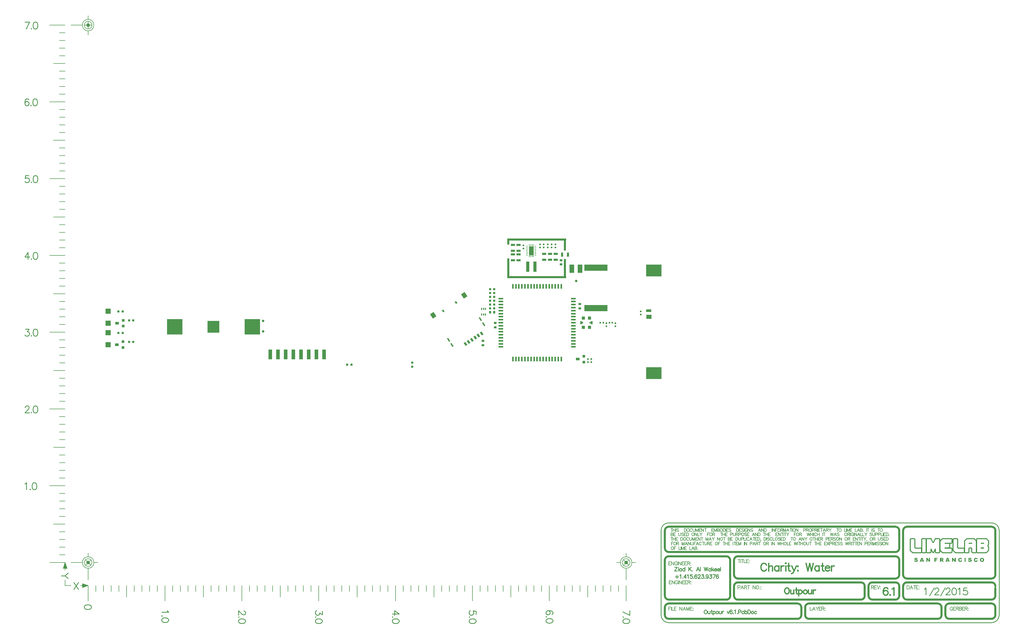
<source format=gbp>
%FSLAX44Y44*%
%MOMM*%
G71*
G01*
G75*
G04 Layer_Color=128*
%ADD10R,0.6000X0.5000*%
%ADD11R,1.9000X1.1000*%
%ADD12R,9.0000X5.3000*%
%ADD13R,1.5240X0.3302*%
%ADD14O,1.5240X0.3302*%
%ADD15R,0.7620X0.7620*%
%ADD16R,0.8100X0.7620*%
%ADD17R,0.7620X0.8100*%
%ADD18R,0.6000X1.0500*%
%ADD19C,0.2540*%
%ADD20C,0.3810*%
%ADD21C,0.3500*%
%ADD22C,0.2500*%
%ADD23C,0.6000*%
%ADD24C,0.3000*%
%ADD25C,0.5000*%
%ADD26C,0.2286*%
%ADD27C,0.3000*%
%ADD28C,0.2032*%
%ADD29C,0.6350*%
%ADD30C,0.1270*%
%ADD31O,1.8000X1.9000*%
%ADD32R,1.8000X1.9000*%
%ADD33C,1.5240*%
%ADD34C,2.0000*%
%ADD35O,3.0000X1.5000*%
%ADD36C,0.9000*%
%ADD37C,1.2700*%
%ADD38C,0.8890*%
%ADD39C,1.2000*%
%ADD40C,0.3302*%
%ADD41C,0.8000*%
G04:AMPARAMS|DCode=42|XSize=19.5mm|YSize=0.75mm|CornerRadius=0.1875mm|HoleSize=0mm|Usage=FLASHONLY|Rotation=180.000|XOffset=0mm|YOffset=0mm|HoleType=Round|Shape=RoundedRectangle|*
%AMROUNDEDRECTD42*
21,1,19.5000,0.3750,0,0,180.0*
21,1,19.1250,0.7500,0,0,180.0*
1,1,0.3750,-9.5625,0.1875*
1,1,0.3750,9.5625,0.1875*
1,1,0.3750,9.5625,-0.1875*
1,1,0.3750,-9.5625,-0.1875*
%
%ADD42ROUNDEDRECTD42*%
G04:AMPARAMS|DCode=43|XSize=6.5mm|YSize=0.75mm|CornerRadius=0.1875mm|HoleSize=0mm|Usage=FLASHONLY|Rotation=90.000|XOffset=0mm|YOffset=0mm|HoleType=Round|Shape=RoundedRectangle|*
%AMROUNDEDRECTD43*
21,1,6.5000,0.3750,0,0,90.0*
21,1,6.1250,0.7500,0,0,90.0*
1,1,0.3750,0.1875,3.0625*
1,1,0.3750,0.1875,-3.0625*
1,1,0.3750,-0.1875,-3.0625*
1,1,0.3750,-0.1875,3.0625*
%
%ADD43ROUNDEDRECTD43*%
G04:AMPARAMS|DCode=44|XSize=2mm|YSize=0.75mm|CornerRadius=0.1875mm|HoleSize=0mm|Usage=FLASHONLY|Rotation=270.000|XOffset=0mm|YOffset=0mm|HoleType=Round|Shape=RoundedRectangle|*
%AMROUNDEDRECTD44*
21,1,2.0000,0.3750,0,0,270.0*
21,1,1.6250,0.7500,0,0,270.0*
1,1,0.3750,-0.1875,-0.8125*
1,1,0.3750,-0.1875,0.8125*
1,1,0.3750,0.1875,0.8125*
1,1,0.3750,0.1875,-0.8125*
%
%ADD44ROUNDEDRECTD44*%
G04:AMPARAMS|DCode=45|XSize=3.8mm|YSize=0.75mm|CornerRadius=0.1875mm|HoleSize=0mm|Usage=FLASHONLY|Rotation=270.000|XOffset=0mm|YOffset=0mm|HoleType=Round|Shape=RoundedRectangle|*
%AMROUNDEDRECTD45*
21,1,3.8000,0.3750,0,0,270.0*
21,1,3.4250,0.7500,0,0,270.0*
1,1,0.3750,-0.1875,-1.7125*
1,1,0.3750,-0.1875,1.7125*
1,1,0.3750,0.1875,1.7125*
1,1,0.3750,0.1875,-1.7125*
%
%ADD45ROUNDEDRECTD45*%
G04:AMPARAMS|DCode=46|XSize=6.3mm|YSize=0.75mm|CornerRadius=0.1875mm|HoleSize=0mm|Usage=FLASHONLY|Rotation=90.000|XOffset=0mm|YOffset=0mm|HoleType=Round|Shape=RoundedRectangle|*
%AMROUNDEDRECTD46*
21,1,6.3000,0.3750,0,0,90.0*
21,1,5.9250,0.7500,0,0,90.0*
1,1,0.3750,0.1875,2.9625*
1,1,0.3750,0.1875,-2.9625*
1,1,0.3750,-0.1875,-2.9625*
1,1,0.3750,-0.1875,2.9625*
%
%ADD46ROUNDEDRECTD46*%
%ADD47R,0.7620X0.7620*%
%ADD48R,1.7780X1.7780*%
%ADD49R,7.6000X2.1500*%
%ADD50R,0.5000X0.6000*%
%ADD51R,0.5000X0.5000*%
%ADD52R,0.5250X1.0000*%
%ADD53R,1.0000X1.0000*%
%ADD54R,5.2000X4.0000*%
%ADD55R,1.8000X1.0000*%
%ADD56R,1.8000X1.5000*%
%ADD57R,1.2700X0.9144*%
%ADD58R,0.9144X0.9144*%
%ADD59R,0.9800X3.4000*%
%ADD60R,0.7000X1.4000*%
%ADD61R,1.4000X0.7000*%
%ADD62R,5.0800X5.0800*%
%ADD63R,3.9600X3.9600*%
%ADD64R,1.5500X2.7000*%
%ADD65R,1.6000X0.6000*%
%ADD66R,0.6000X1.6000*%
%ADD67O,0.6000X0.2400*%
%ADD68R,1.5800X2.8500*%
%ADD69R,0.2000X0.7750*%
G04:AMPARAMS|DCode=70|XSize=1.3mm|YSize=0.45mm|CornerRadius=0mm|HoleSize=0mm|Usage=FLASHONLY|Rotation=123.000|XOffset=0mm|YOffset=0mm|HoleType=Round|Shape=Rectangle|*
%AMROTATEDRECTD70*
4,1,4,0.5427,-0.4226,0.1653,-0.6677,-0.5427,0.4226,-0.1653,0.6677,0.5427,-0.4226,0.0*
%
%ADD70ROTATEDRECTD70*%

G04:AMPARAMS|DCode=71|XSize=1.15mm|YSize=0.65mm|CornerRadius=0mm|HoleSize=0mm|Usage=FLASHONLY|Rotation=123.000|XOffset=0mm|YOffset=0mm|HoleType=Round|Shape=Rectangle|*
%AMROTATEDRECTD71*
4,1,4,0.5857,-0.3052,0.0406,-0.6592,-0.5857,0.3052,-0.0406,0.6592,0.5857,-0.3052,0.0*
%
%ADD71ROTATEDRECTD71*%

G04:AMPARAMS|DCode=72|XSize=1.7mm|YSize=1.4mm|CornerRadius=0mm|HoleSize=0mm|Usage=FLASHONLY|Rotation=123.000|XOffset=0mm|YOffset=0mm|HoleType=Round|Shape=Rectangle|*
%AMROTATEDRECTD72*
4,1,4,1.0500,-0.3316,-0.1241,-1.0941,-1.0500,0.3316,0.1241,1.0941,1.0500,-0.3316,0.0*
%
%ADD72ROTATEDRECTD72*%

G04:AMPARAMS|DCode=73|XSize=0.8mm|YSize=0.54mm|CornerRadius=0mm|HoleSize=0mm|Usage=FLASHONLY|Rotation=123.000|XOffset=0mm|YOffset=0mm|HoleType=Round|Shape=Rectangle|*
%AMROTATEDRECTD73*
4,1,4,0.4443,-0.1884,-0.0086,-0.4825,-0.4443,0.1884,0.0086,0.4825,0.4443,-0.1884,0.0*
%
%ADD73ROTATEDRECTD73*%

%ADD74R,1.2700X3.1750*%
%ADD75R,0.4000X0.7000*%
%ADD76C,0.2400*%
%ADD77C,0.3048*%
%ADD78C,0.2794*%
%ADD79C,1.5000*%
%ADD80C,0.2000*%
%ADD81C,0.1778*%
%ADD82C,0.1524*%
%ADD83C,0.5080*%
%ADD84R,0.8032X0.7032*%
%ADD85R,2.1032X1.3032*%
%ADD86R,1.7272X0.5334*%
%ADD87O,1.7272X0.5334*%
%ADD88R,0.9652X0.9652*%
%ADD89R,1.0132X0.9652*%
%ADD90R,0.9652X1.0132*%
%ADD91R,0.8032X1.2532*%
%ADD92O,2.0032X2.1032*%
%ADD93R,2.0032X2.1032*%
%ADD94C,1.7272*%
%ADD95C,2.2032*%
%ADD96C,0.2032*%
%ADD97O,3.2032X1.7032*%
%ADD98R,1.0160X1.0160*%
%ADD99C,1.0032*%
G04:AMPARAMS|DCode=100|XSize=19.7032mm|YSize=0.9532mm|CornerRadius=0.2891mm|HoleSize=0mm|Usage=FLASHONLY|Rotation=180.000|XOffset=0mm|YOffset=0mm|HoleType=Round|Shape=RoundedRectangle|*
%AMROUNDEDRECTD100*
21,1,19.7032,0.3750,0,0,180.0*
21,1,19.1250,0.9532,0,0,180.0*
1,1,0.5782,-9.5625,0.1875*
1,1,0.5782,9.5625,0.1875*
1,1,0.5782,9.5625,-0.1875*
1,1,0.5782,-9.5625,-0.1875*
%
%ADD100ROUNDEDRECTD100*%
G04:AMPARAMS|DCode=101|XSize=6.7032mm|YSize=0.9532mm|CornerRadius=0.2891mm|HoleSize=0mm|Usage=FLASHONLY|Rotation=90.000|XOffset=0mm|YOffset=0mm|HoleType=Round|Shape=RoundedRectangle|*
%AMROUNDEDRECTD101*
21,1,6.7032,0.3750,0,0,90.0*
21,1,6.1250,0.9532,0,0,90.0*
1,1,0.5782,0.1875,3.0625*
1,1,0.5782,0.1875,-3.0625*
1,1,0.5782,-0.1875,-3.0625*
1,1,0.5782,-0.1875,3.0625*
%
%ADD101ROUNDEDRECTD101*%
G04:AMPARAMS|DCode=102|XSize=2.2032mm|YSize=0.9532mm|CornerRadius=0.2891mm|HoleSize=0mm|Usage=FLASHONLY|Rotation=270.000|XOffset=0mm|YOffset=0mm|HoleType=Round|Shape=RoundedRectangle|*
%AMROUNDEDRECTD102*
21,1,2.2032,0.3750,0,0,270.0*
21,1,1.6250,0.9532,0,0,270.0*
1,1,0.5782,-0.1875,-0.8125*
1,1,0.5782,-0.1875,0.8125*
1,1,0.5782,0.1875,0.8125*
1,1,0.5782,0.1875,-0.8125*
%
%ADD102ROUNDEDRECTD102*%
G04:AMPARAMS|DCode=103|XSize=4.0032mm|YSize=0.9532mm|CornerRadius=0.2891mm|HoleSize=0mm|Usage=FLASHONLY|Rotation=270.000|XOffset=0mm|YOffset=0mm|HoleType=Round|Shape=RoundedRectangle|*
%AMROUNDEDRECTD103*
21,1,4.0032,0.3750,0,0,270.0*
21,1,3.4250,0.9532,0,0,270.0*
1,1,0.5782,-0.1875,-1.7125*
1,1,0.5782,-0.1875,1.7125*
1,1,0.5782,0.1875,1.7125*
1,1,0.5782,0.1875,-1.7125*
%
%ADD103ROUNDEDRECTD103*%
G04:AMPARAMS|DCode=104|XSize=6.5032mm|YSize=0.9532mm|CornerRadius=0.2891mm|HoleSize=0mm|Usage=FLASHONLY|Rotation=90.000|XOffset=0mm|YOffset=0mm|HoleType=Round|Shape=RoundedRectangle|*
%AMROUNDEDRECTD104*
21,1,6.5032,0.3750,0,0,90.0*
21,1,5.9250,0.9532,0,0,90.0*
1,1,0.5782,0.1875,2.9625*
1,1,0.5782,0.1875,-2.9625*
1,1,0.5782,-0.1875,-2.9625*
1,1,0.5782,-0.1875,2.9625*
%
%ADD104ROUNDEDRECTD104*%
%ADD105R,0.9652X0.9652*%
%ADD106R,7.8032X2.3532*%
%ADD107R,0.7032X0.8032*%
%ADD108R,0.7032X0.7032*%
%ADD109R,0.7282X1.2032*%
%ADD110R,1.2032X1.2032*%
%ADD111R,5.4032X4.2032*%
%ADD112R,2.0032X1.2032*%
%ADD113R,2.0032X1.7032*%
%ADD114R,1.4732X1.1176*%
%ADD115R,1.1176X1.1176*%
%ADD116R,1.1832X3.6032*%
%ADD117R,0.9032X1.6032*%
%ADD118R,1.6032X0.9032*%
%ADD119R,5.2832X5.2832*%
%ADD120R,4.1632X4.1632*%
%ADD121R,1.7532X2.9032*%
%ADD122R,1.8032X0.8032*%
%ADD123R,0.8032X1.8032*%
%ADD124O,0.7400X0.3800*%
%ADD125R,1.7200X2.9900*%
%ADD126R,0.3000X0.8750*%
G04:AMPARAMS|DCode=127|XSize=1.5032mm|YSize=0.6532mm|CornerRadius=0mm|HoleSize=0mm|Usage=FLASHONLY|Rotation=123.000|XOffset=0mm|YOffset=0mm|HoleType=Round|Shape=Rectangle|*
%AMROTATEDRECTD127*
4,1,4,0.6833,-0.4525,0.1354,-0.8082,-0.6833,0.4525,-0.1354,0.8082,0.6833,-0.4525,0.0*
%
%ADD127ROTATEDRECTD127*%

G04:AMPARAMS|DCode=128|XSize=1.3532mm|YSize=0.8532mm|CornerRadius=0mm|HoleSize=0mm|Usage=FLASHONLY|Rotation=123.000|XOffset=0mm|YOffset=0mm|HoleType=Round|Shape=Rectangle|*
%AMROTATEDRECTD128*
4,1,4,0.7263,-0.3351,0.0107,-0.7998,-0.7263,0.3351,-0.0107,0.7998,0.7263,-0.3351,0.0*
%
%ADD128ROTATEDRECTD128*%

G04:AMPARAMS|DCode=129|XSize=1.9032mm|YSize=1.6032mm|CornerRadius=0mm|HoleSize=0mm|Usage=FLASHONLY|Rotation=123.000|XOffset=0mm|YOffset=0mm|HoleType=Round|Shape=Rectangle|*
%AMROTATEDRECTD129*
4,1,4,1.1906,-0.3615,-0.1540,-1.2347,-1.1906,0.3615,0.1540,1.2347,1.1906,-0.3615,0.0*
%
%ADD129ROTATEDRECTD129*%

G04:AMPARAMS|DCode=130|XSize=1.0032mm|YSize=0.7432mm|CornerRadius=0mm|HoleSize=0mm|Usage=FLASHONLY|Rotation=123.000|XOffset=0mm|YOffset=0mm|HoleType=Round|Shape=Rectangle|*
%AMROTATEDRECTD130*
4,1,4,0.5848,-0.2183,-0.0385,-0.6231,-0.5848,0.2183,0.0385,0.6231,0.5848,-0.2183,0.0*
%
%ADD130ROTATEDRECTD130*%

%ADD131R,1.4732X3.3782*%
%ADD132R,0.5016X0.8016*%
%ADD133C,1.7032*%
%ADD134R,5.1500X3.9500*%
%ADD135R,1.7500X0.9500*%
%ADD136R,1.7000X1.4000*%
G36*
X1833646Y-74963D02*
X1827795D01*
Y-77187D01*
X1832800D01*
Y-79799D01*
X1827795D01*
Y-85070D01*
X1823781D01*
Y-72182D01*
X1833646D01*
Y-74963D01*
D02*
G37*
G36*
X1789541Y-85070D02*
X1785357D01*
X1784704Y-82942D01*
X1780207D01*
X1779554Y-85070D01*
X1775492D01*
X1780304Y-72182D01*
X1784680D01*
X1789541Y-85070D01*
D02*
G37*
G36*
X1809151D02*
X1805403D01*
X1800567Y-77985D01*
Y-85070D01*
X1796819D01*
Y-72182D01*
X1800519D01*
X1805403Y-79339D01*
Y-72182D01*
X1809151D01*
Y-85070D01*
D02*
G37*
G36*
X1874536D02*
X1870353D01*
X1869700Y-82942D01*
X1865202D01*
X1864550Y-85070D01*
X1860487D01*
X1865299Y-72182D01*
X1869676D01*
X1874536Y-85070D01*
D02*
G37*
G36*
X1926912D02*
X1922922D01*
Y-72182D01*
X1926912D01*
Y-85070D01*
D02*
G37*
G36*
X1849098Y-72206D02*
X1849509Y-72230D01*
X1849969Y-72254D01*
X1850428Y-72327D01*
X1850887Y-72399D01*
X1851274Y-72520D01*
X1851323Y-72544D01*
X1851443Y-72593D01*
X1851613Y-72665D01*
X1851855Y-72786D01*
X1852096Y-72956D01*
X1852362Y-73149D01*
X1852628Y-73415D01*
X1852870Y-73705D01*
X1852894Y-73753D01*
X1852967Y-73850D01*
X1853064Y-74044D01*
X1853185Y-74285D01*
X1853281Y-74576D01*
X1853378Y-74938D01*
X1853450Y-75349D01*
X1853475Y-75785D01*
Y-75833D01*
Y-75954D01*
X1853450Y-76172D01*
X1853426Y-76413D01*
X1853354Y-76704D01*
X1853281Y-77018D01*
X1853160Y-77332D01*
X1853015Y-77622D01*
X1852991Y-77647D01*
X1852943Y-77743D01*
X1852822Y-77888D01*
X1852677Y-78058D01*
X1852507Y-78275D01*
X1852290Y-78469D01*
X1852048Y-78686D01*
X1851758Y-78880D01*
X1851734Y-78904D01*
X1851661Y-78928D01*
X1851540Y-79001D01*
X1851395Y-79073D01*
X1851202Y-79146D01*
X1850960Y-79243D01*
X1850670Y-79315D01*
X1850355Y-79412D01*
X1850380D01*
X1850476Y-79460D01*
X1850597Y-79484D01*
X1850742Y-79557D01*
X1851081Y-79702D01*
X1851250Y-79775D01*
X1851395Y-79871D01*
X1851443Y-79896D01*
X1851492Y-79944D01*
X1851564Y-80016D01*
X1851637Y-80113D01*
X1851758Y-80234D01*
X1851879Y-80379D01*
X1852024Y-80573D01*
X1852048Y-80597D01*
X1852096Y-80645D01*
X1852169Y-80742D01*
X1852242Y-80863D01*
X1852435Y-81104D01*
X1852507Y-81225D01*
X1852580Y-81346D01*
X1854514Y-85070D01*
X1849993D01*
X1847889Y-81153D01*
X1847865Y-81129D01*
X1847816Y-81032D01*
X1847744Y-80887D01*
X1847647Y-80742D01*
X1847405Y-80403D01*
X1847284Y-80258D01*
X1847164Y-80162D01*
X1847139Y-80137D01*
X1847091Y-80113D01*
X1846994Y-80065D01*
X1846873Y-79992D01*
X1846728Y-79944D01*
X1846583Y-79896D01*
X1846390Y-79871D01*
X1846196Y-79847D01*
X1845858D01*
Y-85070D01*
X1841844D01*
Y-72182D01*
X1848929D01*
X1849098Y-72206D01*
D02*
G37*
G36*
X1961224Y-71988D02*
X1961418D01*
X1961660Y-72013D01*
X1961926Y-72037D01*
X1962216Y-72085D01*
X1962820Y-72206D01*
X1963449Y-72375D01*
X1964078Y-72617D01*
X1964368Y-72786D01*
X1964634Y-72956D01*
X1964658D01*
X1964706Y-73004D01*
X1964779Y-73052D01*
X1964876Y-73149D01*
X1965117Y-73367D01*
X1965432Y-73705D01*
X1965770Y-74140D01*
X1966109Y-74648D01*
X1966278Y-74938D01*
X1966447Y-75253D01*
X1966593Y-75616D01*
X1966738Y-75978D01*
X1963207Y-76752D01*
Y-76728D01*
X1963183Y-76655D01*
X1963135Y-76558D01*
X1963086Y-76438D01*
X1962965Y-76147D01*
X1962893Y-76027D01*
X1962820Y-75906D01*
X1962796Y-75882D01*
X1962772Y-75833D01*
X1962699Y-75736D01*
X1962603Y-75640D01*
X1962337Y-75422D01*
X1961998Y-75204D01*
X1961974Y-75180D01*
X1961926Y-75156D01*
X1961805Y-75108D01*
X1961684Y-75059D01*
X1961514Y-75011D01*
X1961345Y-74987D01*
X1961128Y-74938D01*
X1960789D01*
X1960692Y-74963D01*
X1960451Y-74987D01*
X1960136Y-75083D01*
X1959798Y-75204D01*
X1959459Y-75398D01*
X1959121Y-75664D01*
X1958976Y-75833D01*
X1958830Y-76027D01*
X1958806Y-76075D01*
X1958758Y-76172D01*
X1958661Y-76365D01*
X1958564Y-76655D01*
X1958468Y-77018D01*
X1958371Y-77453D01*
X1958323Y-77961D01*
X1958298Y-78566D01*
Y-78590D01*
Y-78662D01*
Y-78759D01*
Y-78904D01*
X1958323Y-79097D01*
Y-79291D01*
X1958371Y-79750D01*
X1958468Y-80234D01*
X1958564Y-80718D01*
X1958734Y-81153D01*
X1958830Y-81346D01*
X1958951Y-81516D01*
X1958976Y-81540D01*
X1959072Y-81636D01*
X1959217Y-81757D01*
X1959435Y-81903D01*
X1959677Y-82048D01*
X1959991Y-82169D01*
X1960354Y-82265D01*
X1960765Y-82289D01*
X1960958D01*
X1961152Y-82265D01*
X1961418Y-82217D01*
X1961708Y-82144D01*
X1961998Y-82023D01*
X1962264Y-81878D01*
X1962506Y-81661D01*
X1962530Y-81636D01*
X1962603Y-81540D01*
X1962724Y-81395D01*
X1962845Y-81201D01*
X1962990Y-80935D01*
X1963135Y-80621D01*
X1963255Y-80234D01*
X1963376Y-79799D01*
X1966859Y-80863D01*
Y-80887D01*
X1966834Y-80935D01*
X1966810Y-81008D01*
X1966786Y-81104D01*
X1966713Y-81370D01*
X1966593Y-81733D01*
X1966423Y-82120D01*
X1966230Y-82531D01*
X1965988Y-82942D01*
X1965722Y-83329D01*
X1965698Y-83378D01*
X1965577Y-83498D01*
X1965432Y-83668D01*
X1965214Y-83885D01*
X1964948Y-84103D01*
X1964610Y-84369D01*
X1964271Y-84586D01*
X1963860Y-84804D01*
X1963836D01*
X1963812Y-84828D01*
X1963739Y-84853D01*
X1963667Y-84877D01*
X1963425Y-84949D01*
X1963086Y-85046D01*
X1962675Y-85143D01*
X1962192Y-85215D01*
X1961635Y-85264D01*
X1961007Y-85288D01*
X1960668D01*
X1960475Y-85264D01*
X1960281D01*
X1959798Y-85215D01*
X1959241Y-85143D01*
X1958661Y-85022D01*
X1958105Y-84877D01*
X1957573Y-84683D01*
X1957549D01*
X1957525Y-84659D01*
X1957452Y-84611D01*
X1957355Y-84562D01*
X1957114Y-84417D01*
X1956799Y-84200D01*
X1956436Y-83885D01*
X1956050Y-83523D01*
X1955663Y-83087D01*
X1955276Y-82555D01*
Y-82531D01*
X1955228Y-82483D01*
X1955179Y-82386D01*
X1955131Y-82265D01*
X1955058Y-82120D01*
X1954962Y-81927D01*
X1954889Y-81733D01*
X1954792Y-81491D01*
X1954695Y-81201D01*
X1954623Y-80911D01*
X1954526Y-80597D01*
X1954454Y-80234D01*
X1954357Y-79460D01*
X1954309Y-78614D01*
Y-78566D01*
Y-78469D01*
Y-78299D01*
X1954333Y-78082D01*
X1954357Y-77816D01*
X1954405Y-77502D01*
X1954454Y-77163D01*
X1954526Y-76800D01*
X1954599Y-76413D01*
X1954720Y-76002D01*
X1954865Y-75616D01*
X1955034Y-75204D01*
X1955228Y-74793D01*
X1955445Y-74406D01*
X1955711Y-74044D01*
X1956001Y-73705D01*
X1956026Y-73681D01*
X1956074Y-73633D01*
X1956171Y-73536D01*
X1956316Y-73439D01*
X1956485Y-73294D01*
X1956703Y-73149D01*
X1956944Y-73004D01*
X1957234Y-72835D01*
X1957573Y-72665D01*
X1957912Y-72520D01*
X1958323Y-72375D01*
X1958758Y-72230D01*
X1959217Y-72133D01*
X1959701Y-72037D01*
X1960257Y-71988D01*
X1960813Y-71964D01*
X1961055D01*
X1961224Y-71988D01*
D02*
G37*
G36*
X1763450D02*
X1763667D01*
X1763885Y-72013D01*
X1764151Y-72037D01*
X1764441Y-72085D01*
X1765045Y-72182D01*
X1765674Y-72351D01*
X1766279Y-72569D01*
X1766569Y-72714D01*
X1766811Y-72883D01*
X1766835D01*
X1766859Y-72931D01*
X1767028Y-73052D01*
X1767246Y-73270D01*
X1767488Y-73584D01*
X1767778Y-73995D01*
X1767899Y-74237D01*
X1768020Y-74503D01*
X1768141Y-74793D01*
X1768237Y-75108D01*
X1768310Y-75446D01*
X1768383Y-75809D01*
X1764634Y-76027D01*
Y-75978D01*
X1764610Y-75882D01*
X1764562Y-75736D01*
X1764489Y-75543D01*
X1764393Y-75325D01*
X1764296Y-75132D01*
X1764151Y-74938D01*
X1763982Y-74769D01*
X1763957Y-74745D01*
X1763885Y-74697D01*
X1763788Y-74648D01*
X1763643Y-74552D01*
X1763450Y-74479D01*
X1763208Y-74431D01*
X1762942Y-74382D01*
X1762652Y-74358D01*
X1762531D01*
X1762410Y-74382D01*
X1762265Y-74406D01*
X1761902Y-74479D01*
X1761733Y-74576D01*
X1761588Y-74672D01*
X1761564Y-74697D01*
X1761539Y-74721D01*
X1761418Y-74866D01*
X1761297Y-75083D01*
X1761273Y-75229D01*
X1761249Y-75374D01*
Y-75398D01*
Y-75422D01*
X1761297Y-75567D01*
X1761370Y-75736D01*
X1761443Y-75833D01*
X1761539Y-75930D01*
X1761564D01*
X1761612Y-75978D01*
X1761684Y-76027D01*
X1761805Y-76099D01*
X1761999Y-76172D01*
X1762216Y-76244D01*
X1762507Y-76341D01*
X1762869Y-76413D01*
X1762893D01*
X1762990Y-76438D01*
X1763111Y-76462D01*
X1763304Y-76510D01*
X1763522Y-76558D01*
X1763764Y-76631D01*
X1764030Y-76679D01*
X1764320Y-76752D01*
X1764925Y-76945D01*
X1765553Y-77115D01*
X1766134Y-77332D01*
X1766400Y-77429D01*
X1766617Y-77550D01*
X1766642D01*
X1766666Y-77574D01*
X1766811Y-77647D01*
X1767004Y-77768D01*
X1767246Y-77937D01*
X1767512Y-78155D01*
X1767802Y-78396D01*
X1768044Y-78662D01*
X1768262Y-78977D01*
X1768286Y-79025D01*
X1768334Y-79122D01*
X1768431Y-79291D01*
X1768528Y-79533D01*
X1768624Y-79823D01*
X1768721Y-80137D01*
X1768769Y-80500D01*
X1768793Y-80887D01*
Y-80911D01*
Y-80935D01*
Y-81008D01*
Y-81104D01*
X1768769Y-81322D01*
X1768697Y-81636D01*
X1768624Y-81999D01*
X1768503Y-82386D01*
X1768334Y-82773D01*
X1768092Y-83184D01*
X1768068Y-83232D01*
X1767971Y-83353D01*
X1767802Y-83547D01*
X1767609Y-83764D01*
X1767319Y-84030D01*
X1767004Y-84296D01*
X1766617Y-84538D01*
X1766182Y-84756D01*
X1766158D01*
X1766134Y-84780D01*
X1766061Y-84804D01*
X1765964Y-84828D01*
X1765844Y-84877D01*
X1765698Y-84925D01*
X1765336Y-85022D01*
X1764876Y-85119D01*
X1764344Y-85215D01*
X1763740Y-85264D01*
X1763063Y-85288D01*
X1762748D01*
X1762531Y-85264D01*
X1762265Y-85239D01*
X1761950Y-85215D01*
X1761612Y-85191D01*
X1761249Y-85119D01*
X1760500Y-84973D01*
X1759750Y-84756D01*
X1759387Y-84611D01*
X1759049Y-84441D01*
X1758759Y-84248D01*
X1758492Y-84030D01*
X1758468Y-84006D01*
X1758444Y-83982D01*
X1758372Y-83910D01*
X1758299Y-83813D01*
X1758202Y-83668D01*
X1758081Y-83523D01*
X1757961Y-83353D01*
X1757840Y-83160D01*
X1757598Y-82700D01*
X1757380Y-82144D01*
X1757187Y-81516D01*
X1757138Y-81177D01*
X1757090Y-80814D01*
X1760886Y-80573D01*
Y-80621D01*
X1760911Y-80718D01*
X1760935Y-80887D01*
X1760983Y-81080D01*
X1761152Y-81540D01*
X1761249Y-81782D01*
X1761370Y-81975D01*
X1761394Y-81999D01*
X1761491Y-82096D01*
X1761636Y-82217D01*
X1761830Y-82362D01*
X1762071Y-82507D01*
X1762386Y-82628D01*
X1762724Y-82725D01*
X1763135Y-82749D01*
X1763280D01*
X1763425Y-82725D01*
X1763619Y-82700D01*
X1763837Y-82652D01*
X1764054Y-82579D01*
X1764248Y-82483D01*
X1764441Y-82362D01*
X1764465Y-82338D01*
X1764514Y-82289D01*
X1764586Y-82193D01*
X1764683Y-82096D01*
X1764852Y-81806D01*
X1764900Y-81636D01*
X1764925Y-81443D01*
Y-81419D01*
Y-81346D01*
X1764900Y-81250D01*
X1764876Y-81129D01*
X1764804Y-81008D01*
X1764731Y-80838D01*
X1764610Y-80693D01*
X1764465Y-80548D01*
X1764441Y-80524D01*
X1764368Y-80476D01*
X1764248Y-80403D01*
X1764054Y-80307D01*
X1763788Y-80186D01*
X1763425Y-80065D01*
X1763208Y-79992D01*
X1762990Y-79920D01*
X1762724Y-79871D01*
X1762434Y-79799D01*
X1762410D01*
X1762313Y-79775D01*
X1762192Y-79726D01*
X1761999Y-79678D01*
X1761781Y-79630D01*
X1761539Y-79557D01*
X1761273Y-79460D01*
X1760983Y-79363D01*
X1760354Y-79146D01*
X1759750Y-78880D01*
X1759170Y-78566D01*
X1758904Y-78396D01*
X1758686Y-78227D01*
X1758638Y-78179D01*
X1758517Y-78058D01*
X1758323Y-77840D01*
X1758130Y-77550D01*
X1757936Y-77187D01*
X1757743Y-76776D01*
X1757622Y-76268D01*
X1757598Y-76027D01*
X1757574Y-75736D01*
Y-75688D01*
Y-75567D01*
X1757598Y-75374D01*
X1757646Y-75132D01*
X1757719Y-74842D01*
X1757816Y-74527D01*
X1757936Y-74213D01*
X1758130Y-73875D01*
X1758154Y-73826D01*
X1758251Y-73729D01*
X1758372Y-73560D01*
X1758565Y-73367D01*
X1758807Y-73149D01*
X1759121Y-72907D01*
X1759460Y-72665D01*
X1759871Y-72472D01*
X1759895D01*
X1759919Y-72448D01*
X1759992Y-72424D01*
X1760089Y-72399D01*
X1760209Y-72351D01*
X1760354Y-72303D01*
X1760524Y-72254D01*
X1760693Y-72206D01*
X1761152Y-72133D01*
X1761709Y-72037D01*
X1762337Y-71988D01*
X1763038Y-71964D01*
X1763280D01*
X1763450Y-71988D01*
D02*
G37*
G36*
X1941445D02*
X1941662D01*
X1941880Y-72013D01*
X1942146Y-72037D01*
X1942436Y-72085D01*
X1943040Y-72182D01*
X1943669Y-72351D01*
X1944274Y-72569D01*
X1944564Y-72714D01*
X1944806Y-72883D01*
X1944830D01*
X1944854Y-72931D01*
X1945023Y-73052D01*
X1945241Y-73270D01*
X1945483Y-73584D01*
X1945773Y-73995D01*
X1945894Y-74237D01*
X1946015Y-74503D01*
X1946136Y-74793D01*
X1946232Y-75108D01*
X1946305Y-75446D01*
X1946377Y-75809D01*
X1942629Y-76027D01*
Y-75978D01*
X1942605Y-75882D01*
X1942557Y-75736D01*
X1942484Y-75543D01*
X1942388Y-75325D01*
X1942291Y-75132D01*
X1942146Y-74938D01*
X1941976Y-74769D01*
X1941952Y-74745D01*
X1941880Y-74697D01*
X1941783Y-74648D01*
X1941638Y-74552D01*
X1941445Y-74479D01*
X1941203Y-74431D01*
X1940937Y-74382D01*
X1940647Y-74358D01*
X1940526D01*
X1940405Y-74382D01*
X1940260Y-74406D01*
X1939897Y-74479D01*
X1939728Y-74576D01*
X1939583Y-74672D01*
X1939558Y-74697D01*
X1939534Y-74721D01*
X1939413Y-74866D01*
X1939292Y-75083D01*
X1939268Y-75229D01*
X1939244Y-75374D01*
Y-75398D01*
Y-75422D01*
X1939292Y-75567D01*
X1939365Y-75736D01*
X1939437Y-75833D01*
X1939534Y-75930D01*
X1939558D01*
X1939607Y-75978D01*
X1939679Y-76027D01*
X1939800Y-76099D01*
X1939994Y-76172D01*
X1940211Y-76244D01*
X1940501Y-76341D01*
X1940864Y-76413D01*
X1940888D01*
X1940985Y-76438D01*
X1941106Y-76462D01*
X1941299Y-76510D01*
X1941517Y-76558D01*
X1941759Y-76631D01*
X1942025Y-76679D01*
X1942315Y-76752D01*
X1942919Y-76945D01*
X1943548Y-77115D01*
X1944129Y-77332D01*
X1944395Y-77429D01*
X1944612Y-77550D01*
X1944636D01*
X1944660Y-77574D01*
X1944806Y-77647D01*
X1944999Y-77768D01*
X1945241Y-77937D01*
X1945507Y-78155D01*
X1945797Y-78396D01*
X1946039Y-78662D01*
X1946256Y-78977D01*
X1946281Y-79025D01*
X1946329Y-79122D01*
X1946426Y-79291D01*
X1946522Y-79533D01*
X1946619Y-79823D01*
X1946716Y-80137D01*
X1946764Y-80500D01*
X1946788Y-80887D01*
Y-80911D01*
Y-80935D01*
Y-81008D01*
Y-81104D01*
X1946764Y-81322D01*
X1946692Y-81636D01*
X1946619Y-81999D01*
X1946498Y-82386D01*
X1946329Y-82773D01*
X1946087Y-83184D01*
X1946063Y-83232D01*
X1945966Y-83353D01*
X1945797Y-83547D01*
X1945604Y-83764D01*
X1945313Y-84030D01*
X1944999Y-84296D01*
X1944612Y-84538D01*
X1944177Y-84756D01*
X1944153D01*
X1944129Y-84780D01*
X1944056Y-84804D01*
X1943959Y-84828D01*
X1943838Y-84877D01*
X1943693Y-84925D01*
X1943331Y-85022D01*
X1942871Y-85119D01*
X1942339Y-85215D01*
X1941735Y-85264D01*
X1941058Y-85288D01*
X1940743D01*
X1940526Y-85264D01*
X1940260Y-85239D01*
X1939945Y-85215D01*
X1939607Y-85191D01*
X1939244Y-85119D01*
X1938494Y-84973D01*
X1937745Y-84756D01*
X1937382Y-84611D01*
X1937043Y-84441D01*
X1936753Y-84248D01*
X1936487Y-84030D01*
X1936463Y-84006D01*
X1936439Y-83982D01*
X1936366Y-83910D01*
X1936294Y-83813D01*
X1936197Y-83668D01*
X1936076Y-83523D01*
X1935955Y-83353D01*
X1935835Y-83160D01*
X1935593Y-82700D01*
X1935375Y-82144D01*
X1935182Y-81516D01*
X1935133Y-81177D01*
X1935085Y-80814D01*
X1938881Y-80573D01*
Y-80621D01*
X1938905Y-80718D01*
X1938930Y-80887D01*
X1938978Y-81080D01*
X1939147Y-81540D01*
X1939244Y-81782D01*
X1939365Y-81975D01*
X1939389Y-81999D01*
X1939486Y-82096D01*
X1939631Y-82217D01*
X1939824Y-82362D01*
X1940066Y-82507D01*
X1940381Y-82628D01*
X1940719Y-82725D01*
X1941130Y-82749D01*
X1941275D01*
X1941420Y-82725D01*
X1941614Y-82700D01*
X1941831Y-82652D01*
X1942049Y-82579D01*
X1942242Y-82483D01*
X1942436Y-82362D01*
X1942460Y-82338D01*
X1942508Y-82289D01*
X1942581Y-82193D01*
X1942678Y-82096D01*
X1942847Y-81806D01*
X1942895Y-81636D01*
X1942919Y-81443D01*
Y-81419D01*
Y-81346D01*
X1942895Y-81250D01*
X1942871Y-81129D01*
X1942799Y-81008D01*
X1942726Y-80838D01*
X1942605Y-80693D01*
X1942460Y-80548D01*
X1942436Y-80524D01*
X1942363Y-80476D01*
X1942242Y-80403D01*
X1942049Y-80307D01*
X1941783Y-80186D01*
X1941420Y-80065D01*
X1941203Y-79992D01*
X1940985Y-79920D01*
X1940719Y-79871D01*
X1940429Y-79799D01*
X1940405D01*
X1940308Y-79775D01*
X1940187Y-79726D01*
X1939994Y-79678D01*
X1939776Y-79630D01*
X1939534Y-79557D01*
X1939268Y-79460D01*
X1938978Y-79363D01*
X1938349Y-79146D01*
X1937745Y-78880D01*
X1937164Y-78566D01*
X1936898Y-78396D01*
X1936681Y-78227D01*
X1936633Y-78179D01*
X1936512Y-78058D01*
X1936318Y-77840D01*
X1936125Y-77550D01*
X1935931Y-77187D01*
X1935738Y-76776D01*
X1935617Y-76268D01*
X1935593Y-76027D01*
X1935569Y-75736D01*
Y-75688D01*
Y-75567D01*
X1935593Y-75374D01*
X1935641Y-75132D01*
X1935714Y-74842D01*
X1935810Y-74527D01*
X1935931Y-74213D01*
X1936125Y-73875D01*
X1936149Y-73826D01*
X1936246Y-73729D01*
X1936366Y-73560D01*
X1936560Y-73367D01*
X1936802Y-73149D01*
X1937116Y-72907D01*
X1937455Y-72665D01*
X1937866Y-72472D01*
X1937890D01*
X1937914Y-72448D01*
X1937987Y-72424D01*
X1938083Y-72399D01*
X1938204Y-72351D01*
X1938349Y-72303D01*
X1938519Y-72254D01*
X1938688Y-72206D01*
X1939147Y-72133D01*
X1939703Y-72037D01*
X1940332Y-71988D01*
X1941033Y-71964D01*
X1941275D01*
X1941445Y-71988D01*
D02*
G37*
G36*
X1894147Y-85070D02*
X1890399D01*
X1885563Y-77985D01*
Y-85070D01*
X1881815D01*
Y-72182D01*
X1885514D01*
X1890399Y-79339D01*
Y-72182D01*
X1894147D01*
Y-85070D01*
D02*
G37*
G36*
X1981464Y-71988D02*
X1981730Y-72013D01*
X1982044Y-72061D01*
X1982383Y-72109D01*
X1982769Y-72182D01*
X1983156Y-72278D01*
X1983567Y-72399D01*
X1983978Y-72520D01*
X1984390Y-72690D01*
X1984776Y-72907D01*
X1985188Y-73125D01*
X1985550Y-73391D01*
X1985889Y-73705D01*
X1985913Y-73729D01*
X1985961Y-73778D01*
X1986058Y-73875D01*
X1986155Y-74019D01*
X1986300Y-74189D01*
X1986445Y-74406D01*
X1986614Y-74672D01*
X1986783Y-74963D01*
X1986929Y-75277D01*
X1987098Y-75640D01*
X1987243Y-76027D01*
X1987388Y-76462D01*
X1987485Y-76945D01*
X1987581Y-77429D01*
X1987630Y-77961D01*
X1987654Y-78541D01*
Y-78566D01*
Y-78638D01*
Y-78759D01*
Y-78904D01*
X1987630Y-79097D01*
X1987606Y-79339D01*
X1987581Y-79581D01*
X1987557Y-79847D01*
X1987460Y-80427D01*
X1987340Y-81056D01*
X1987146Y-81661D01*
X1986880Y-82241D01*
Y-82265D01*
X1986856Y-82314D01*
X1986808Y-82386D01*
X1986735Y-82483D01*
X1986566Y-82749D01*
X1986324Y-83063D01*
X1986010Y-83426D01*
X1985647Y-83813D01*
X1985188Y-84151D01*
X1984680Y-84490D01*
X1984655D01*
X1984607Y-84514D01*
X1984535Y-84562D01*
X1984414Y-84611D01*
X1984269Y-84683D01*
X1984099Y-84732D01*
X1983906Y-84804D01*
X1983688Y-84877D01*
X1983447Y-84973D01*
X1983181Y-85046D01*
X1982552Y-85167D01*
X1981875Y-85264D01*
X1981101Y-85288D01*
X1980738D01*
X1980545Y-85264D01*
X1980327Y-85239D01*
X1980085D01*
X1979819Y-85191D01*
X1979239Y-85119D01*
X1978634Y-84998D01*
X1978030Y-84828D01*
X1977474Y-84611D01*
X1977450D01*
X1977401Y-84586D01*
X1977329Y-84538D01*
X1977232Y-84466D01*
X1976966Y-84321D01*
X1976652Y-84079D01*
X1976289Y-83764D01*
X1975902Y-83378D01*
X1975515Y-82942D01*
X1975152Y-82410D01*
Y-82386D01*
X1975104Y-82338D01*
X1975080Y-82265D01*
X1975007Y-82144D01*
X1974959Y-81999D01*
X1974886Y-81806D01*
X1974790Y-81612D01*
X1974717Y-81370D01*
X1974645Y-81104D01*
X1974548Y-80838D01*
X1974475Y-80524D01*
X1974427Y-80186D01*
X1974330Y-79460D01*
X1974282Y-78638D01*
Y-78590D01*
Y-78493D01*
X1974306Y-78324D01*
Y-78130D01*
X1974330Y-77864D01*
X1974379Y-77550D01*
X1974427Y-77211D01*
X1974500Y-76849D01*
X1974596Y-76462D01*
X1974717Y-76051D01*
X1974838Y-75640D01*
X1975007Y-75229D01*
X1975225Y-74842D01*
X1975443Y-74455D01*
X1975709Y-74068D01*
X1976023Y-73729D01*
X1976047Y-73705D01*
X1976095Y-73657D01*
X1976216Y-73560D01*
X1976337Y-73463D01*
X1976531Y-73318D01*
X1976748Y-73173D01*
X1977014Y-73004D01*
X1977305Y-72835D01*
X1977619Y-72690D01*
X1978006Y-72520D01*
X1978393Y-72375D01*
X1978828Y-72230D01*
X1979312Y-72133D01*
X1979819Y-72037D01*
X1980351Y-71988D01*
X1980932Y-71964D01*
X1981246D01*
X1981464Y-71988D01*
D02*
G37*
G36*
X1909211D02*
X1909405D01*
X1909647Y-72013D01*
X1909913Y-72037D01*
X1910203Y-72085D01*
X1910807Y-72206D01*
X1911436Y-72375D01*
X1912065Y-72617D01*
X1912355Y-72786D01*
X1912621Y-72956D01*
X1912645D01*
X1912693Y-73004D01*
X1912766Y-73052D01*
X1912863Y-73149D01*
X1913105Y-73367D01*
X1913419Y-73705D01*
X1913757Y-74140D01*
X1914096Y-74648D01*
X1914265Y-74938D01*
X1914435Y-75253D01*
X1914580Y-75616D01*
X1914725Y-75978D01*
X1911194Y-76752D01*
Y-76728D01*
X1911170Y-76655D01*
X1911122Y-76558D01*
X1911073Y-76438D01*
X1910952Y-76147D01*
X1910880Y-76027D01*
X1910807Y-75906D01*
X1910783Y-75882D01*
X1910759Y-75833D01*
X1910686Y-75736D01*
X1910590Y-75640D01*
X1910324Y-75422D01*
X1909985Y-75204D01*
X1909961Y-75180D01*
X1909913Y-75156D01*
X1909792Y-75108D01*
X1909671Y-75059D01*
X1909502Y-75011D01*
X1909332Y-74987D01*
X1909115Y-74938D01*
X1908776D01*
X1908680Y-74963D01*
X1908438Y-74987D01*
X1908123Y-75083D01*
X1907785Y-75204D01*
X1907446Y-75398D01*
X1907108Y-75664D01*
X1906963Y-75833D01*
X1906817Y-76027D01*
X1906793Y-76075D01*
X1906745Y-76172D01*
X1906648Y-76365D01*
X1906552Y-76655D01*
X1906455Y-77018D01*
X1906358Y-77453D01*
X1906310Y-77961D01*
X1906286Y-78566D01*
Y-78590D01*
Y-78662D01*
Y-78759D01*
Y-78904D01*
X1906310Y-79097D01*
Y-79291D01*
X1906358Y-79750D01*
X1906455Y-80234D01*
X1906552Y-80718D01*
X1906721Y-81153D01*
X1906817Y-81346D01*
X1906938Y-81516D01*
X1906963Y-81540D01*
X1907059Y-81636D01*
X1907204Y-81757D01*
X1907422Y-81903D01*
X1907664Y-82048D01*
X1907978Y-82169D01*
X1908341Y-82265D01*
X1908752Y-82289D01*
X1908945D01*
X1909139Y-82265D01*
X1909405Y-82217D01*
X1909695Y-82144D01*
X1909985Y-82023D01*
X1910251Y-81878D01*
X1910493Y-81661D01*
X1910517Y-81636D01*
X1910590Y-81540D01*
X1910711Y-81395D01*
X1910832Y-81201D01*
X1910977Y-80935D01*
X1911122Y-80621D01*
X1911243Y-80234D01*
X1911364Y-79799D01*
X1914846Y-80863D01*
Y-80887D01*
X1914821Y-80935D01*
X1914797Y-81008D01*
X1914773Y-81104D01*
X1914700Y-81370D01*
X1914580Y-81733D01*
X1914410Y-82120D01*
X1914217Y-82531D01*
X1913975Y-82942D01*
X1913709Y-83329D01*
X1913685Y-83378D01*
X1913564Y-83498D01*
X1913419Y-83668D01*
X1913201Y-83885D01*
X1912935Y-84103D01*
X1912597Y-84369D01*
X1912258Y-84586D01*
X1911847Y-84804D01*
X1911823D01*
X1911799Y-84828D01*
X1911726Y-84853D01*
X1911654Y-84877D01*
X1911412Y-84949D01*
X1911073Y-85046D01*
X1910662Y-85143D01*
X1910179Y-85215D01*
X1909622Y-85264D01*
X1908994Y-85288D01*
X1908655D01*
X1908462Y-85264D01*
X1908268D01*
X1907785Y-85215D01*
X1907229Y-85143D01*
X1906648Y-85022D01*
X1906092Y-84877D01*
X1905560Y-84683D01*
X1905536D01*
X1905512Y-84659D01*
X1905439Y-84611D01*
X1905343Y-84562D01*
X1905101Y-84417D01*
X1904786Y-84200D01*
X1904424Y-83885D01*
X1904037Y-83523D01*
X1903650Y-83087D01*
X1903263Y-82555D01*
Y-82531D01*
X1903215Y-82483D01*
X1903166Y-82386D01*
X1903118Y-82265D01*
X1903045Y-82120D01*
X1902949Y-81927D01*
X1902876Y-81733D01*
X1902779Y-81491D01*
X1902683Y-81201D01*
X1902610Y-80911D01*
X1902513Y-80597D01*
X1902441Y-80234D01*
X1902344Y-79460D01*
X1902296Y-78614D01*
Y-78566D01*
Y-78469D01*
Y-78299D01*
X1902320Y-78082D01*
X1902344Y-77816D01*
X1902392Y-77502D01*
X1902441Y-77163D01*
X1902513Y-76800D01*
X1902586Y-76413D01*
X1902707Y-76002D01*
X1902852Y-75616D01*
X1903021Y-75204D01*
X1903215Y-74793D01*
X1903432Y-74406D01*
X1903698Y-74044D01*
X1903988Y-73705D01*
X1904013Y-73681D01*
X1904061Y-73633D01*
X1904158Y-73536D01*
X1904303Y-73439D01*
X1904472Y-73294D01*
X1904690Y-73149D01*
X1904931Y-73004D01*
X1905222Y-72835D01*
X1905560Y-72665D01*
X1905899Y-72520D01*
X1906310Y-72375D01*
X1906745Y-72230D01*
X1907204Y-72133D01*
X1907688Y-72037D01*
X1908244Y-71988D01*
X1908800Y-71964D01*
X1909042D01*
X1909211Y-71988D01*
D02*
G37*
%LPC*%
G36*
X1867451Y-75543D02*
X1866049Y-80162D01*
X1868854D01*
X1867451Y-75543D01*
D02*
G37*
G36*
X1847575Y-74793D02*
X1845858D01*
Y-77405D01*
X1847647D01*
X1847744Y-77381D01*
X1847889Y-77357D01*
X1848082Y-77332D01*
X1848300Y-77284D01*
X1848566Y-77236D01*
X1848590D01*
X1848638Y-77211D01*
X1848784Y-77163D01*
X1849001Y-77042D01*
X1849195Y-76849D01*
X1849219Y-76824D01*
X1849243Y-76800D01*
X1849291Y-76728D01*
X1849340Y-76631D01*
X1849412Y-76389D01*
X1849461Y-76244D01*
Y-76099D01*
Y-76075D01*
Y-76002D01*
X1849436Y-75882D01*
X1849412Y-75736D01*
X1849364Y-75591D01*
X1849291Y-75422D01*
X1849195Y-75277D01*
X1849050Y-75132D01*
X1849025Y-75108D01*
X1848977Y-75083D01*
X1848880Y-75035D01*
X1848711Y-74963D01*
X1848518Y-74890D01*
X1848276Y-74842D01*
X1847961Y-74818D01*
X1847575Y-74793D01*
D02*
G37*
G36*
X1980932Y-74987D02*
X1980883D01*
X1980738Y-75011D01*
X1980521Y-75035D01*
X1980231Y-75083D01*
X1979940Y-75204D01*
X1979602Y-75349D01*
X1979287Y-75567D01*
X1978997Y-75857D01*
X1978973Y-75906D01*
X1978876Y-76027D01*
X1978780Y-76220D01*
X1978634Y-76534D01*
X1978514Y-76921D01*
X1978441Y-77139D01*
X1978393Y-77405D01*
X1978344Y-77671D01*
X1978296Y-77985D01*
X1978272Y-78299D01*
Y-78662D01*
Y-78686D01*
Y-78759D01*
Y-78856D01*
X1978296Y-78977D01*
Y-79146D01*
X1978320Y-79315D01*
X1978369Y-79750D01*
X1978441Y-80210D01*
X1978586Y-80669D01*
X1978755Y-81104D01*
X1978876Y-81298D01*
X1978997Y-81467D01*
X1979021Y-81491D01*
X1979142Y-81588D01*
X1979287Y-81733D01*
X1979505Y-81878D01*
X1979795Y-82048D01*
X1980134Y-82169D01*
X1980521Y-82265D01*
X1980956Y-82314D01*
X1981077D01*
X1981174Y-82289D01*
X1981391Y-82265D01*
X1981681Y-82217D01*
X1981996Y-82120D01*
X1982334Y-81975D01*
X1982648Y-81757D01*
X1982939Y-81491D01*
X1982963Y-81443D01*
X1983060Y-81322D01*
X1983181Y-81104D01*
X1983229Y-80959D01*
X1983301Y-80790D01*
X1983374Y-80597D01*
X1983447Y-80379D01*
X1983495Y-80137D01*
X1983543Y-79871D01*
X1983592Y-79557D01*
X1983640Y-79243D01*
X1983664Y-78880D01*
Y-78493D01*
Y-78469D01*
Y-78420D01*
Y-78324D01*
Y-78203D01*
X1983640Y-78058D01*
X1983616Y-77864D01*
X1983567Y-77477D01*
X1983471Y-77042D01*
X1983350Y-76607D01*
X1983156Y-76196D01*
X1982914Y-75833D01*
X1982890Y-75785D01*
X1982794Y-75688D01*
X1982624Y-75567D01*
X1982407Y-75398D01*
X1982117Y-75253D01*
X1981778Y-75108D01*
X1981367Y-75011D01*
X1980932Y-74987D01*
D02*
G37*
G36*
X1782456Y-75543D02*
X1781053Y-80162D01*
X1783858D01*
X1782456Y-75543D01*
D02*
G37*
%LPD*%
D10*
X520000Y965250D02*
D03*
Y955250D02*
D03*
X853000Y743000D02*
D03*
Y733000D02*
D03*
X769500Y704035D02*
D03*
Y694035D02*
D03*
X739500Y704035D02*
D03*
Y694035D02*
D03*
X690000Y585499D02*
D03*
Y575499D02*
D03*
X679000Y585499D02*
D03*
Y575499D02*
D03*
X532500Y955250D02*
D03*
Y965250D02*
D03*
X571500Y955250D02*
D03*
Y965250D02*
D03*
X545500Y955250D02*
D03*
Y965250D02*
D03*
X558500Y955250D02*
D03*
Y965250D02*
D03*
X465000Y961750D02*
D03*
Y951750D02*
D03*
D15*
X98000Y574000D02*
D03*
Y560030D02*
D03*
D16*
X651500Y753750D02*
D03*
Y767720D02*
D03*
X590000Y898780D02*
D03*
Y912750D02*
D03*
X372500Y705035D02*
D03*
Y691065D02*
D03*
X331250Y631778D02*
D03*
Y645748D02*
D03*
D17*
X355030Y740498D02*
D03*
X369000D02*
D03*
D19*
X945610Y43750D02*
G03*
X920210Y18350I0J-25400D01*
G01*
Y-260796D02*
G03*
X945416Y-286446I25654J0D01*
G01*
X2012410Y-286450D02*
G03*
X2037810Y-261050I0J25400D01*
G01*
Y18350D02*
G03*
X2012410Y43750I-25400J0D01*
G01*
X945610Y-286450D02*
X2012410D01*
X945610Y43750D02*
X2012410D01*
X2037810Y-261050D02*
Y18350D01*
X920210Y-261050D02*
Y18350D01*
X972642Y-128882D02*
Y-139765D01*
X967200Y-134323D02*
X978083D01*
X981832Y-129486D02*
X983041Y-128882D01*
X984855Y-127068D01*
Y-139765D01*
X991748Y-138556D02*
X991143Y-139160D01*
X991748Y-139765D01*
X992353Y-139160D01*
X991748Y-138556D01*
X1001180Y-127068D02*
X995134Y-135533D01*
X1004203D01*
X1001180Y-127068D02*
Y-139765D01*
X1006441Y-129486D02*
X1007650Y-128882D01*
X1009464Y-127068D01*
Y-139765D01*
X1023008Y-127068D02*
X1016961D01*
X1016357Y-132509D01*
X1016961Y-131905D01*
X1018775Y-131300D01*
X1020589D01*
X1022403Y-131905D01*
X1023612Y-133114D01*
X1024217Y-134928D01*
Y-136137D01*
X1023612Y-137951D01*
X1022403Y-139160D01*
X1020589Y-139765D01*
X1018775D01*
X1016961Y-139160D01*
X1016357Y-138556D01*
X1015752Y-137347D01*
X1027663Y-138556D02*
X1027059Y-139160D01*
X1027663Y-139765D01*
X1028268Y-139160D01*
X1027663Y-138556D01*
X1038305Y-128882D02*
X1037700Y-127673D01*
X1035886Y-127068D01*
X1034677D01*
X1032863Y-127673D01*
X1031654Y-129486D01*
X1031049Y-132509D01*
Y-135533D01*
X1031654Y-137951D01*
X1032863Y-139160D01*
X1034677Y-139765D01*
X1035282D01*
X1037095Y-139160D01*
X1038305Y-137951D01*
X1038909Y-136137D01*
Y-135533D01*
X1038305Y-133719D01*
X1037095Y-132509D01*
X1035282Y-131905D01*
X1034677D01*
X1032863Y-132509D01*
X1031654Y-133719D01*
X1031049Y-135533D01*
X1042295Y-130091D02*
Y-129486D01*
X1042900Y-128277D01*
X1043505Y-127673D01*
X1044714Y-127068D01*
X1047132D01*
X1048342Y-127673D01*
X1048946Y-128277D01*
X1049551Y-129486D01*
Y-130696D01*
X1048946Y-131905D01*
X1047737Y-133719D01*
X1041691Y-139765D01*
X1050156D01*
X1054207Y-127068D02*
X1060858D01*
X1057230Y-131905D01*
X1059044D01*
X1060253Y-132509D01*
X1060858Y-133114D01*
X1061462Y-134928D01*
Y-136137D01*
X1060858Y-137951D01*
X1059648Y-139160D01*
X1057834Y-139765D01*
X1056021D01*
X1054207Y-139160D01*
X1053602Y-138556D01*
X1052997Y-137347D01*
X1064909Y-138556D02*
X1064304Y-139160D01*
X1064909Y-139765D01*
X1065513Y-139160D01*
X1064909Y-138556D01*
X1076155Y-131300D02*
X1075550Y-133114D01*
X1074341Y-134323D01*
X1072527Y-134928D01*
X1071922D01*
X1070108Y-134323D01*
X1068899Y-133114D01*
X1068295Y-131300D01*
Y-130696D01*
X1068899Y-128882D01*
X1070108Y-127673D01*
X1071922Y-127068D01*
X1072527D01*
X1074341Y-127673D01*
X1075550Y-128882D01*
X1076155Y-131300D01*
Y-134323D01*
X1075550Y-137347D01*
X1074341Y-139160D01*
X1072527Y-139765D01*
X1071318D01*
X1069504Y-139160D01*
X1068899Y-137951D01*
X1080810Y-127068D02*
X1087461D01*
X1083834Y-131905D01*
X1085648D01*
X1086857Y-132509D01*
X1087461Y-133114D01*
X1088066Y-134928D01*
Y-136137D01*
X1087461Y-137951D01*
X1086252Y-139160D01*
X1084438Y-139765D01*
X1082624D01*
X1080810Y-139160D01*
X1080206Y-138556D01*
X1079601Y-137347D01*
X1099373Y-127068D02*
X1093326Y-139765D01*
X1090908Y-127068D02*
X1099373D01*
X1109470Y-128882D02*
X1108865Y-127673D01*
X1107051Y-127068D01*
X1105842D01*
X1104028Y-127673D01*
X1102819Y-129486D01*
X1102214Y-132509D01*
Y-135533D01*
X1102819Y-137951D01*
X1104028Y-139160D01*
X1105842Y-139765D01*
X1106447D01*
X1108261Y-139160D01*
X1109470Y-137951D01*
X1110075Y-136137D01*
Y-135533D01*
X1109470Y-133719D01*
X1108261Y-132509D01*
X1106447Y-131905D01*
X1105842D01*
X1104028Y-132509D01*
X1102819Y-133719D01*
X1102214Y-135533D01*
X973125Y-102938D02*
X964660Y-115635D01*
Y-102938D02*
X973125D01*
X964660Y-115635D02*
X973125D01*
X977176Y-102938D02*
X977781Y-103542D01*
X978385Y-102938D01*
X977781Y-102333D01*
X977176Y-102938D01*
X977781Y-107170D02*
Y-115635D01*
X987878Y-107170D02*
Y-115635D01*
Y-108984D02*
X986669Y-107775D01*
X985459Y-107170D01*
X983645D01*
X982436Y-107775D01*
X981227Y-108984D01*
X980622Y-110798D01*
Y-112007D01*
X981227Y-113821D01*
X982436Y-115030D01*
X983645Y-115635D01*
X985459D01*
X986669Y-115030D01*
X987878Y-113821D01*
X998519Y-102938D02*
Y-115635D01*
Y-108984D02*
X997310Y-107775D01*
X996101Y-107170D01*
X994287D01*
X993078Y-107775D01*
X991869Y-108984D01*
X991264Y-110798D01*
Y-112007D01*
X991869Y-113821D01*
X993078Y-115030D01*
X994287Y-115635D01*
X996101D01*
X997310Y-115030D01*
X998519Y-113821D01*
X1011882Y-102938D02*
Y-115635D01*
X1020347Y-102938D02*
X1011882Y-111403D01*
X1014905Y-108379D02*
X1020347Y-115635D01*
X1023793Y-114426D02*
X1023188Y-115030D01*
X1023793Y-115635D01*
X1024398Y-115030D01*
X1023793Y-114426D01*
X1046830Y-115635D02*
X1041992Y-102938D01*
X1037155Y-115635D01*
X1038969Y-111403D02*
X1045016D01*
X1049792Y-102938D02*
Y-115635D01*
X1062429Y-102938D02*
X1065452Y-115635D01*
X1068475Y-102938D02*
X1065452Y-115635D01*
X1068475Y-102938D02*
X1071498Y-115635D01*
X1074522Y-102938D02*
X1071498Y-115635D01*
X1084317Y-107170D02*
Y-115635D01*
Y-108984D02*
X1083108Y-107775D01*
X1081898Y-107170D01*
X1080084D01*
X1078875Y-107775D01*
X1077666Y-108984D01*
X1077061Y-110798D01*
Y-112007D01*
X1077666Y-113821D01*
X1078875Y-115030D01*
X1080084Y-115635D01*
X1081898D01*
X1083108Y-115030D01*
X1084317Y-113821D01*
X1087703Y-102938D02*
Y-115635D01*
X1093749Y-107170D02*
X1087703Y-113217D01*
X1090121Y-110798D02*
X1094354Y-115635D01*
X1096349Y-110798D02*
X1103605D01*
Y-109589D01*
X1103000Y-108379D01*
X1102395Y-107775D01*
X1101186Y-107170D01*
X1099372D01*
X1098163Y-107775D01*
X1096954Y-108984D01*
X1096349Y-110798D01*
Y-112007D01*
X1096954Y-113821D01*
X1098163Y-115030D01*
X1099372Y-115635D01*
X1101186D01*
X1102395Y-115030D01*
X1103605Y-113821D01*
X1106325Y-110798D02*
X1113581D01*
Y-109589D01*
X1112976Y-108379D01*
X1112372Y-107775D01*
X1111162Y-107170D01*
X1109349D01*
X1108139Y-107775D01*
X1106930Y-108984D01*
X1106325Y-110798D01*
Y-112007D01*
X1106930Y-113821D01*
X1108139Y-115030D01*
X1109349Y-115635D01*
X1111162D01*
X1112372Y-115030D01*
X1113581Y-113821D01*
X1116302Y-102938D02*
Y-115635D01*
D20*
X1669011Y-173483D02*
X1667802Y-171065D01*
X1664174Y-169855D01*
X1661756D01*
X1658128Y-171065D01*
X1655709Y-174692D01*
X1654500Y-180739D01*
Y-186785D01*
X1655709Y-191622D01*
X1658128Y-194041D01*
X1661756Y-195250D01*
X1662965D01*
X1666593Y-194041D01*
X1669011Y-191622D01*
X1670220Y-187994D01*
Y-186785D01*
X1669011Y-183157D01*
X1666593Y-180739D01*
X1662965Y-179530D01*
X1661756D01*
X1658128Y-180739D01*
X1655709Y-183157D01*
X1654500Y-186785D01*
X1676992Y-192831D02*
X1675783Y-194041D01*
X1676992Y-195250D01*
X1678202Y-194041D01*
X1676992Y-192831D01*
X1683764Y-174692D02*
X1686183Y-173483D01*
X1689810Y-169855D01*
Y-195250D01*
X1268063Y-95740D02*
X1266854Y-93321D01*
X1264435Y-90903D01*
X1262017Y-89694D01*
X1257180D01*
X1254761Y-90903D01*
X1252343Y-93321D01*
X1251133Y-95740D01*
X1249924Y-99368D01*
Y-105414D01*
X1251133Y-109042D01*
X1252343Y-111460D01*
X1254761Y-113879D01*
X1257180Y-115088D01*
X1262017D01*
X1264435Y-113879D01*
X1266854Y-111460D01*
X1268063Y-109042D01*
X1275198Y-89694D02*
Y-115088D01*
Y-102996D02*
X1278825Y-99368D01*
X1281244Y-98158D01*
X1284872D01*
X1287290Y-99368D01*
X1288499Y-102996D01*
Y-115088D01*
X1309662Y-98158D02*
Y-115088D01*
Y-101786D02*
X1307243Y-99368D01*
X1304825Y-98158D01*
X1301197D01*
X1298778Y-99368D01*
X1296360Y-101786D01*
X1295150Y-105414D01*
Y-107833D01*
X1296360Y-111460D01*
X1298778Y-113879D01*
X1301197Y-115088D01*
X1304825D01*
X1307243Y-113879D01*
X1309662Y-111460D01*
X1316434Y-98158D02*
Y-115088D01*
Y-105414D02*
X1317643Y-101786D01*
X1320061Y-99368D01*
X1322480Y-98158D01*
X1326108D01*
X1330824Y-89694D02*
X1332033Y-90903D01*
X1333242Y-89694D01*
X1332033Y-88484D01*
X1330824Y-89694D01*
X1332033Y-98158D02*
Y-115088D01*
X1341344Y-89694D02*
Y-110251D01*
X1342554Y-113879D01*
X1344972Y-115088D01*
X1347391D01*
X1337717Y-98158D02*
X1346181D01*
X1352228D02*
X1359483Y-115088D01*
X1366739Y-98158D02*
X1359483Y-115088D01*
X1357065Y-119925D01*
X1354646Y-122344D01*
X1352228Y-123553D01*
X1351019D01*
X1372181Y-98158D02*
X1370971Y-99368D01*
X1372181Y-100577D01*
X1373390Y-99368D01*
X1372181Y-98158D01*
Y-112670D02*
X1370971Y-113879D01*
X1372181Y-115088D01*
X1373390Y-113879D01*
X1372181Y-112670D01*
X1398905Y-89694D02*
X1404952Y-115088D01*
X1410998Y-89694D02*
X1404952Y-115088D01*
X1410998Y-89694D02*
X1417044Y-115088D01*
X1423091Y-89694D02*
X1417044Y-115088D01*
X1442681Y-98158D02*
Y-115088D01*
Y-101786D02*
X1440262Y-99368D01*
X1437844Y-98158D01*
X1434216D01*
X1431797Y-99368D01*
X1429379Y-101786D01*
X1428170Y-105414D01*
Y-107833D01*
X1429379Y-111460D01*
X1431797Y-113879D01*
X1434216Y-115088D01*
X1437844D01*
X1440262Y-113879D01*
X1442681Y-111460D01*
X1453080Y-89694D02*
Y-110251D01*
X1454290Y-113879D01*
X1456708Y-115088D01*
X1459127D01*
X1449453Y-98158D02*
X1457917D01*
X1462755Y-105414D02*
X1477266D01*
Y-102996D01*
X1476057Y-100577D01*
X1474847Y-99368D01*
X1472429Y-98158D01*
X1468801D01*
X1466382Y-99368D01*
X1463964Y-101786D01*
X1462755Y-105414D01*
Y-107833D01*
X1463964Y-111460D01*
X1466382Y-113879D01*
X1468801Y-115088D01*
X1472429D01*
X1474847Y-113879D01*
X1477266Y-111460D01*
X1482707Y-98158D02*
Y-115088D01*
Y-105414D02*
X1483917Y-101786D01*
X1486335Y-99368D01*
X1488754Y-98158D01*
X1492382D01*
X1334213Y-170969D02*
X1332309Y-171922D01*
X1330404Y-173826D01*
X1329452Y-175730D01*
X1328500Y-178587D01*
Y-183348D01*
X1329452Y-186204D01*
X1330404Y-188109D01*
X1332309Y-190013D01*
X1334213Y-190965D01*
X1338022D01*
X1339926Y-190013D01*
X1341830Y-188109D01*
X1342783Y-186204D01*
X1343735Y-183348D01*
Y-178587D01*
X1342783Y-175730D01*
X1341830Y-173826D01*
X1339926Y-171922D01*
X1338022Y-170969D01*
X1334213D01*
X1348401Y-177635D02*
Y-187156D01*
X1349353Y-190013D01*
X1351257Y-190965D01*
X1354114D01*
X1356018Y-190013D01*
X1358875Y-187156D01*
Y-177635D02*
Y-190965D01*
X1366968Y-170969D02*
Y-187156D01*
X1367920Y-190013D01*
X1369825Y-190965D01*
X1371729D01*
X1364111Y-177635D02*
X1370777D01*
X1374585D02*
Y-197630D01*
Y-180491D02*
X1376490Y-178587D01*
X1378394Y-177635D01*
X1381251D01*
X1383155Y-178587D01*
X1385059Y-180491D01*
X1386012Y-183348D01*
Y-185252D01*
X1385059Y-188109D01*
X1383155Y-190013D01*
X1381251Y-190965D01*
X1378394D01*
X1376490Y-190013D01*
X1374585Y-188109D01*
X1395057Y-177635D02*
X1393153Y-178587D01*
X1391248Y-180491D01*
X1390296Y-183348D01*
Y-185252D01*
X1391248Y-188109D01*
X1393153Y-190013D01*
X1395057Y-190965D01*
X1397914D01*
X1399818Y-190013D01*
X1401722Y-188109D01*
X1402675Y-185252D01*
Y-183348D01*
X1401722Y-180491D01*
X1399818Y-178587D01*
X1397914Y-177635D01*
X1395057D01*
X1407055D02*
Y-187156D01*
X1408007Y-190013D01*
X1409911Y-190965D01*
X1412768D01*
X1414672Y-190013D01*
X1417529Y-187156D01*
Y-177635D02*
Y-190965D01*
X1422766Y-177635D02*
Y-190965D01*
Y-183348D02*
X1423718Y-180491D01*
X1425622Y-178587D01*
X1427526Y-177635D01*
X1430383D01*
D24*
X1872149Y-39138D02*
G03*
X1874364Y-36926I-6J2221D01*
G01*
X1874364Y-26299D02*
G03*
X1872149Y-24084I-2222J-7D01*
G01*
X1859186Y-23883D02*
G03*
X1859201Y-23904I228J148D01*
G01*
X1859171Y-23858D02*
G03*
X1859186Y-23883I222J109D01*
G01*
X1859158Y-23824D02*
G03*
X1859171Y-23858I214J65D01*
G01*
X1859173Y-23670D02*
G03*
X1859158Y-23824I181J-95D01*
G01*
X1859189Y-23643D02*
G03*
X1859173Y-23670I207J-140D01*
G01*
X1859206Y-23620D02*
G03*
X1859189Y-23643I214J-179D01*
G01*
X1859225Y-23600D02*
G03*
X1859206Y-23620I219J-219D01*
G01*
X1879678Y-23446D02*
G03*
X1881891Y-21233I-6J2219D01*
G01*
Y-10606D02*
G03*
X1879678Y-8391I-2219J-4D01*
G01*
X1850744Y-8643D02*
G03*
X1849309Y-9282I2082J-6606D01*
G01*
X1843161Y-15579D02*
G03*
X1842611Y-17012I6133J-3173D01*
G01*
X1842708Y-46549D02*
G03*
X1843344Y-47975I6592J2083D01*
G01*
X1849628Y-54119D02*
G03*
X1851082Y-54677I3194J6148D01*
G01*
X1879678Y-54833D02*
G03*
X1881891Y-52619I-6J2219D01*
G01*
X1881891Y-41991D02*
G03*
X1879678Y-39777I-2219J-5D01*
G01*
X1859140Y-39568D02*
G03*
X1859154Y-39587I220J140D01*
G01*
X1859128Y-39546D02*
G03*
X1859140Y-39568I212J105D01*
G01*
X1859117Y-39519D02*
G03*
X1859128Y-39546I203J68D01*
G01*
X1859129Y-39367D02*
G03*
X1859117Y-39519I169J-91D01*
G01*
X1859143Y-39343D02*
G03*
X1859129Y-39367I200J-134D01*
G01*
X1859159Y-39323D02*
G03*
X1859143Y-39343I208J-170D01*
G01*
X1892032Y-53940D02*
G03*
X1893470Y-54581I3520J5966D01*
G01*
X1885338Y-46206D02*
G03*
X1885896Y-47660I6706J1740D01*
G01*
X1887396Y-8391D02*
G03*
X1885182Y-10606I6J-2220D01*
G01*
X1900238D02*
G03*
X1898023Y-8391I-2220J-5D01*
G01*
X1900238Y-37564D02*
G03*
X1902451Y-39777I2219J5D01*
G01*
X1922170Y-41991D02*
G03*
X1919956Y-39777I-2221J-7D01*
G01*
Y-54833D02*
G03*
X1922170Y-52619I-7J2221D01*
G01*
X1750648Y-53944D02*
G03*
X1752078Y-54581I3511J5965D01*
G01*
X1743946Y-46206D02*
G03*
X1744504Y-47660I6706J1740D01*
G01*
X1746005Y-8391D02*
G03*
X1743790Y-10606I6J-2221D01*
G01*
X1758847D02*
G03*
X1756632Y-8391I-2221J-6D01*
G01*
X1758847Y-37564D02*
G03*
X1761060Y-39777I2219J5D01*
G01*
X1780779Y-41991D02*
G03*
X1778564Y-39777I-2221J-7D01*
G01*
Y-54833D02*
G03*
X1780779Y-52619I-6J2221D01*
G01*
X1794494Y-54833D02*
G03*
X1796708Y-52619I-5J2219D01*
G01*
X1781654D02*
G03*
X1783868Y-54833I2220J6D01*
G01*
Y-8391D02*
G03*
X1781654Y-10605I6J-2220D01*
G01*
X1796708D02*
G03*
X1794494Y-8391I-2219J-5D01*
G01*
X1819888Y-21129D02*
G03*
X1819964Y-21091I-374J826D01*
G01*
X1819795Y-21165D02*
G03*
X1819888Y-21129I-246J784D01*
G01*
X1819619Y-21198D02*
G03*
X1819795Y-21165I-46J738D01*
G01*
X1819344Y-21161D02*
G03*
X1819619Y-21198I232J691D01*
G01*
X1819245Y-21121D02*
G03*
X1819344Y-21161I363J752D01*
G01*
X1819165Y-21077D02*
G03*
X1819245Y-21121I484J795D01*
G01*
X1799785Y-8391D02*
G03*
X1797569Y-10605I5J-2221D01*
G01*
Y-52619D02*
G03*
X1799785Y-54833I2221J8D01*
G01*
X1810411Y-54833D02*
G03*
X1812625Y-52619I-7J2221D01*
G01*
X1812625Y-44258D02*
G03*
X1812624Y-44333I4743J-75D01*
G01*
X1812872Y-43367D02*
G03*
X1812854Y-43378I95J-175D01*
G01*
X1812907Y-43353D02*
G03*
X1812872Y-43367I50J-172D01*
G01*
X1812966Y-43346D02*
G03*
X1812907Y-43353I-10J-177D01*
G01*
X1812988Y-43348D02*
G03*
X1812966Y-43346I-32J-200D01*
G01*
X1819186Y-54744D02*
G03*
X1819261Y-54783I452J787D01*
G01*
D02*
G03*
X1819354Y-54819I342J748D01*
G01*
Y-54819D02*
G03*
X1819526Y-54852I224J705D01*
G01*
Y-54852D02*
G03*
X1819807Y-54816I49J727D01*
G01*
D02*
G03*
X1819905Y-54776I-263J793D01*
G01*
X1819905Y-54776D02*
G03*
X1819984Y-54733I-402J839D01*
G01*
X1826187Y-43346D02*
G03*
X1826167Y-43348I8J-200D01*
G01*
X1826222Y-43348D02*
G03*
X1826187Y-43346I-27J-178D01*
G01*
X1826283Y-43370D02*
G03*
X1826222Y-43348I-88J-153D01*
G01*
X1826302Y-43382D02*
G03*
X1826283Y-43370I-120J-165D01*
G01*
X1826526Y-52619D02*
G03*
X1828740Y-54833I2221J7D01*
G01*
X1839367Y-54833D02*
G03*
X1841580Y-52619I-6J2219D01*
G01*
Y-10605D02*
G03*
X1839367Y-8391I-2219J-5D01*
G01*
X2002086Y-28468D02*
G03*
X2002632Y-27042I-6143J3170D01*
G01*
X2002537Y-16678D02*
G03*
X2001899Y-15245I-6595J-2079D01*
G01*
X1995620Y-9107D02*
G03*
X1994155Y-8544I-3195J-6138D01*
G01*
X1965568Y-8391D02*
G03*
X1963354Y-10606I6J-2219D01*
G01*
X1963354Y-52619D02*
G03*
X1965568Y-54833I2219J5D01*
G01*
X1994501Y-54581D02*
G03*
X1995931Y-53944I-2080J6601D01*
G01*
X2002074Y-47665D02*
G03*
X2002636Y-46199I-6138J3194D01*
G01*
X2002529Y-35827D02*
G03*
X2001909Y-34437I-6585J-2104D01*
G01*
X2000873Y-30047D02*
G03*
X2000873Y-33177I1574J-1565D01*
G01*
X1978529Y-39697D02*
G03*
X1978763Y-39777I233J296D01*
G01*
X1978466Y-39632D02*
G03*
X1978529Y-39697I272J200D01*
G01*
X1978426Y-39558D02*
G03*
X1978466Y-39632I286J107D01*
G01*
X1978409Y-39459D02*
G03*
X1978426Y-39558I284J0D01*
G01*
X1978459Y-39295D02*
G03*
X1978409Y-39459I243J-165D01*
G01*
X1978531Y-39218D02*
G03*
X1978459Y-39295I209J-266D01*
G01*
X1978763Y-39138D02*
G03*
X1978531Y-39218I-1J-375D01*
G01*
X1986047Y-39213D02*
G03*
X1985820Y-39138I-225J-301D01*
G01*
X1986118Y-39285D02*
G03*
X1986047Y-39213I-275J-199D01*
G01*
X1986162Y-39372D02*
G03*
X1986118Y-39285I-292J-93D01*
G01*
X1986175Y-39459D02*
G03*
X1986162Y-39373I-288J0D01*
G01*
X1986121Y-39626D02*
G03*
X1986175Y-39459I-238J168D01*
G01*
X1986051Y-39700D02*
G03*
X1986121Y-39626I-205J266D01*
G01*
X1985830Y-39777D02*
G03*
X1986051Y-39700I-7J376D01*
G01*
X1978530Y-24004D02*
G03*
X1978763Y-24084I231J296D01*
G01*
X1978466Y-23937D02*
G03*
X1978530Y-24004I274J199D01*
G01*
X1978424Y-23856D02*
G03*
X1978466Y-23937I289J98D01*
G01*
X1978409Y-23765D02*
G03*
X1978424Y-23856I286J0D01*
G01*
X1978457Y-23605D02*
G03*
X1978409Y-23765I241J-161D01*
G01*
X1978521Y-23533D02*
G03*
X1978457Y-23605I214J-256D01*
G01*
X1978763Y-23446D02*
G03*
X1978521Y-23533I-2J-376D01*
G01*
X1986037Y-23513D02*
G03*
X1985820Y-23446I-214J-312D01*
G01*
X1986109Y-23581D02*
G03*
X1986037Y-23513I-268J-214D01*
G01*
X1986153Y-23655D02*
G03*
X1986109Y-23581I-286J-119D01*
G01*
X1986175Y-23765D02*
G03*
X1986153Y-23655I-286J-0D01*
G01*
X1986115Y-23942D02*
G03*
X1986175Y-23765I-235J179D01*
G01*
X1986034Y-24019D02*
G03*
X1986115Y-23942I-192J282D01*
G01*
X1985820Y-24084D02*
G03*
X1986034Y-24019I2J378D01*
G01*
X1955311Y-9107D02*
G03*
X1953845Y-8544I-3193J-6133D01*
G01*
X1931306Y-8651D02*
G03*
X1929913Y-9273I2105J-6586D01*
G01*
X1923757Y-15563D02*
G03*
X1923199Y-17020I6136J-3190D01*
G01*
X1923044Y-52619D02*
G03*
X1925259Y-54833I2220J6D01*
G01*
X1935884Y-54833D02*
G03*
X1938098Y-52619I-5J2219D01*
G01*
X1940313Y-39138D02*
G03*
X1938098Y-41353I6J-2221D01*
G01*
X1947425D02*
G03*
X1945210Y-39138I-2222J-7D01*
G01*
X1947425Y-52619D02*
G03*
X1949637Y-54833I2220J6D01*
G01*
X1960265D02*
G03*
X1962480Y-52619I-5J2220D01*
G01*
X1962228Y-16678D02*
G03*
X1961587Y-15241I-6603J-2084D01*
G01*
X1938238Y-24018D02*
G03*
X1938452Y-24084I213J312D01*
G01*
X1938163Y-23949D02*
G03*
X1938238Y-24018I269J213D01*
G01*
X1938117Y-23868D02*
G03*
X1938163Y-23949I288J112D01*
G01*
X1938098Y-23765D02*
G03*
X1938117Y-23868I288J0D01*
G01*
X1938152Y-23597D02*
G03*
X1938098Y-23765I238J-168D01*
G01*
X1938222Y-23523D02*
G03*
X1938152Y-23597I205J-267D01*
G01*
X1938443Y-23446D02*
G03*
X1938222Y-23523I7J-376D01*
G01*
X1947265Y-23499D02*
G03*
X1947070Y-23446I-194J-328D01*
G01*
X1947350Y-23569D02*
G03*
X1947265Y-23499I-261J-228D01*
G01*
X1947398Y-23644D02*
G03*
X1947350Y-23569I-285J-131D01*
G01*
X1947425Y-23765D02*
G03*
X1947398Y-23644I-288J-0D01*
G01*
X1947359Y-23950D02*
G03*
X1947425Y-23765I-231J187D01*
G01*
X1947269Y-24029D02*
G03*
X1947359Y-23950I-179J293D01*
G01*
X1947070Y-24084D02*
G03*
X1947269Y-24029I2J380D01*
G01*
X1874364Y-36926D02*
Y-26299D01*
X1859723Y-24084D02*
X1872149D01*
X1859668Y-24083D02*
X1859723Y-24084D01*
X1859616Y-24080D02*
X1859668Y-24083D01*
X1859570Y-24075D02*
X1859616Y-24080D01*
X1859526Y-24068D02*
X1859570Y-24075D01*
X1859486Y-24060D02*
X1859526Y-24068D01*
X1859449Y-24051D02*
X1859486Y-24060D01*
X1859415Y-24040D02*
X1859449Y-24051D01*
X1859383Y-24029D02*
X1859415Y-24040D01*
X1859353Y-24017D02*
X1859383Y-24029D01*
X1859325Y-24003D02*
X1859353Y-24017D01*
X1859301Y-23990D02*
X1859325Y-24003D01*
X1859278Y-23975D02*
X1859301Y-23990D01*
X1859256Y-23959D02*
X1859278Y-23975D01*
X1859236Y-23942D02*
X1859256Y-23959D01*
X1859218Y-23924D02*
X1859236Y-23942D01*
X1859201Y-23904D02*
X1859218Y-23924D01*
X1859225Y-23600D02*
X1859245Y-23581D01*
X1859268Y-23563D01*
X1859293Y-23546D01*
X1859320Y-23530D01*
X1859350Y-23515D01*
X1859383Y-23501D01*
X1859418Y-23489D01*
X1859457Y-23478D01*
X1859499Y-23468D01*
X1859545Y-23459D01*
X1859594Y-23453D01*
X1859648Y-23448D01*
X1859705Y-23446D01*
X1859723Y-23446D01*
X1879678D01*
X1881891Y-21233D02*
Y-10606D01*
X1852197Y-8391D02*
X1879678D01*
X1852064Y-8394D02*
X1852197Y-8391D01*
X1851923Y-8402D02*
X1852064Y-8394D01*
X1851764Y-8418D02*
X1851923Y-8402D01*
X1851585Y-8442D02*
X1851764Y-8418D01*
X1851375Y-8480D02*
X1851585Y-8442D01*
X1851115Y-8538D02*
X1851375Y-8480D01*
X1850744Y-8643D02*
X1851115Y-8538D01*
X1849097Y-9414D02*
X1849309Y-9282D01*
X1848929Y-9528D02*
X1849097Y-9414D01*
X1848790Y-9632D02*
X1848929Y-9528D01*
X1848672Y-9725D02*
X1848790Y-9632D01*
X1848569Y-9813D02*
X1848672Y-9725D01*
X1848478Y-9897D02*
X1848569Y-9813D01*
X1848417Y-9956D02*
X1848478Y-9897D01*
X1844022Y-14353D02*
X1848417Y-9956D01*
X1843929Y-14450D02*
X1844022Y-14353D01*
X1843833Y-14558D02*
X1843929Y-14450D01*
X1843731Y-14682D02*
X1843833Y-14558D01*
X1843619Y-14829D02*
X1843731Y-14682D01*
X1843497Y-15005D02*
X1843619Y-14829D01*
X1843353Y-15234D02*
X1843497Y-15005D01*
X1843160Y-15579D02*
X1843353Y-15234D01*
X1842553Y-17260D02*
X1842611Y-17012D01*
X1842515Y-17459D02*
X1842553Y-17260D01*
X1842489Y-17631D02*
X1842515Y-17459D01*
X1842472Y-17784D02*
X1842489Y-17631D01*
X1842461Y-17919D02*
X1842472Y-17784D01*
X1842455Y-18043D02*
X1842461Y-17919D01*
X1842454Y-18131D02*
X1842455Y-18043D01*
X1842454Y-45091D02*
Y-18131D01*
Y-45091D02*
X1842457Y-45224D01*
X1842465Y-45365D01*
X1842481Y-45524D01*
X1842505Y-45703D01*
X1842543Y-45914D01*
X1842602Y-46173D01*
X1842708Y-46549D01*
X1843344Y-47975D02*
X1843479Y-48191D01*
X1843593Y-48359D01*
X1843697Y-48499D01*
X1843793Y-48619D01*
X1843881Y-48722D01*
X1843965Y-48813D01*
X1844022Y-48871D01*
X1848417Y-53268D01*
X1848513Y-53360D01*
X1848618Y-53453D01*
X1848742Y-53555D01*
X1848886Y-53664D01*
X1849062Y-53787D01*
X1849287Y-53929D01*
X1849628Y-54119D01*
X1851082Y-54677D02*
X1851325Y-54734D01*
X1851525Y-54772D01*
X1851697Y-54798D01*
X1851846Y-54815D01*
X1851981Y-54826D01*
X1852105Y-54832D01*
X1852197Y-54833D01*
X1879678D01*
X1881891Y-52619D02*
Y-41991D01*
X1859723Y-39777D02*
X1879678D01*
X1859663Y-39776D02*
X1859723Y-39777D01*
X1859611Y-39773D02*
X1859663Y-39776D01*
X1859561Y-39768D02*
X1859611Y-39773D01*
X1859515Y-39762D02*
X1859561Y-39768D01*
X1859474Y-39754D02*
X1859515Y-39762D01*
X1859435Y-39746D02*
X1859474Y-39754D01*
X1859400Y-39736D02*
X1859435Y-39746D01*
X1859367Y-39725D02*
X1859400Y-39736D01*
X1859338Y-39715D02*
X1859367Y-39725D01*
X1859310Y-39703D02*
X1859338Y-39715D01*
X1859284Y-39690D02*
X1859310Y-39703D01*
X1859261Y-39678D02*
X1859284Y-39690D01*
X1859240Y-39664D02*
X1859261Y-39678D01*
X1859220Y-39650D02*
X1859240Y-39664D01*
X1859202Y-39636D02*
X1859220Y-39650D01*
X1859184Y-39620D02*
X1859202Y-39636D01*
X1859168Y-39604D02*
X1859184Y-39620D01*
X1859154Y-39587D02*
X1859168Y-39604D01*
X1859159Y-39323D02*
X1859175Y-39305D01*
X1859193Y-39287D01*
X1859212Y-39271D01*
X1859234Y-39255D01*
X1859257Y-39240D01*
X1859283Y-39226D01*
X1859311Y-39212D01*
X1859342Y-39199D01*
X1859377Y-39187D01*
X1859414Y-39176D01*
X1859456Y-39165D01*
X1859499Y-39157D01*
X1859548Y-39149D01*
X1859602Y-39143D01*
X1859661Y-39140D01*
X1859723Y-39138D01*
X1872149D01*
X1894790Y-54830D02*
X1894924Y-54833D01*
X1894650Y-54822D02*
X1894790Y-54830D01*
X1894491Y-54806D02*
X1894650Y-54822D01*
X1894312Y-54782D02*
X1894491Y-54806D01*
X1894101Y-54744D02*
X1894312Y-54782D01*
X1893841Y-54685D02*
X1894101Y-54744D01*
X1893470Y-54581D02*
X1893841Y-54685D01*
X1891820Y-53807D02*
X1892032Y-53940D01*
X1891652Y-53693D02*
X1891820Y-53807D01*
X1891512Y-53589D02*
X1891652Y-53693D01*
X1891395Y-53496D02*
X1891512Y-53589D01*
X1891292Y-53408D02*
X1891395Y-53496D01*
X1891201Y-53324D02*
X1891292Y-53408D01*
X1891142Y-53268D02*
X1891201Y-53324D01*
X1886747Y-48871D02*
X1891142Y-53268D01*
X1886655Y-48775D02*
X1886747Y-48871D01*
X1886562Y-48670D02*
X1886655Y-48775D01*
X1886460Y-48546D02*
X1886562Y-48670D01*
X1886351Y-48402D02*
X1886460Y-48546D01*
X1886228Y-48226D02*
X1886351Y-48402D01*
X1886086Y-48001D02*
X1886228Y-48226D01*
X1885896Y-47660D02*
X1886086Y-48001D01*
X1885281Y-45963D02*
X1885338Y-46206D01*
X1885243Y-45763D02*
X1885281Y-45963D01*
X1885217Y-45591D02*
X1885243Y-45763D01*
X1885200Y-45442D02*
X1885217Y-45591D01*
X1885189Y-45308D02*
X1885200Y-45442D01*
X1885184Y-45183D02*
X1885189Y-45308D01*
X1885182Y-45091D02*
X1885184Y-45183D01*
X1885182Y-45091D02*
Y-10606D01*
X1887396Y-8391D02*
X1898023D01*
X1900238Y-37564D02*
Y-10606D01*
X1902451Y-39777D02*
X1919956D01*
X1922170Y-52619D02*
Y-41991D01*
X1894924Y-54833D02*
X1919956D01*
X1753398Y-54830D02*
X1753531Y-54833D01*
X1753258Y-54822D02*
X1753398Y-54830D01*
X1753098Y-54806D02*
X1753258Y-54822D01*
X1752920Y-54782D02*
X1753098Y-54806D01*
X1752709Y-54744D02*
X1752920Y-54782D01*
X1752449Y-54685D02*
X1752709Y-54744D01*
X1752078Y-54581D02*
X1752449Y-54685D01*
X1750436Y-53812D02*
X1750648Y-53944D01*
X1750268Y-53698D02*
X1750436Y-53812D01*
X1750128Y-53594D02*
X1750268Y-53698D01*
X1750011Y-53501D02*
X1750128Y-53594D01*
X1749908Y-53413D02*
X1750011Y-53501D01*
X1749816Y-53329D02*
X1749908Y-53413D01*
X1749753Y-53268D02*
X1749816Y-53329D01*
X1745355Y-48871D02*
X1749753Y-53268D01*
X1745263Y-48775D02*
X1745355Y-48871D01*
X1745169Y-48670D02*
X1745263Y-48775D01*
X1745068Y-48546D02*
X1745169Y-48670D01*
X1744958Y-48402D02*
X1745068Y-48546D01*
X1744836Y-48226D02*
X1744958Y-48402D01*
X1744694Y-48001D02*
X1744836Y-48226D01*
X1744504Y-47660D02*
X1744694Y-48001D01*
X1743889Y-45963D02*
X1743946Y-46206D01*
X1743851Y-45763D02*
X1743889Y-45963D01*
X1743825Y-45591D02*
X1743851Y-45763D01*
X1743808Y-45442D02*
X1743825Y-45591D01*
X1743797Y-45308D02*
X1743808Y-45442D01*
X1743791Y-45183D02*
X1743797Y-45308D01*
X1743790Y-45091D02*
X1743791Y-45183D01*
X1743790Y-45091D02*
Y-10606D01*
X1746005Y-8391D02*
X1756632D01*
X1758847Y-37564D02*
Y-10606D01*
X1761060Y-39777D02*
X1778564D01*
X1780779Y-52619D02*
Y-41991D01*
X1753531Y-54833D02*
X1778564D01*
X1783868D02*
X1794494D01*
X1781654Y-52619D02*
Y-10605D01*
X1783868Y-8391D02*
X1794494D01*
X1796708Y-52619D02*
Y-10605D01*
X1828275Y-8392D02*
X1828740Y-8391D01*
X1828036Y-8393D02*
X1828275Y-8392D01*
X1827865Y-8394D02*
X1828036Y-8393D01*
X1827728Y-8395D02*
X1827865Y-8394D01*
X1827614Y-8396D02*
X1827728Y-8395D01*
X1827516Y-8397D02*
X1827614Y-8396D01*
X1827432Y-8398D02*
X1827516Y-8397D01*
X1827357Y-8399D02*
X1827432Y-8398D01*
X1827291Y-8400D02*
X1827357Y-8399D01*
X1827230Y-8401D02*
X1827291Y-8400D01*
X1827177Y-8402D02*
X1827230Y-8401D01*
X1827127Y-8403D02*
X1827177Y-8402D01*
X1827083Y-8404D02*
X1827127Y-8403D01*
X1827043Y-8405D02*
X1827083Y-8404D01*
X1827007Y-8405D02*
X1827043Y-8405D01*
X1826973Y-8406D02*
X1827007Y-8405D01*
X1826941Y-8407D02*
X1826973Y-8406D01*
X1826911Y-8408D02*
X1826941Y-8407D01*
X1826885Y-8408D02*
X1826911Y-8408D01*
X1826861Y-8409D02*
X1826885Y-8408D01*
X1826838Y-8410D02*
X1826861Y-8409D01*
X1826817Y-8410D02*
X1826838Y-8410D01*
X1826797Y-8411D02*
X1826817Y-8410D01*
X1826779Y-8411D02*
X1826797Y-8411D01*
X1826762Y-8412D02*
X1826779Y-8411D01*
X1826746Y-8413D02*
X1826762Y-8412D01*
X1826732Y-8413D02*
X1826746Y-8413D01*
X1826717Y-8414D02*
X1826732Y-8413D01*
X1826705Y-8414D02*
X1826717Y-8414D01*
X1826693Y-8415D02*
X1826705Y-8414D01*
X1826681Y-8415D02*
X1826693Y-8415D01*
X1826671Y-8416D02*
X1826681Y-8415D01*
X1826661Y-8416D02*
X1826671Y-8416D01*
X1826652Y-8417D02*
X1826661Y-8416D01*
X1826644Y-8417D02*
X1826652Y-8417D01*
X1826636Y-8417D02*
X1826644Y-8417D01*
X1826629Y-8418D02*
X1826636Y-8417D01*
X1826621Y-8418D02*
X1826629Y-8418D01*
X1826615Y-8418D02*
X1826621Y-8418D01*
X1826609Y-8419D02*
X1826615Y-8418D01*
X1826604Y-8419D02*
X1826609Y-8419D01*
X1826598Y-8420D02*
X1826604Y-8419D01*
X1826593Y-8420D02*
X1826598Y-8420D01*
X1826589Y-8420D02*
X1826593Y-8420D01*
X1826585Y-8421D02*
X1826589Y-8420D01*
X1826581Y-8421D02*
X1826585Y-8421D01*
X1826577Y-8421D02*
X1826581Y-8421D01*
X1826573Y-8421D02*
X1826577Y-8421D01*
X1826570Y-8422D02*
X1826573Y-8421D01*
X1826567Y-8422D02*
X1826570Y-8422D01*
X1826564Y-8422D02*
X1826567Y-8422D01*
X1826562Y-8422D02*
X1826564Y-8422D01*
X1826559Y-8423D02*
X1826562Y-8422D01*
X1826557Y-8423D02*
X1826559Y-8423D01*
X1826555Y-8423D02*
X1826557Y-8423D01*
X1826552Y-8424D02*
X1826555Y-8423D01*
X1826550Y-8424D02*
X1826552Y-8424D01*
X1826548Y-8424D02*
X1826550Y-8424D01*
X1826547Y-8424D02*
X1826548Y-8424D01*
X1826546Y-8424D02*
X1826547Y-8424D01*
X1826544Y-8424D02*
X1826546Y-8424D01*
X1826543Y-8425D02*
X1826544Y-8424D01*
X1826541Y-8425D02*
X1826543Y-8425D01*
X1826540Y-8425D02*
X1826541Y-8425D01*
X1826539Y-8425D02*
X1826540Y-8425D01*
X1826538Y-8425D02*
X1826539Y-8425D01*
X1826537Y-8426D02*
X1826538Y-8425D01*
X1826536Y-8426D02*
X1826537Y-8426D01*
X1826535Y-8426D02*
X1826536Y-8426D01*
X1826535Y-8426D02*
X1826535Y-8426D01*
X1826534Y-8426D02*
X1826535Y-8426D01*
X1826534Y-8426D02*
X1826534Y-8426D01*
X1826533Y-8426D02*
X1826534Y-8426D01*
X1826532Y-8426D02*
X1826533Y-8426D01*
X1826532Y-8427D02*
X1826532Y-8426D01*
X1826531Y-8427D02*
X1826532Y-8427D01*
X1826531Y-8427D02*
X1826531Y-8427D01*
X1826530Y-8427D02*
X1826531Y-8427D01*
X1826530Y-8427D02*
X1826530Y-8427D01*
X1826530Y-8427D02*
X1826530Y-8427D01*
X1826529Y-8427D02*
X1826530Y-8427D01*
X1826529Y-8428D02*
X1826529Y-8427D01*
X1826528Y-8428D02*
X1826529Y-8428D01*
X1826528Y-8428D02*
X1826528Y-8428D01*
X1826528Y-8428D02*
X1826528Y-8428D01*
X1826528Y-8428D02*
X1826528Y-8428D01*
X1826528Y-8428D02*
X1826528Y-8428D01*
X1826528Y-8428D02*
X1826528Y-8428D01*
X1826527Y-8428D02*
X1826528Y-8428D01*
X1826527Y-8428D02*
X1826527Y-8428D01*
X1826527Y-8428D02*
X1826527Y-8428D01*
X1826527Y-8428D02*
X1826527Y-8428D01*
X1826527Y-8428D02*
X1826527Y-8428D01*
X1826527Y-8428D02*
X1826527Y-8428D01*
X1826527Y-8429D02*
X1826527Y-8428D01*
X1826526Y-8429D02*
X1826527Y-8429D01*
X1826526Y-8429D02*
X1826526Y-8429D01*
X1826526Y-8429D02*
X1826526Y-8429D01*
X1826526Y-8429D02*
X1826526Y-8429D01*
X1826526Y-8429D02*
X1826526Y-8429D01*
X1826526Y-8429D02*
X1826526Y-8429D01*
X1826526Y-8429D02*
X1826526Y-8429D01*
X1826526Y-8429D02*
X1826526Y-8429D01*
X1826526Y-8429D02*
X1826526Y-8429D01*
X1826526Y-8429D02*
X1826526Y-8429D01*
X1826526Y-8429D02*
X1826526Y-8429D01*
X1826526Y-8429D02*
X1826526Y-8429D01*
X1826526Y-8430D02*
Y-8429D01*
Y-8430D02*
Y-8430D01*
X1826526Y-8430D02*
X1826526Y-8430D01*
X1826526Y-8430D02*
Y-8430D01*
X1826526Y-8430D02*
X1826526Y-8430D01*
X1826526Y-8430D02*
X1826526Y-8430D01*
X1826526Y-8430D02*
Y-8430D01*
X1826526Y-8430D02*
X1826526Y-8430D01*
X1826526Y-8430D02*
X1826526Y-8430D01*
X1826526Y-8431D02*
X1826526Y-8430D01*
X1826526Y-8431D02*
X1826526Y-8431D01*
X1826526Y-8431D02*
X1826526Y-8431D01*
X1826526Y-8431D02*
X1826526Y-8431D01*
X1826526Y-8431D02*
X1826526Y-8431D01*
X1826526Y-8431D02*
X1826526Y-8431D01*
X1826526Y-8431D02*
X1826526Y-8431D01*
X1826526Y-8432D02*
X1826526Y-8431D01*
X1826525Y-8432D02*
X1826526Y-8432D01*
X1826525Y-8432D02*
X1826525Y-8432D01*
X1826525Y-8433D02*
X1826525Y-8432D01*
X1826525Y-8433D02*
X1826525Y-8433D01*
X1826525Y-8433D02*
X1826525Y-8433D01*
X1826525Y-8434D02*
X1826525Y-8433D01*
X1826525Y-8434D02*
X1826525Y-8434D01*
X1826524Y-8435D02*
X1826525Y-8434D01*
X1826524Y-8435D02*
X1826524Y-8435D01*
X1826524Y-8436D02*
X1826524Y-8435D01*
X1826524Y-8436D02*
X1826524Y-8436D01*
X1826524Y-8437D02*
X1826524Y-8436D01*
X1826523Y-8437D02*
X1826524Y-8437D01*
X1826523Y-8438D02*
X1826523Y-8437D01*
X1826523Y-8439D02*
X1826523Y-8438D01*
X1826522Y-8440D02*
X1826523Y-8439D01*
X1826522Y-8441D02*
X1826522Y-8440D01*
X1826521Y-8442D02*
X1826522Y-8441D01*
X1826521Y-8443D02*
X1826521Y-8442D01*
X1826521Y-8444D02*
X1826521Y-8443D01*
X1826520Y-8446D02*
X1826521Y-8444D01*
X1826519Y-8447D02*
X1826520Y-8446D01*
X1826519Y-8448D02*
X1826519Y-8447D01*
X1826518Y-8450D02*
X1826519Y-8448D01*
X1826517Y-8452D02*
X1826518Y-8450D01*
X1826517Y-8454D02*
X1826517Y-8452D01*
X1826516Y-8456D02*
X1826517Y-8454D01*
X1826515Y-8458D02*
X1826516Y-8456D01*
X1826514Y-8460D02*
X1826515Y-8458D01*
X1826513Y-8462D02*
X1826514Y-8460D01*
X1826511Y-8465D02*
X1826513Y-8462D01*
X1826510Y-8469D02*
X1826511Y-8465D01*
X1826508Y-8472D02*
X1826510Y-8469D01*
X1826507Y-8475D02*
X1826508Y-8472D01*
X1826505Y-8479D02*
X1826507Y-8475D01*
X1826503Y-8483D02*
X1826505Y-8479D01*
X1826501Y-8487D02*
X1826503Y-8483D01*
X1826499Y-8492D02*
X1826501Y-8487D01*
X1826497Y-8497D02*
X1826499Y-8492D01*
X1826495Y-8502D02*
X1826497Y-8497D01*
X1826492Y-8508D02*
X1826495Y-8502D01*
X1826489Y-8514D02*
X1826492Y-8508D01*
X1826486Y-8521D02*
X1826489Y-8514D01*
X1826482Y-8528D02*
X1826486Y-8521D01*
X1826479Y-8536D02*
X1826482Y-8528D01*
X1826475Y-8544D02*
X1826479Y-8536D01*
X1826470Y-8554D02*
X1826475Y-8544D01*
X1826465Y-8564D02*
X1826470Y-8554D01*
X1826461Y-8574D02*
X1826465Y-8564D01*
X1826455Y-8586D02*
X1826461Y-8574D01*
X1826449Y-8599D02*
X1826455Y-8586D01*
X1826442Y-8613D02*
X1826449Y-8599D01*
X1826435Y-8627D02*
X1826442Y-8613D01*
X1826427Y-8644D02*
X1826435Y-8627D01*
X1826419Y-8661D02*
X1826427Y-8644D01*
X1826410Y-8680D02*
X1826419Y-8661D01*
X1826400Y-8701D02*
X1826410Y-8680D01*
X1826389Y-8723D02*
X1826400Y-8701D01*
X1826377Y-8748D02*
X1826389Y-8723D01*
X1826364Y-8775D02*
X1826377Y-8748D01*
X1826349Y-8805D02*
X1826364Y-8775D01*
X1826333Y-8838D02*
X1826349Y-8805D01*
X1826316Y-8874D02*
X1826333Y-8838D01*
X1826296Y-8915D02*
X1826316Y-8874D01*
X1826274Y-8960D02*
X1826296Y-8915D01*
X1826249Y-9011D02*
X1826274Y-8960D01*
X1826221Y-9068D02*
X1826249Y-9011D01*
X1826189Y-9134D02*
X1826221Y-9068D01*
X1826151Y-9210D02*
X1826189Y-9134D01*
X1826107Y-9299D02*
X1826151Y-9210D01*
X1826054Y-9408D02*
X1826107Y-9299D01*
X1825986Y-9545D02*
X1826054Y-9408D01*
X1825893Y-9732D02*
X1825986Y-9545D01*
X1825733Y-10054D02*
X1825893Y-9732D01*
X1825535Y-10449D02*
X1825733Y-10054D01*
X1820567Y-20382D02*
X1825535Y-10449D01*
X1820517Y-20477D02*
X1820567Y-20382D01*
X1820467Y-20564D02*
X1820517Y-20477D01*
X1820417Y-20642D02*
X1820467Y-20564D01*
X1820366Y-20715D02*
X1820417Y-20642D01*
X1820314Y-20783D02*
X1820366Y-20715D01*
X1820260Y-20845D02*
X1820314Y-20783D01*
X1820206Y-20903D02*
X1820260Y-20845D01*
X1820150Y-20956D02*
X1820206Y-20903D01*
X1820092Y-21005D02*
X1820150Y-20956D01*
X1820030Y-21049D02*
X1820092Y-21005D01*
X1819964Y-21091D02*
X1820030Y-21049D01*
X1819095Y-21031D02*
X1819165Y-21077D01*
X1819030Y-20980D02*
X1819095Y-21031D01*
X1818968Y-20924D02*
X1819030Y-20980D01*
X1818907Y-20862D02*
X1818968Y-20924D01*
X1818850Y-20797D02*
X1818907Y-20862D01*
X1818794Y-20725D02*
X1818850Y-20797D01*
X1818737Y-20645D02*
X1818794Y-20725D01*
X1818682Y-20558D02*
X1818737Y-20645D01*
X1818627Y-20462D02*
X1818682Y-20558D01*
X1818586Y-20382D02*
X1818627Y-20462D01*
X1813616Y-10449D02*
X1818586Y-20382D01*
X1813449Y-10115D02*
X1813616Y-10449D01*
X1813348Y-9912D02*
X1813449Y-10115D01*
X1813271Y-9757D02*
X1813348Y-9912D01*
X1813208Y-9631D02*
X1813271Y-9757D01*
X1813156Y-9525D02*
X1813208Y-9631D01*
X1813110Y-9433D02*
X1813156Y-9525D01*
X1813070Y-9352D02*
X1813110Y-9433D01*
X1813034Y-9278D02*
X1813070Y-9352D01*
X1813002Y-9214D02*
X1813034Y-9278D01*
X1812973Y-9154D02*
X1813002Y-9214D01*
X1812946Y-9101D02*
X1812973Y-9154D01*
X1812922Y-9051D02*
X1812946Y-9101D01*
X1812901Y-9008D02*
X1812922Y-9051D01*
X1812881Y-8968D02*
X1812901Y-9008D01*
X1812863Y-8931D02*
X1812881Y-8968D01*
X1812846Y-8897D02*
X1812863Y-8931D01*
X1812830Y-8864D02*
X1812846Y-8897D01*
X1812815Y-8834D02*
X1812830Y-8864D01*
X1812802Y-8806D02*
X1812815Y-8834D01*
X1812790Y-8782D02*
X1812802Y-8806D01*
X1812778Y-8758D02*
X1812790Y-8782D01*
X1812768Y-8736D02*
X1812778Y-8758D01*
X1812758Y-8715D02*
X1812768Y-8736D01*
X1812749Y-8696D02*
X1812758Y-8715D01*
X1812740Y-8678D02*
X1812749Y-8696D01*
X1812732Y-8662D02*
X1812740Y-8678D01*
X1812724Y-8646D02*
X1812732Y-8662D01*
X1812718Y-8632D02*
X1812724Y-8646D01*
X1812711Y-8619D02*
X1812718Y-8632D01*
X1812705Y-8606D02*
X1812711Y-8619D01*
X1812700Y-8594D02*
X1812705Y-8606D01*
X1812694Y-8583D02*
X1812700Y-8594D01*
X1812689Y-8573D02*
X1812694Y-8583D01*
X1812685Y-8564D02*
X1812689Y-8573D01*
X1812681Y-8555D02*
X1812685Y-8564D01*
X1812677Y-8546D02*
X1812681Y-8555D01*
X1812673Y-8539D02*
X1812677Y-8546D01*
X1812670Y-8532D02*
X1812673Y-8539D01*
X1812667Y-8525D02*
X1812670Y-8532D01*
X1812664Y-8518D02*
X1812667Y-8525D01*
X1812661Y-8513D02*
X1812664Y-8518D01*
X1812659Y-8508D02*
X1812661Y-8513D01*
X1812656Y-8502D02*
X1812659Y-8508D01*
X1812654Y-8497D02*
X1812656Y-8502D01*
X1812652Y-8493D02*
X1812654Y-8497D01*
X1812650Y-8489D02*
X1812652Y-8493D01*
X1812648Y-8485D02*
X1812650Y-8489D01*
X1812646Y-8481D02*
X1812648Y-8485D01*
X1812645Y-8478D02*
X1812646Y-8481D01*
X1812643Y-8474D02*
X1812645Y-8478D01*
X1812642Y-8471D02*
X1812643Y-8474D01*
X1812641Y-8468D02*
X1812642Y-8471D01*
X1812639Y-8466D02*
X1812641Y-8468D01*
X1812638Y-8464D02*
X1812639Y-8466D01*
X1812637Y-8461D02*
X1812638Y-8464D01*
X1812636Y-8459D02*
X1812637Y-8461D01*
X1812635Y-8457D02*
X1812636Y-8459D01*
X1812634Y-8455D02*
X1812635Y-8457D01*
X1812634Y-8453D02*
X1812634Y-8455D01*
X1812633Y-8451D02*
X1812634Y-8453D01*
X1812632Y-8450D02*
X1812633Y-8451D01*
X1812632Y-8449D02*
X1812632Y-8450D01*
X1812631Y-8447D02*
X1812632Y-8449D01*
X1812630Y-8446D02*
X1812631Y-8447D01*
X1812630Y-8445D02*
X1812630Y-8446D01*
X1812630Y-8444D02*
X1812630Y-8445D01*
X1812629Y-8442D02*
X1812630Y-8444D01*
X1812629Y-8441D02*
X1812629Y-8442D01*
X1812628Y-8440D02*
X1812629Y-8441D01*
X1812628Y-8440D02*
X1812628Y-8440D01*
X1812628Y-8439D02*
X1812628Y-8440D01*
X1812627Y-8438D02*
X1812628Y-8439D01*
X1812627Y-8438D02*
X1812627Y-8438D01*
X1812627Y-8437D02*
X1812627Y-8438D01*
X1812627Y-8437D02*
X1812627Y-8437D01*
X1812626Y-8436D02*
X1812627Y-8437D01*
X1812626Y-8436D02*
X1812626Y-8436D01*
X1812626Y-8435D02*
X1812626Y-8436D01*
X1812626Y-8435D02*
X1812626Y-8435D01*
X1812626Y-8434D02*
X1812626Y-8435D01*
X1812626Y-8434D02*
X1812626Y-8434D01*
X1812625Y-8433D02*
X1812626Y-8434D01*
X1812625Y-8433D02*
X1812625Y-8433D01*
X1812625Y-8432D02*
X1812625Y-8433D01*
X1812625Y-8432D02*
X1812625Y-8432D01*
X1812625Y-8432D02*
X1812625Y-8432D01*
X1812625Y-8432D02*
X1812625Y-8432D01*
X1812625Y-8432D02*
X1812625Y-8432D01*
X1812625Y-8431D02*
X1812625Y-8432D01*
X1812625Y-8431D02*
X1812625Y-8431D01*
X1812625Y-8431D02*
X1812625Y-8431D01*
X1812625Y-8431D02*
X1812625Y-8431D01*
X1812625Y-8431D02*
X1812625Y-8431D01*
X1812625Y-8431D02*
X1812625Y-8431D01*
X1812625Y-8431D02*
X1812625Y-8431D01*
X1812625Y-8430D02*
X1812625Y-8431D01*
X1812625Y-8430D02*
X1812625Y-8430D01*
X1812625Y-8430D02*
X1812625Y-8430D01*
X1812625Y-8430D02*
Y-8430D01*
X1812625Y-8430D02*
X1812625Y-8430D01*
X1812625Y-8430D02*
X1812625Y-8430D01*
X1812625Y-8430D02*
Y-8430D01*
X1812624Y-8430D02*
X1812625Y-8430D01*
X1812624Y-8430D02*
Y-8430D01*
Y-8430D01*
Y-8429D01*
X1812624Y-8429D02*
X1812624Y-8429D01*
X1812624Y-8429D02*
X1812624Y-8429D01*
X1812624Y-8429D02*
X1812624Y-8429D01*
X1812624Y-8429D02*
X1812624Y-8429D01*
X1812624Y-8429D02*
X1812624Y-8429D01*
X1812624Y-8429D02*
X1812624Y-8429D01*
X1812624Y-8429D02*
X1812624Y-8429D01*
X1812624Y-8429D02*
X1812624Y-8429D01*
X1812624Y-8429D02*
X1812624Y-8429D01*
X1812624Y-8429D02*
X1812624Y-8429D01*
X1812624Y-8428D02*
X1812624Y-8429D01*
X1812623Y-8428D02*
X1812624Y-8428D01*
X1812623Y-8428D02*
X1812623Y-8428D01*
X1812623Y-8428D02*
X1812623Y-8428D01*
X1812623Y-8428D02*
X1812623Y-8428D01*
X1812623Y-8428D02*
X1812623Y-8428D01*
X1812623Y-8428D02*
X1812623Y-8428D01*
X1812623Y-8428D02*
X1812623Y-8428D01*
X1812622Y-8428D02*
X1812623Y-8428D01*
X1812622Y-8428D02*
X1812622Y-8428D01*
X1812622Y-8428D02*
X1812622Y-8428D01*
X1812621Y-8427D02*
X1812622Y-8428D01*
X1812621Y-8427D02*
X1812621Y-8427D01*
X1812620Y-8427D02*
X1812621Y-8427D01*
X1812620Y-8427D02*
X1812620Y-8427D01*
X1812619Y-8427D02*
X1812620Y-8427D01*
X1812619Y-8427D02*
X1812619Y-8427D01*
X1812618Y-8427D02*
X1812619Y-8427D01*
X1812618Y-8426D02*
X1812618Y-8427D01*
X1812617Y-8426D02*
X1812618Y-8426D01*
X1812617Y-8426D02*
X1812617Y-8426D01*
X1812616Y-8426D02*
X1812617Y-8426D01*
X1812616Y-8426D02*
X1812616Y-8426D01*
X1812614Y-8426D02*
X1812616Y-8426D01*
X1812614Y-8426D02*
X1812614Y-8426D01*
X1812612Y-8425D02*
X1812614Y-8426D01*
X1812611Y-8425D02*
X1812612Y-8425D01*
X1812610Y-8425D02*
X1812611Y-8425D01*
X1812609Y-8425D02*
X1812610Y-8425D01*
X1812608Y-8425D02*
X1812609Y-8425D01*
X1812606Y-8424D02*
X1812608Y-8425D01*
X1812605Y-8424D02*
X1812606Y-8424D01*
X1812603Y-8424D02*
X1812605Y-8424D01*
X1812601Y-8424D02*
X1812603Y-8424D01*
X1812599Y-8424D02*
X1812601Y-8424D01*
X1812596Y-8423D02*
X1812599Y-8424D01*
X1812594Y-8423D02*
X1812596Y-8423D01*
X1812592Y-8423D02*
X1812594Y-8423D01*
X1812589Y-8422D02*
X1812592Y-8423D01*
X1812586Y-8422D02*
X1812589Y-8422D01*
X1812583Y-8422D02*
X1812586Y-8422D01*
X1812579Y-8422D02*
X1812583Y-8422D01*
X1812576Y-8421D02*
X1812579Y-8422D01*
X1812572Y-8421D02*
X1812576Y-8421D01*
X1812568Y-8421D02*
X1812572Y-8421D01*
X1812563Y-8420D02*
X1812568Y-8421D01*
X1812558Y-8420D02*
X1812563Y-8420D01*
X1812553Y-8420D02*
X1812558Y-8420D01*
X1812547Y-8419D02*
X1812553Y-8420D01*
X1812541Y-8419D02*
X1812547Y-8419D01*
X1812534Y-8418D02*
X1812541Y-8419D01*
X1812527Y-8418D02*
X1812534Y-8418D01*
X1812520Y-8418D02*
X1812527Y-8418D01*
X1812511Y-8417D02*
X1812520Y-8418D01*
X1812502Y-8417D02*
X1812511Y-8417D01*
X1812493Y-8416D02*
X1812502Y-8417D01*
X1812482Y-8416D02*
X1812493Y-8416D01*
X1812471Y-8415D02*
X1812482Y-8416D01*
X1812459Y-8415D02*
X1812471Y-8415D01*
X1812446Y-8414D02*
X1812459Y-8415D01*
X1812432Y-8414D02*
X1812446Y-8414D01*
X1812416Y-8413D02*
X1812432Y-8414D01*
X1812399Y-8412D02*
X1812416Y-8413D01*
X1812381Y-8412D02*
X1812399Y-8412D01*
X1812362Y-8411D02*
X1812381Y-8412D01*
X1812340Y-8410D02*
X1812362Y-8411D01*
X1812318Y-8410D02*
X1812340Y-8410D01*
X1812293Y-8409D02*
X1812318Y-8410D01*
X1812266Y-8408D02*
X1812293Y-8409D01*
X1812235Y-8407D02*
X1812266Y-8408D01*
X1812204Y-8407D02*
X1812235Y-8407D01*
X1812169Y-8406D02*
X1812204Y-8407D01*
X1812131Y-8405D02*
X1812169Y-8406D01*
X1812090Y-8404D02*
X1812131Y-8405D01*
X1812042Y-8403D02*
X1812090Y-8404D01*
X1811991Y-8402D02*
X1812042Y-8403D01*
X1811932Y-8401D02*
X1811991Y-8402D01*
X1811867Y-8400D02*
X1811932Y-8401D01*
X1811794Y-8399D02*
X1811867Y-8400D01*
X1811710Y-8398D02*
X1811794Y-8399D01*
X1811614Y-8397D02*
X1811710Y-8398D01*
X1811504Y-8396D02*
X1811614Y-8397D01*
X1811370Y-8395D02*
X1811504Y-8396D01*
X1811203Y-8393D02*
X1811370Y-8395D01*
X1810978Y-8392D02*
X1811203Y-8393D01*
X1810602Y-8391D02*
X1810978Y-8392D01*
X1810411Y-8391D02*
X1810602Y-8391D01*
X1799785Y-8391D02*
X1810411D01*
X1797569Y-52619D02*
Y-10605D01*
X1799785Y-54833D02*
X1810411D01*
X1812624Y-52619D02*
Y-44333D01*
X1812625Y-44258D02*
X1812627Y-44189D01*
X1812629Y-44126D01*
X1812632Y-44068D01*
X1812636Y-44016D01*
X1812641Y-43966D01*
X1812646Y-43920D01*
X1812651Y-43876D01*
X1812657Y-43837D01*
X1812663Y-43798D01*
X1812670Y-43764D01*
X1812676Y-43732D01*
X1812683Y-43702D01*
X1812690Y-43674D01*
X1812697Y-43647D01*
X1812704Y-43623D01*
X1812712Y-43600D01*
X1812720Y-43579D01*
X1812728Y-43558D01*
X1812735Y-43539D01*
X1812743Y-43522D01*
X1812752Y-43505D01*
X1812760Y-43489D01*
X1812769Y-43474D01*
X1812778Y-43460D01*
X1812787Y-43446D01*
X1812796Y-43434D01*
X1812806Y-43422D01*
X1812816Y-43411D01*
X1812827Y-43400D01*
X1812840Y-43389D01*
X1812854Y-43378D01*
X1812988Y-43348D02*
X1813007Y-43352D01*
X1813024Y-43357D01*
X1813040Y-43363D01*
X1813056Y-43370D01*
X1813071Y-43377D01*
X1813087Y-43386D01*
X1813102Y-43395D01*
X1813118Y-43406D01*
X1813134Y-43417D01*
X1813150Y-43430D01*
X1813167Y-43443D01*
X1813185Y-43459D01*
X1813203Y-43476D01*
X1813221Y-43494D01*
X1813241Y-43515D01*
X1813261Y-43537D01*
X1813281Y-43561D01*
X1813303Y-43588D01*
X1813326Y-43616D01*
X1813349Y-43648D01*
X1813374Y-43682D01*
X1813400Y-43720D01*
X1813426Y-43760D01*
X1813454Y-43805D01*
X1813484Y-43855D01*
X1813515Y-43910D01*
X1813549Y-43971D01*
X1813585Y-44038D01*
X1813616Y-44099D01*
X1818586Y-54037D01*
X1818636Y-54132D01*
X1818686Y-54218D01*
X1818735Y-54296D01*
X1818786Y-54369D01*
X1818838Y-54437D01*
X1818890Y-54498D01*
X1818944Y-54556D01*
X1819000Y-54608D01*
X1819058Y-54658D01*
X1819119Y-54703D01*
X1819186Y-54744D01*
X1819984Y-54733D02*
X1820054Y-54687D01*
X1820120Y-54636D01*
X1820182Y-54581D01*
X1820242Y-54519D01*
X1820300Y-54453D01*
X1820357Y-54382D01*
X1820413Y-54302D01*
X1820468Y-54215D01*
X1820524Y-54120D01*
X1820567Y-54037D01*
X1825536Y-44099D01*
X1825570Y-44032D01*
X1825601Y-43974D01*
X1825631Y-43919D01*
X1825660Y-43869D01*
X1825687Y-43823D01*
X1825713Y-43780D01*
X1825738Y-43742D01*
X1825763Y-43705D01*
X1825785Y-43672D01*
X1825808Y-43641D01*
X1825829Y-43613D01*
X1825850Y-43586D01*
X1825869Y-43563D01*
X1825888Y-43541D01*
X1825906Y-43520D01*
X1825923Y-43502D01*
X1825940Y-43485D01*
X1825957Y-43468D01*
X1825974Y-43453D01*
X1825989Y-43440D01*
X1826004Y-43428D01*
X1826018Y-43417D01*
X1826033Y-43406D01*
X1826048Y-43397D01*
X1826062Y-43388D01*
X1826076Y-43380D01*
X1826090Y-43373D01*
X1826104Y-43366D01*
X1826119Y-43361D01*
X1826133Y-43356D01*
X1826149Y-43352D01*
X1826167Y-43348D01*
X1826302Y-43382D02*
X1826317Y-43394D01*
X1826330Y-43406D01*
X1826342Y-43419D01*
X1826353Y-43432D01*
X1826363Y-43446D01*
X1826373Y-43460D01*
X1826383Y-43476D01*
X1826392Y-43492D01*
X1826401Y-43510D01*
X1826410Y-43528D01*
X1826419Y-43548D01*
X1826427Y-43570D01*
X1826436Y-43593D01*
X1826444Y-43618D01*
X1826453Y-43645D01*
X1826461Y-43674D01*
X1826468Y-43705D01*
X1826476Y-43739D01*
X1826483Y-43774D01*
X1826490Y-43814D01*
X1826496Y-43855D01*
X1826502Y-43901D01*
X1826508Y-43951D01*
X1826513Y-44004D01*
X1826517Y-44062D01*
X1826521Y-44126D01*
X1826524Y-44195D01*
X1826526Y-44272D01*
X1826526Y-44333D01*
Y-52619D02*
Y-44333D01*
X1828740Y-54833D02*
X1839367D01*
X1841580Y-52619D02*
Y-10605D01*
X1828740Y-8391D02*
X1839367D01*
X2001223Y-29697D02*
X2001315Y-29601D01*
X2001412Y-29493D01*
X2001513Y-29369D01*
X2001625Y-29221D01*
X2001747Y-29046D01*
X2001891Y-28817D01*
X2002086Y-28468D01*
X2002632Y-27042D02*
X2002690Y-26794D01*
X2002728Y-26595D01*
X2002754Y-26423D01*
X2002771Y-26269D01*
X2002783Y-26131D01*
X2002788Y-26007D01*
X2002789Y-25918D01*
Y-18131D01*
X2002787Y-17998D02*
X2002789Y-18131D01*
X2002778Y-17858D02*
X2002787Y-17998D01*
X2002763Y-17698D02*
X2002778Y-17858D01*
X2002738Y-17520D02*
X2002763Y-17698D01*
X2002701Y-17309D02*
X2002738Y-17520D01*
X2002642Y-17049D02*
X2002701Y-17309D01*
X2002537Y-16678D02*
X2002642Y-17049D01*
X2001766Y-15033D02*
X2001899Y-15245D01*
X2001652Y-14865D02*
X2001766Y-15033D01*
X2001548Y-14726D02*
X2001652Y-14865D01*
X2001455Y-14608D02*
X2001548Y-14726D01*
X2001367Y-14506D02*
X2001455Y-14608D01*
X2001283Y-14414D02*
X2001367Y-14506D01*
X2001224Y-14353D02*
X2001283Y-14414D01*
X1996827Y-9956D02*
X2001224Y-14353D01*
X1996731Y-9864D02*
X1996827Y-9956D01*
X1996625Y-9770D02*
X1996731Y-9864D01*
X1996501Y-9668D02*
X1996625Y-9770D01*
X1996358Y-9559D02*
X1996501Y-9668D01*
X1996182Y-9437D02*
X1996358Y-9559D01*
X1995957Y-9295D02*
X1996182Y-9437D01*
X1995620Y-9107D02*
X1995957Y-9295D01*
X1993911Y-8488D02*
X1994155Y-8544D01*
X1993712Y-8451D02*
X1993911Y-8488D01*
X1993540Y-8425D02*
X1993712Y-8451D01*
X1993391Y-8408D02*
X1993540Y-8425D01*
X1993257Y-8397D02*
X1993391Y-8408D01*
X1993133Y-8392D02*
X1993257Y-8397D01*
X1993048Y-8391D02*
X1993133Y-8392D01*
X1965568Y-8391D02*
X1993048D01*
X1963354Y-52619D02*
Y-10606D01*
X1965568Y-54833D02*
X1993048D01*
X1993181Y-54830D01*
X1993322Y-54822D01*
X1993481Y-54806D01*
X1993660Y-54782D01*
X1993870Y-54744D01*
X1994130Y-54685D01*
X1994501Y-54581D01*
X1995931Y-53944D02*
X1996144Y-53812D01*
X1996311Y-53698D01*
X1996451Y-53594D01*
X1996569Y-53501D01*
X1996672Y-53413D01*
X1996763Y-53329D01*
X1996827Y-53268D01*
X2001224Y-48871D01*
X2001317Y-48775D01*
X2001410Y-48670D01*
X2001512Y-48546D01*
X2001621Y-48402D01*
X2001743Y-48227D01*
X2001885Y-48002D01*
X2002074Y-47665D01*
X2002636Y-46199D02*
X2002692Y-45955D01*
X2002730Y-45756D01*
X2002755Y-45584D01*
X2002772Y-45435D01*
X2002783Y-45300D01*
X2002788Y-45176D01*
X2002789Y-45091D01*
Y-37306D01*
X2002787Y-37172D02*
X2002789Y-37306D01*
X2002778Y-37028D02*
X2002787Y-37172D01*
X2002762Y-36868D02*
X2002778Y-37028D01*
X2002737Y-36685D02*
X2002762Y-36868D01*
X2002699Y-36474D02*
X2002737Y-36685D01*
X2002639Y-36211D02*
X2002699Y-36474D01*
X2002529Y-35827D02*
X2002639Y-36211D01*
X2001775Y-34220D02*
X2001909Y-34437D01*
X2001658Y-34049D02*
X2001775Y-34220D01*
X2001555Y-33908D02*
X2001658Y-34049D01*
X2001459Y-33788D02*
X2001555Y-33908D01*
X2001369Y-33682D02*
X2001459Y-33788D01*
X2001285Y-33590D02*
X2001369Y-33682D01*
X2001223Y-33527D02*
X2001285Y-33590D01*
X2000873Y-33177D02*
X2001223Y-33527D01*
X2000873Y-30047D02*
X2001223Y-29697D01*
X1978763Y-39777D02*
X1985820D01*
X1978763Y-39138D02*
X1985820D01*
Y-39777D02*
X1985830Y-39777D01*
X1978763Y-24084D02*
X1985820D01*
X1978763Y-23446D02*
X1985820D01*
X1956516Y-9956D02*
X1960915Y-14353D01*
X1956420Y-9864D02*
X1956516Y-9956D01*
X1956315Y-9770D02*
X1956420Y-9864D01*
X1956191Y-9668D02*
X1956315Y-9770D01*
X1956048Y-9559D02*
X1956191Y-9668D01*
X1955872Y-9437D02*
X1956048Y-9559D01*
X1955647Y-9295D02*
X1955872Y-9437D01*
X1955311Y-9107D02*
X1955647Y-9295D01*
X1953602Y-8488D02*
X1953845Y-8544D01*
X1953403Y-8451D02*
X1953602Y-8488D01*
X1953231Y-8425D02*
X1953403Y-8451D01*
X1953082Y-8408D02*
X1953231Y-8425D01*
X1952947Y-8397D02*
X1953082Y-8408D01*
X1952823Y-8392D02*
X1952947Y-8397D01*
X1952739Y-8391D02*
X1952823Y-8392D01*
X1932784Y-8391D02*
X1952739D01*
X1932651Y-8394D02*
X1932784Y-8391D01*
X1932506Y-8402D02*
X1932651Y-8394D01*
X1932347Y-8418D02*
X1932506Y-8402D01*
X1932164Y-8443D02*
X1932347Y-8418D01*
X1931953Y-8482D02*
X1932164Y-8443D01*
X1931689Y-8541D02*
X1931953Y-8482D01*
X1931306Y-8651D02*
X1931689Y-8541D01*
X1929696Y-9407D02*
X1929913Y-9273D01*
X1929528Y-9521D02*
X1929696Y-9407D01*
X1929388Y-9625D02*
X1929528Y-9521D01*
X1929267Y-9720D02*
X1929388Y-9625D01*
X1929162Y-9810D02*
X1929267Y-9720D01*
X1929070Y-9894D02*
X1929162Y-9810D01*
X1929006Y-9956D02*
X1929070Y-9894D01*
X1924609Y-14353D02*
X1929006Y-9956D01*
X1924517Y-14450D02*
X1924609Y-14353D01*
X1924423Y-14555D02*
X1924517Y-14450D01*
X1924321Y-14679D02*
X1924423Y-14555D01*
X1924212Y-14822D02*
X1924321Y-14679D01*
X1924090Y-14998D02*
X1924212Y-14822D01*
X1923948Y-15223D02*
X1924090Y-14998D01*
X1923757Y-15563D02*
X1923948Y-15223D01*
X1923142Y-17264D02*
X1923199Y-17020D01*
X1923104Y-17463D02*
X1923142Y-17264D01*
X1923078Y-17635D02*
X1923104Y-17463D01*
X1923061Y-17784D02*
X1923078Y-17635D01*
X1923051Y-17919D02*
X1923061Y-17784D01*
X1923045Y-18043D02*
X1923051Y-17919D01*
X1923044Y-18131D02*
X1923045Y-18043D01*
X1923044Y-52619D02*
Y-18131D01*
X1925259Y-54833D02*
X1935884D01*
X1938098Y-52619D02*
Y-41353D01*
X1940313Y-39138D02*
X1945210D01*
X1947425Y-52619D02*
Y-41353D01*
X1949637Y-54833D02*
X1960265D01*
X1962480Y-52619D02*
Y-18131D01*
X1962477Y-17998D02*
X1962480Y-18131D01*
X1962469Y-17858D02*
X1962477Y-17998D01*
X1962453Y-17698D02*
X1962469Y-17858D01*
X1962429Y-17520D02*
X1962453Y-17698D01*
X1962391Y-17309D02*
X1962429Y-17520D01*
X1962332Y-17049D02*
X1962391Y-17309D01*
X1962228Y-16678D02*
X1962332Y-17049D01*
X1961454Y-15029D02*
X1961587Y-15241D01*
X1961340Y-14862D02*
X1961454Y-15029D01*
X1961236Y-14723D02*
X1961340Y-14862D01*
X1961143Y-14605D02*
X1961236Y-14723D01*
X1961055Y-14503D02*
X1961143Y-14605D01*
X1960972Y-14411D02*
X1961055Y-14503D01*
X1960915Y-14353D02*
X1960972Y-14411D01*
X1938452Y-24084D02*
X1947070D01*
X1938443Y-23446D02*
X1938452Y-23446D01*
X1947070D01*
D26*
X-1167422Y1700717D02*
X-1178305Y1677861D01*
X-1182658Y1700717D02*
X-1167422D01*
X-1161218Y1680038D02*
X-1162307Y1678950D01*
X-1161218Y1677861D01*
X-1160130Y1678950D01*
X-1161218Y1680038D01*
X-1148594Y1700717D02*
X-1151859Y1699628D01*
X-1154035Y1696363D01*
X-1155124Y1690921D01*
Y1687657D01*
X-1154035Y1682215D01*
X-1151859Y1678950D01*
X-1148594Y1677861D01*
X-1146417D01*
X-1143152Y1678950D01*
X-1140975Y1682215D01*
X-1139887Y1687657D01*
Y1690921D01*
X-1140975Y1696363D01*
X-1143152Y1699628D01*
X-1146417Y1700717D01*
X-1148594D01*
X308317Y-259249D02*
Y-248365D01*
X298521Y-247277D01*
X299610Y-248365D01*
X300698Y-251630D01*
Y-254895D01*
X299610Y-258160D01*
X297433Y-260337D01*
X294168Y-261425D01*
X291992D01*
X288727Y-260337D01*
X286550Y-258160D01*
X285462Y-254895D01*
Y-251630D01*
X286550Y-248365D01*
X287638Y-247277D01*
X289815Y-246189D01*
X287638Y-267629D02*
X286550Y-266541D01*
X285462Y-267629D01*
X286550Y-268717D01*
X287638Y-267629D01*
X308317Y-280254D02*
X307228Y-276989D01*
X303963Y-274812D01*
X298521Y-273724D01*
X295257D01*
X289815Y-274812D01*
X286550Y-276989D01*
X285462Y-280254D01*
Y-282430D01*
X286550Y-285695D01*
X289815Y-287872D01*
X295257Y-288960D01*
X298521D01*
X303963Y-287872D01*
X307228Y-285695D01*
X308317Y-282430D01*
Y-280254D01*
X-199683Y-248365D02*
Y-260337D01*
X-208390Y-253807D01*
Y-257072D01*
X-209478Y-259249D01*
X-210567Y-260337D01*
X-213832Y-261425D01*
X-216008D01*
X-219273Y-260337D01*
X-221450Y-258160D01*
X-222539Y-254895D01*
Y-251630D01*
X-221450Y-248365D01*
X-220362Y-247277D01*
X-218185Y-246189D01*
X-220362Y-267629D02*
X-221450Y-266541D01*
X-222539Y-267629D01*
X-221450Y-268717D01*
X-220362Y-267629D01*
X-199683Y-280254D02*
X-200772Y-276989D01*
X-204037Y-274812D01*
X-209478Y-273724D01*
X-212743D01*
X-218185Y-274812D01*
X-221450Y-276989D01*
X-222539Y-280254D01*
Y-282430D01*
X-221450Y-285695D01*
X-218185Y-287872D01*
X-212743Y-288960D01*
X-209478D01*
X-204037Y-287872D01*
X-200772Y-285695D01*
X-199683Y-282430D01*
Y-280254D01*
X-712037Y-246189D02*
X-710948Y-248365D01*
X-707683Y-251630D01*
X-730538D01*
X-728362Y-264037D02*
X-729450Y-262949D01*
X-730538Y-264037D01*
X-729450Y-265126D01*
X-728362Y-264037D01*
X-707683Y-276662D02*
X-708772Y-273397D01*
X-712037Y-271220D01*
X-717478Y-270132D01*
X-720743D01*
X-726185Y-271220D01*
X-729450Y-273397D01*
X-730538Y-276662D01*
Y-278839D01*
X-729450Y-282104D01*
X-726185Y-284280D01*
X-720743Y-285369D01*
X-717478D01*
X-712037Y-284280D01*
X-708772Y-282104D01*
X-707683Y-278839D01*
Y-276662D01*
X-962953Y-233669D02*
X-964042Y-230404D01*
X-967307Y-228227D01*
X-972748Y-227139D01*
X-976013D01*
X-981455Y-228227D01*
X-984720Y-230404D01*
X-985808Y-233669D01*
Y-235845D01*
X-984720Y-239110D01*
X-981455Y-241287D01*
X-976013Y-242375D01*
X-972748D01*
X-967307Y-241287D01*
X-964042Y-239110D01*
X-962953Y-235845D01*
Y-233669D01*
X-459125Y-247277D02*
X-458037D01*
X-455860Y-248365D01*
X-454772Y-249454D01*
X-453683Y-251630D01*
Y-255984D01*
X-454772Y-258160D01*
X-455860Y-259249D01*
X-458037Y-260337D01*
X-460214D01*
X-462390Y-259249D01*
X-465655Y-257072D01*
X-476539Y-246189D01*
Y-261425D01*
X-474362Y-267629D02*
X-475450Y-266541D01*
X-476539Y-267629D01*
X-475450Y-268717D01*
X-474362Y-267629D01*
X-453683Y-280254D02*
X-454772Y-276989D01*
X-458037Y-274812D01*
X-463479Y-273724D01*
X-466744D01*
X-472185Y-274812D01*
X-475450Y-276989D01*
X-476539Y-280254D01*
Y-282430D01*
X-475450Y-285695D01*
X-472185Y-287872D01*
X-466744Y-288960D01*
X-463479D01*
X-458037Y-287872D01*
X-454772Y-285695D01*
X-453683Y-282430D01*
Y-280254D01*
X54317Y-257072D02*
X39080Y-246189D01*
Y-262514D01*
X54317Y-257072D02*
X31462D01*
X33638Y-267629D02*
X32550Y-266541D01*
X31462Y-267629D01*
X32550Y-268717D01*
X33638Y-267629D01*
X54317Y-280254D02*
X53228Y-276989D01*
X49963Y-274812D01*
X44521Y-273724D01*
X41256D01*
X35815Y-274812D01*
X32550Y-276989D01*
X31462Y-280254D01*
Y-282430D01*
X32550Y-285695D01*
X35815Y-287872D01*
X41256Y-288960D01*
X44521D01*
X49963Y-287872D01*
X53228Y-285695D01*
X54317Y-282430D01*
Y-280254D01*
X-1020733Y-153483D02*
X-1005497Y-176339D01*
Y-153483D02*
X-1020733Y-176339D01*
X-1039153Y-122364D02*
X-1050037Y-131070D01*
X-1062009D01*
X-1039153Y-139777D02*
X-1050037Y-131070D01*
X-1169598Y1192717D02*
X-1180482D01*
X-1181570Y1182922D01*
X-1180482Y1184010D01*
X-1177217Y1185098D01*
X-1173952D01*
X-1170687Y1184010D01*
X-1168510Y1181833D01*
X-1167422Y1178568D01*
Y1176391D01*
X-1168510Y1173126D01*
X-1170687Y1170950D01*
X-1173952Y1169861D01*
X-1177217D01*
X-1180482Y1170950D01*
X-1181570Y1172038D01*
X-1182658Y1174215D01*
X-1161218Y1172038D02*
X-1162307Y1170950D01*
X-1161218Y1169861D01*
X-1160130Y1170950D01*
X-1161218Y1172038D01*
X-1148594Y1192717D02*
X-1151859Y1191628D01*
X-1154035Y1188363D01*
X-1155124Y1182922D01*
Y1179657D01*
X-1154035Y1174215D01*
X-1151859Y1170950D01*
X-1148594Y1169861D01*
X-1146417D01*
X-1143152Y1170950D01*
X-1140975Y1174215D01*
X-1139887Y1179657D01*
Y1182922D01*
X-1140975Y1188363D01*
X-1143152Y1191628D01*
X-1146417Y1192717D01*
X-1148594D01*
X-1180482Y684716D02*
X-1168510D01*
X-1175040Y676010D01*
X-1171775D01*
X-1169598Y674921D01*
X-1168510Y673833D01*
X-1167422Y670568D01*
Y668391D01*
X-1168510Y665126D01*
X-1170687Y662950D01*
X-1173952Y661861D01*
X-1177217D01*
X-1180482Y662950D01*
X-1181570Y664038D01*
X-1182658Y666215D01*
X-1161218Y664038D02*
X-1162307Y662950D01*
X-1161218Y661861D01*
X-1160130Y662950D01*
X-1161218Y664038D01*
X-1148594Y684716D02*
X-1151859Y683628D01*
X-1154035Y680363D01*
X-1155124Y674921D01*
Y671656D01*
X-1154035Y666215D01*
X-1151859Y662950D01*
X-1148594Y661861D01*
X-1146417D01*
X-1143152Y662950D01*
X-1140975Y666215D01*
X-1139887Y671656D01*
Y674921D01*
X-1140975Y680363D01*
X-1143152Y683628D01*
X-1146417Y684716D01*
X-1148594D01*
X-1182658Y172363D02*
X-1180482Y173451D01*
X-1177217Y176716D01*
Y153861D01*
X-1164810Y156038D02*
X-1165898Y154950D01*
X-1164810Y153861D01*
X-1163721Y154950D01*
X-1164810Y156038D01*
X-1152185Y176716D02*
X-1155450Y175628D01*
X-1157627Y172363D01*
X-1158715Y166922D01*
Y163657D01*
X-1157627Y158215D01*
X-1155450Y154950D01*
X-1152185Y153861D01*
X-1150008D01*
X-1146743Y154950D01*
X-1144567Y158215D01*
X-1143478Y163657D01*
Y166922D01*
X-1144567Y172363D01*
X-1146743Y175628D01*
X-1150008Y176716D01*
X-1152185D01*
X-1181570Y425275D02*
Y426363D01*
X-1180482Y428540D01*
X-1179393Y429628D01*
X-1177217Y430717D01*
X-1172863D01*
X-1170687Y429628D01*
X-1169598Y428540D01*
X-1168510Y426363D01*
Y424187D01*
X-1169598Y422010D01*
X-1171775Y418745D01*
X-1182658Y407861D01*
X-1167422D01*
X-1161218Y410038D02*
X-1162307Y408950D01*
X-1161218Y407861D01*
X-1160130Y408950D01*
X-1161218Y410038D01*
X-1148594Y430717D02*
X-1151859Y429628D01*
X-1154035Y426363D01*
X-1155124Y420922D01*
Y417657D01*
X-1154035Y412215D01*
X-1151859Y408950D01*
X-1148594Y407861D01*
X-1146417D01*
X-1143152Y408950D01*
X-1140975Y412215D01*
X-1139887Y417657D01*
Y420922D01*
X-1140975Y426363D01*
X-1143152Y429628D01*
X-1146417Y430717D01*
X-1148594D01*
X-1171775Y938717D02*
X-1182658Y923480D01*
X-1166333D01*
X-1171775Y938717D02*
Y915861D01*
X-1161218Y918038D02*
X-1162307Y916950D01*
X-1161218Y915861D01*
X-1160130Y916950D01*
X-1161218Y918038D01*
X-1148594Y938717D02*
X-1151859Y937628D01*
X-1154035Y934363D01*
X-1155124Y928922D01*
Y925657D01*
X-1154035Y920215D01*
X-1151859Y916950D01*
X-1148594Y915861D01*
X-1146417D01*
X-1143152Y916950D01*
X-1140975Y920215D01*
X-1139887Y925657D01*
Y928922D01*
X-1140975Y934363D01*
X-1143152Y937628D01*
X-1146417Y938717D01*
X-1148594D01*
X-1169598Y1443452D02*
X-1170687Y1445628D01*
X-1173952Y1446716D01*
X-1176128D01*
X-1179393Y1445628D01*
X-1181570Y1442363D01*
X-1182658Y1436922D01*
Y1431480D01*
X-1181570Y1427126D01*
X-1179393Y1424950D01*
X-1176128Y1423861D01*
X-1175040D01*
X-1171775Y1424950D01*
X-1169598Y1427126D01*
X-1168510Y1430391D01*
Y1431480D01*
X-1169598Y1434745D01*
X-1171775Y1436922D01*
X-1175040Y1438010D01*
X-1176128D01*
X-1179393Y1436922D01*
X-1181570Y1434745D01*
X-1182658Y1431480D01*
X-1162415Y1426038D02*
X-1163504Y1424950D01*
X-1162415Y1423861D01*
X-1161327Y1424950D01*
X-1162415Y1426038D01*
X-1149791Y1446716D02*
X-1153056Y1445628D01*
X-1155232Y1442363D01*
X-1156321Y1436922D01*
Y1433656D01*
X-1155232Y1428215D01*
X-1153056Y1424950D01*
X-1149791Y1423861D01*
X-1147614D01*
X-1144349Y1424950D01*
X-1142172Y1428215D01*
X-1141084Y1433656D01*
Y1436922D01*
X-1142172Y1442363D01*
X-1144349Y1445628D01*
X-1147614Y1446716D01*
X-1149791D01*
X816317Y-261425D02*
X793462Y-250542D01*
X816317Y-246189D02*
Y-261425D01*
X795638Y-267629D02*
X794550Y-266541D01*
X793462Y-267629D01*
X794550Y-268717D01*
X795638Y-267629D01*
X816317Y-280254D02*
X815228Y-276989D01*
X811963Y-274812D01*
X806522Y-273724D01*
X803257D01*
X797815Y-274812D01*
X794550Y-276989D01*
X793462Y-280254D01*
Y-282430D01*
X794550Y-285695D01*
X797815Y-287872D01*
X803257Y-288960D01*
X806522D01*
X811963Y-287872D01*
X815228Y-285695D01*
X816317Y-282430D01*
Y-280254D01*
X559052Y-259249D02*
X561228Y-258160D01*
X562317Y-254895D01*
Y-252719D01*
X561228Y-249454D01*
X557963Y-247277D01*
X552522Y-246189D01*
X547080D01*
X542727Y-247277D01*
X540550Y-249454D01*
X539462Y-252719D01*
Y-253807D01*
X540550Y-257072D01*
X542727Y-259249D01*
X545992Y-260337D01*
X547080D01*
X550345Y-259249D01*
X552522Y-257072D01*
X553610Y-253807D01*
Y-252719D01*
X552522Y-249454D01*
X550345Y-247277D01*
X547080Y-246189D01*
X541638Y-266432D02*
X540550Y-265343D01*
X539462Y-266432D01*
X540550Y-267520D01*
X541638Y-266432D01*
X562317Y-279056D02*
X561228Y-275791D01*
X557963Y-273615D01*
X552522Y-272526D01*
X549257D01*
X543815Y-273615D01*
X540550Y-275791D01*
X539462Y-279056D01*
Y-281233D01*
X540550Y-284498D01*
X543815Y-286675D01*
X549257Y-287763D01*
X552522D01*
X557963Y-286675D01*
X561228Y-284498D01*
X562317Y-281233D01*
Y-279056D01*
X1790160Y-175873D02*
X1792337Y-174785D01*
X1795602Y-171520D01*
Y-194375D01*
X1806920Y-197640D02*
X1822157Y-171520D01*
X1824769Y-176962D02*
Y-175873D01*
X1825858Y-173697D01*
X1826946Y-172608D01*
X1829122Y-171520D01*
X1833476D01*
X1835653Y-172608D01*
X1836741Y-173697D01*
X1837829Y-175873D01*
Y-178050D01*
X1836741Y-180227D01*
X1834564Y-183492D01*
X1823681Y-194375D01*
X1838918D01*
X1844033Y-197640D02*
X1859270Y-171520D01*
X1861882Y-176962D02*
Y-175873D01*
X1862970Y-173697D01*
X1864058Y-172608D01*
X1866235Y-171520D01*
X1870588D01*
X1872765Y-172608D01*
X1873853Y-173697D01*
X1874942Y-175873D01*
Y-178050D01*
X1873853Y-180227D01*
X1871677Y-183492D01*
X1860793Y-194375D01*
X1876030D01*
X1887675Y-171520D02*
X1884410Y-172608D01*
X1882233Y-175873D01*
X1881145Y-181315D01*
Y-184580D01*
X1882233Y-190022D01*
X1884410Y-193287D01*
X1887675Y-194375D01*
X1889852D01*
X1893117Y-193287D01*
X1895293Y-190022D01*
X1896382Y-184580D01*
Y-181315D01*
X1895293Y-175873D01*
X1893117Y-172608D01*
X1889852Y-171520D01*
X1887675D01*
X1901497Y-175873D02*
X1903674Y-174785D01*
X1906939Y-171520D01*
Y-194375D01*
X1931317Y-171520D02*
X1920434D01*
X1919346Y-181315D01*
X1920434Y-180227D01*
X1923699Y-179138D01*
X1926964D01*
X1930229Y-180227D01*
X1932406Y-182403D01*
X1933494Y-185668D01*
Y-187845D01*
X1932406Y-191110D01*
X1930229Y-193287D01*
X1926964Y-194375D01*
X1923699D01*
X1920434Y-193287D01*
X1919346Y-192198D01*
X1918257Y-190022D01*
X1066078Y-244289D02*
X1064868Y-244893D01*
X1063659Y-246103D01*
X1063055Y-247312D01*
X1062450Y-249126D01*
Y-252149D01*
X1063055Y-253963D01*
X1063659Y-255172D01*
X1064868Y-256381D01*
X1066078Y-256986D01*
X1068496D01*
X1069706Y-256381D01*
X1070915Y-255172D01*
X1071519Y-253963D01*
X1072124Y-252149D01*
Y-249126D01*
X1071519Y-247312D01*
X1070915Y-246103D01*
X1069706Y-244893D01*
X1068496Y-244289D01*
X1066078D01*
X1075087Y-248521D02*
Y-254568D01*
X1075691Y-256381D01*
X1076901Y-256986D01*
X1078715D01*
X1079924Y-256381D01*
X1081738Y-254568D01*
Y-248521D02*
Y-256986D01*
X1086877Y-244289D02*
Y-254568D01*
X1087482Y-256381D01*
X1088691Y-256986D01*
X1089900D01*
X1085063Y-248521D02*
X1089296D01*
X1091714D02*
Y-261219D01*
Y-250335D02*
X1092924Y-249126D01*
X1094133Y-248521D01*
X1095947D01*
X1097156Y-249126D01*
X1098365Y-250335D01*
X1098970Y-252149D01*
Y-253358D01*
X1098365Y-255172D01*
X1097156Y-256381D01*
X1095947Y-256986D01*
X1094133D01*
X1092924Y-256381D01*
X1091714Y-255172D01*
X1104714Y-248521D02*
X1103504Y-249126D01*
X1102295Y-250335D01*
X1101691Y-252149D01*
Y-253358D01*
X1102295Y-255172D01*
X1103504Y-256381D01*
X1104714Y-256986D01*
X1106528D01*
X1107737Y-256381D01*
X1108946Y-255172D01*
X1109551Y-253358D01*
Y-252149D01*
X1108946Y-250335D01*
X1107737Y-249126D01*
X1106528Y-248521D01*
X1104714D01*
X1112332D02*
Y-254568D01*
X1112937Y-256381D01*
X1114146Y-256986D01*
X1115960D01*
X1117169Y-256381D01*
X1118983Y-254568D01*
Y-248521D02*
Y-256986D01*
X1122309Y-248521D02*
Y-256986D01*
Y-252149D02*
X1122913Y-250335D01*
X1124122Y-249126D01*
X1125332Y-248521D01*
X1127146D01*
X1138271D02*
X1141899Y-256986D01*
X1145527Y-248521D02*
X1141899Y-256986D01*
X1154838Y-246103D02*
X1154233Y-244893D01*
X1152419Y-244289D01*
X1151210D01*
X1149396Y-244893D01*
X1148187Y-246707D01*
X1147582Y-249730D01*
Y-252754D01*
X1148187Y-255172D01*
X1149396Y-256381D01*
X1151210Y-256986D01*
X1151815D01*
X1153629Y-256381D01*
X1154838Y-255172D01*
X1155443Y-253358D01*
Y-252754D01*
X1154838Y-250940D01*
X1153629Y-249730D01*
X1151815Y-249126D01*
X1151210D01*
X1149396Y-249730D01*
X1148187Y-250940D01*
X1147582Y-252754D01*
X1158828Y-255777D02*
X1158224Y-256381D01*
X1158828Y-256986D01*
X1159433Y-256381D01*
X1158828Y-255777D01*
X1162214Y-246707D02*
X1163424Y-246103D01*
X1165238Y-244289D01*
Y-256986D01*
X1172130Y-255777D02*
X1171526Y-256381D01*
X1172130Y-256986D01*
X1172735Y-256381D01*
X1172130Y-255777D01*
X1175516Y-250940D02*
X1180958D01*
X1182772Y-250335D01*
X1183376Y-249730D01*
X1183981Y-248521D01*
Y-246707D01*
X1183376Y-245498D01*
X1182772Y-244893D01*
X1180958Y-244289D01*
X1175516D01*
Y-256986D01*
X1194079Y-250335D02*
X1192869Y-249126D01*
X1191660Y-248521D01*
X1189846D01*
X1188637Y-249126D01*
X1187428Y-250335D01*
X1186823Y-252149D01*
Y-253358D01*
X1187428Y-255172D01*
X1188637Y-256381D01*
X1189846Y-256986D01*
X1191660D01*
X1192869Y-256381D01*
X1194079Y-255172D01*
X1196799Y-244289D02*
Y-256986D01*
Y-250335D02*
X1198009Y-249126D01*
X1199218Y-248521D01*
X1201032D01*
X1202241Y-249126D01*
X1203450Y-250335D01*
X1204055Y-252149D01*
Y-253358D01*
X1203450Y-255172D01*
X1202241Y-256381D01*
X1201032Y-256986D01*
X1199218D01*
X1198009Y-256381D01*
X1196799Y-255172D01*
X1206776Y-244289D02*
Y-256986D01*
Y-244289D02*
X1211008D01*
X1212822Y-244893D01*
X1214031Y-246103D01*
X1214636Y-247312D01*
X1215241Y-249126D01*
Y-252149D01*
X1214636Y-253963D01*
X1214031Y-255172D01*
X1212822Y-256381D01*
X1211008Y-256986D01*
X1206776D01*
X1221105Y-248521D02*
X1219896Y-249126D01*
X1218687Y-250335D01*
X1218082Y-252149D01*
Y-253358D01*
X1218687Y-255172D01*
X1219896Y-256381D01*
X1221105Y-256986D01*
X1222919D01*
X1224129Y-256381D01*
X1225338Y-255172D01*
X1225943Y-253358D01*
Y-252149D01*
X1225338Y-250335D01*
X1224129Y-249126D01*
X1222919Y-248521D01*
X1221105D01*
X1235980Y-250335D02*
X1234770Y-249126D01*
X1233561Y-248521D01*
X1231747D01*
X1230538Y-249126D01*
X1229329Y-250335D01*
X1228724Y-252149D01*
Y-253358D01*
X1229329Y-255172D01*
X1230538Y-256381D01*
X1231747Y-256986D01*
X1233561D01*
X1234770Y-256381D01*
X1235980Y-255172D01*
D27*
X1826526Y-8429D02*
D03*
X1826526Y-8429D02*
D03*
X1812624Y-8429D02*
D03*
X1812624Y-8429D02*
D03*
D28*
X-960408Y1690561D02*
G03*
X-960408Y1690561I-12700J0D01*
G01*
X-968028D02*
G03*
X-968028Y1690561I-5080J0D01*
G01*
X-969298D02*
G03*
X-969298Y1690561I-3810J0D01*
G01*
X-970568D02*
G03*
X-970568Y1690561I-2540J0D01*
G01*
X-971839D02*
G03*
X-971839Y1690561I-1270J0D01*
G01*
X-972474D02*
G03*
X-972474Y1690561I-635J0D01*
G01*
X-954059D02*
G03*
X-954059Y1690561I-19050J0D01*
G01*
X-960406Y-87441D02*
G03*
X-960406Y-87441I-12700J0D01*
G01*
X-954056D02*
G03*
X-954056Y-87441I-19050J0D01*
G01*
X-972471D02*
G03*
X-972471Y-87441I-635J0D01*
G01*
X-971836D02*
G03*
X-971836Y-87441I-1270J0D01*
G01*
X-968026D02*
G03*
X-968026Y-87441I-5080J0D01*
G01*
X-970566D02*
G03*
X-970566Y-87441I-2540J0D01*
G01*
X-969296D02*
G03*
X-969296Y-87441I-3810J0D01*
G01*
X817594D02*
G03*
X817594Y-87441I-12700J0D01*
G01*
X823944D02*
G03*
X823944Y-87441I-19050J0D01*
G01*
X805529D02*
G03*
X805529Y-87441I-635J0D01*
G01*
X806164D02*
G03*
X806164Y-87441I-1270J0D01*
G01*
X809974D02*
G03*
X809974Y-87441I-5080J0D01*
G01*
X808704D02*
G03*
X808704Y-87441I-3810J0D01*
G01*
X807434D02*
G03*
X807434Y-87441I-2540J0D01*
G01*
X-973109Y1658811D02*
Y1671511D01*
Y1709611D02*
Y1722311D01*
Y1690561D02*
Y1703261D01*
Y1677861D02*
Y1690561D01*
X-1030258D02*
X-992159D01*
X-985808D02*
X-973109D01*
X-960408D01*
X-1100108D02*
X-1049308D01*
X-1068359Y1665161D02*
X-1049308D01*
X-1068359Y1639761D02*
X-1049308D01*
X-1068359Y1614361D02*
X-1049308D01*
X-1068359Y1588961D02*
X-1049308D01*
X-1087409Y1563561D02*
X-1049308D01*
X-1068359Y1538161D02*
X-1049308D01*
X-1068359Y1512761D02*
X-1049308D01*
X-1068359Y1487361D02*
X-1049308D01*
X-1068359Y1461961D02*
X-1049308D01*
X-1100108Y1436561D02*
X-1049308D01*
X-954056Y-87441D02*
X-941356D01*
X-1030256D02*
X-992156D01*
X-1049308Y-163639D02*
X-1030258D01*
X-1055658Y-106489D02*
X-1042959D01*
X-1052991Y-104457D02*
X-1045626D01*
X-1051721Y-103568D02*
X-1046896D01*
X-1054261Y-105346D02*
X-1044355D01*
X-1050452Y-102679D02*
X-1048166D01*
X-998509Y-163639D02*
X-992159D01*
X-1100108Y-87439D02*
X-1049308D01*
X-1068359Y-62039D02*
X-1049308D01*
X-1068359Y-36639D02*
X-1049308D01*
X-1068359Y-11239D02*
X-1049308D01*
X-1068359Y14161D02*
X-1049308D01*
X-1087409Y39561D02*
X-1049308D01*
X-1068359Y64961D02*
X-1049308D01*
X-1068359Y90361D02*
X-1049308D01*
X-1068359Y115761D02*
X-1049308D01*
X-1068359Y141161D02*
X-1049308D01*
X-1100108Y166561D02*
X-1049308D01*
X-1068359Y191961D02*
X-1049308D01*
X-1068359Y217361D02*
X-1049308D01*
X-1068359Y242761D02*
X-1049308D01*
X-1068359Y268161D02*
X-1049308D01*
X-1087409Y293561D02*
X-1049308D01*
X-1068359Y318961D02*
X-1049308D01*
X-1068359Y344361D02*
X-1049308D01*
X-1068359Y369761D02*
X-1049308D01*
X-1068359Y395161D02*
X-1049308D01*
X-1100108Y420561D02*
X-1049308D01*
X-1068359Y445961D02*
X-1049308D01*
X-1068359Y471361D02*
X-1049308D01*
X-1068359Y496761D02*
X-1049308D01*
X-1068359Y522161D02*
X-1049308D01*
X-1087409Y547561D02*
X-1049308D01*
X-1068359Y572961D02*
X-1049308D01*
X-1068359Y598361D02*
X-1049308D01*
X-1068359Y623761D02*
X-1049308D01*
X-1068359Y649161D02*
X-1049308D01*
X-1100108Y674561D02*
X-1049308D01*
X-1068359Y699961D02*
X-1049308D01*
X-1068359Y725361D02*
X-1049308D01*
X-1068359Y750761D02*
X-1049308D01*
X-1068359Y776161D02*
X-1049308D01*
X-1087409Y801561D02*
X-1049308D01*
X-1068359Y826961D02*
X-1049308D01*
X-1068359Y852361D02*
X-1049308D01*
X-1068359Y877761D02*
X-1049308D01*
X-1068359Y903161D02*
X-1049308D01*
X-1100108Y928561D02*
X-1049308D01*
X-1068359Y953961D02*
X-1049308D01*
X-1068359Y979361D02*
X-1049308D01*
X-1068359Y1004761D02*
X-1049308D01*
X-1068359Y1030161D02*
X-1049308D01*
X-1087409Y1055561D02*
X-1049308D01*
X-1068359Y1080961D02*
X-1049308D01*
X-1068359Y1106361D02*
X-1049308D01*
X-1068359Y1131761D02*
X-1049308D01*
X-1068359Y1157161D02*
X-1049308D01*
X-1100108Y1182561D02*
X-1049308D01*
X-1068359Y1207961D02*
X-1049308D01*
X-1068359Y1233361D02*
X-1049308D01*
X-1068359Y1258761D02*
X-1049308D01*
X-1068359Y1284161D02*
X-1049308D01*
X-1087409Y1309561D02*
X-1049308D01*
X-1068359Y1334961D02*
X-1049308D01*
X-1068359Y1360361D02*
X-1049308D01*
X-1068359Y1385761D02*
X-1049308D01*
X-1068359Y1411161D02*
X-1049308D01*
X-1100108Y1436561D02*
X-1049308D01*
X-973106Y-144591D02*
Y-106491D01*
Y-68391D02*
Y-55691D01*
X-1049308Y-163639D02*
Y-144589D01*
X-992159Y-169989D02*
Y-157289D01*
X-990126Y-167322D02*
Y-159956D01*
X-1049308Y-112839D02*
Y-106489D01*
X-989238Y-166052D02*
Y-161226D01*
X-991015Y-168592D02*
Y-158686D01*
X-988348Y-164782D02*
Y-162496D01*
X-973109Y-214439D02*
Y-163639D01*
X-947709Y-182689D02*
Y-163639D01*
X-922309Y-182689D02*
Y-163639D01*
X-896908Y-182689D02*
Y-163639D01*
X-871508Y-182689D02*
Y-163639D01*
X-846108Y-201739D02*
Y-163639D01*
X-820708Y-182689D02*
Y-163639D01*
X-795309Y-182689D02*
Y-163639D01*
X-769909Y-182689D02*
Y-163639D01*
X-744509Y-182689D02*
Y-163639D01*
X-719109Y-214439D02*
Y-163639D01*
X-693708Y-182689D02*
Y-163639D01*
X-668308Y-182689D02*
Y-163639D01*
X-642908Y-182689D02*
Y-163639D01*
X-617509Y-182689D02*
Y-163639D01*
X-592108Y-201739D02*
Y-163639D01*
X-566708Y-182689D02*
Y-163639D01*
X-541309Y-182689D02*
Y-163639D01*
X-515909Y-182689D02*
Y-163639D01*
X-490508Y-182689D02*
Y-163639D01*
X-465108Y-214439D02*
Y-163639D01*
X-439709Y-182689D02*
Y-163639D01*
X-414309Y-182689D02*
Y-163639D01*
X-388909Y-182689D02*
Y-163639D01*
X-363508Y-182689D02*
Y-163639D01*
X-338108Y-201739D02*
Y-163639D01*
X-312708Y-182689D02*
Y-163639D01*
X-287309Y-182689D02*
Y-163639D01*
X-261908Y-182689D02*
Y-163639D01*
X-236509Y-182689D02*
Y-163639D01*
X-211108Y-214439D02*
Y-163639D01*
X-185709Y-182689D02*
Y-163639D01*
X-160308Y-182689D02*
Y-163639D01*
X-134909Y-182689D02*
Y-163639D01*
X-109508Y-182689D02*
Y-163639D01*
X-84108Y-201739D02*
Y-163639D01*
X-58709Y-182689D02*
Y-163639D01*
X-33308Y-182689D02*
Y-163639D01*
X-7908Y-182689D02*
Y-163639D01*
X17492Y-182689D02*
Y-163639D01*
X42892Y-214439D02*
Y-163639D01*
X68292Y-182689D02*
Y-163639D01*
X93692Y-182689D02*
Y-163639D01*
X119092Y-182689D02*
Y-163639D01*
X144492Y-182689D02*
Y-163639D01*
X169891Y-201739D02*
Y-163639D01*
X195292Y-182689D02*
Y-163639D01*
X220692Y-182689D02*
Y-163639D01*
X246091Y-182689D02*
Y-163639D01*
X271492Y-182689D02*
Y-163639D01*
X296891Y-214439D02*
Y-163639D01*
X322291Y-182689D02*
Y-163639D01*
X347691Y-182689D02*
Y-163639D01*
X373092Y-182689D02*
Y-163639D01*
X398492Y-182689D02*
Y-163639D01*
X423891Y-201739D02*
Y-163639D01*
X-973109Y-87439D02*
X-964219Y-78549D01*
X-981999Y-96329D02*
X-973109Y-87439D01*
X-964219Y-96329D01*
X-981999Y-78549D02*
X-973109Y-87439D01*
X-992159Y-169989D02*
X-973109Y-163639D01*
X-992159Y-157289D02*
X-973109Y-163639D01*
X-990126Y-159956D02*
X-979204Y-163639D01*
X-990126Y-167322D02*
X-979204Y-163639D01*
X-1049308Y-87439D02*
X-1042959Y-106489D01*
X-1055658D02*
X-1049308Y-87439D01*
X-1052991Y-104457D02*
X-1049308Y-93535D01*
X-1045626Y-104457D01*
X-1051721Y-103568D02*
X-1049308Y-96456D01*
X-1046896Y-103568D01*
X-1054261Y-105346D02*
X-1049308Y-90614D01*
X-1044355Y-105346D01*
X-1050452Y-102679D02*
X-1049308Y-99377D01*
X-1048166Y-102679D01*
X-989238Y-161226D02*
X-982125Y-163639D01*
X-989238Y-166052D02*
X-982125Y-163639D01*
X-991015Y-158686D02*
X-976283Y-163639D01*
X-991015Y-168592D02*
X-976283Y-163639D01*
X-988348Y-162496D02*
X-985046Y-163639D01*
X-988348Y-164782D02*
X-985046Y-163639D01*
X773144Y-87441D02*
X785844D01*
X823944D02*
X836644D01*
X449291Y-182689D02*
Y-163639D01*
X474692Y-182689D02*
Y-163639D01*
X500092Y-182689D02*
Y-163639D01*
X525491Y-182689D02*
Y-163639D01*
X550891Y-214439D02*
Y-163639D01*
X576292Y-182689D02*
Y-163639D01*
X601692Y-182689D02*
Y-163639D01*
X627091Y-182689D02*
Y-163639D01*
X652492Y-182689D02*
Y-163639D01*
X677891Y-201739D02*
Y-163639D01*
X703291Y-182689D02*
Y-163639D01*
X728691Y-182689D02*
Y-163639D01*
X779492Y-182689D02*
Y-163639D01*
X804892Y-214439D02*
Y-163639D01*
X804894Y-68391D02*
Y-55691D01*
Y-144591D02*
Y-106491D01*
X796002Y-96329D02*
X804892Y-87439D01*
X813782Y-78549D01*
X804892Y-87439D02*
X813782Y-96329D01*
X796002Y-78549D02*
X804892Y-87439D01*
X754091Y-182689D02*
Y-163639D01*
D29*
X2025110Y-165546D02*
G03*
X2012664Y-153100I-12446J0D01*
G01*
X1733010D02*
G03*
X1720310Y-165800I0J-12700D01*
G01*
X2012410Y-140400D02*
G03*
X2025110Y-127700I0J12700D01*
G01*
X1720310D02*
G03*
X1733010Y-140400I12700J0D01*
G01*
X2025110Y18604D02*
G03*
X2012230Y31042I-12446J0D01*
G01*
X2012410Y-210250D02*
G03*
X2025110Y-197550I0J12700D01*
G01*
X2025111Y-235428D02*
G03*
X2012410Y-222948I-12701J-222D01*
G01*
Y-273750D02*
G03*
X2025110Y-261050I0J12700D01*
G01*
X1694910Y-210250D02*
G03*
X1707610Y-197550I0J12700D01*
G01*
X1720310Y-197804D02*
G03*
X1732973Y-210248I12446J0D01*
G01*
X1707610Y-165546D02*
G03*
X1695164Y-153100I-12446J0D01*
G01*
X932910Y-261050D02*
G03*
X945388Y-273748I12700J0D01*
G01*
X1695132Y-140401D02*
G03*
X1707612Y-127700I-222J12701D01*
G01*
X945610Y-222950D02*
G03*
X932910Y-235650I0J-12700D01*
G01*
X1707610Y-79440D02*
G03*
X1694910Y-66740I-12700J0D01*
G01*
Y-52770D02*
G03*
X1707610Y-40070I0J12700D01*
G01*
X1733010Y31050D02*
G03*
X1720310Y18350I0J-12700D01*
G01*
X1707610D02*
G03*
X1694910Y31050I-12700J0D01*
G01*
X945610D02*
G03*
X932910Y18350I0J-12700D01*
G01*
Y-40070D02*
G03*
X945610Y-52770I12700J0D01*
G01*
Y-66740D02*
G03*
X932910Y-79440I0J-12700D01*
G01*
Y-197550D02*
G03*
X945610Y-210250I12700J0D01*
G01*
X1174210Y-66740D02*
G03*
X1161510Y-79440I0J-12700D01*
G01*
X1174210Y-153100D02*
G03*
X1161510Y-165800I0J-12700D01*
G01*
X1618202Y-153100D02*
G03*
X1606027Y-165930I0J-12192D01*
G01*
X1606010Y-197296D02*
G03*
X1618738Y-210248I12954J0D01*
G01*
X1580864Y-210250D02*
G03*
X1593308Y-197587I0J12446D01*
G01*
X1593310Y-165546D02*
G03*
X1580864Y-153100I-12446J0D01*
G01*
X1161510Y-197804D02*
G03*
X1173956Y-210250I12446J0D01*
G01*
X1161510Y-127954D02*
G03*
X1173956Y-140400I12446J0D01*
G01*
X1136618Y-210250D02*
G03*
X1148810Y-198058I0J12192D01*
G01*
X1148556Y-79186D02*
G03*
X1136110Y-66740I-12446J0D01*
G01*
X1872710Y-222950D02*
G03*
X1860010Y-235650I0J-12700D01*
G01*
Y-261304D02*
G03*
X1872673Y-273748I12446J0D01*
G01*
X1834905Y-273751D02*
G03*
X1847305Y-261133I213J12193D01*
G01*
X1847310Y-235650D02*
G03*
X1834610Y-222950I-12700J0D01*
G01*
X1396460Y-261050D02*
G03*
X1408938Y-273748I12700J0D01*
G01*
X1409160Y-222950D02*
G03*
X1396460Y-235650I0J-12700D01*
G01*
X1371355Y-273751D02*
G03*
X1383755Y-261133I213J12193D01*
G01*
X1383760Y-235650D02*
G03*
X1371060Y-222950I-12700J0D01*
G01*
X1409160Y-273750D02*
X1834610D01*
X945610D02*
X1371060D01*
X945610Y-222950D02*
X1371060D01*
X1409160D02*
X1834610D01*
X1872710Y-273750D02*
X2012410D01*
X1872710Y-222950D02*
X2012410D01*
X945610Y31050D02*
X1694910D01*
X945610Y-210250D02*
X1136110D01*
X946880Y-66740D02*
X1137380D01*
X945610Y-52770D02*
X1694910D01*
X1174210Y-66740D02*
X1694910D01*
X1174210Y-153100D02*
X1580610D01*
X1174210Y-210250D02*
X1580610D01*
X1618710D02*
X1694910D01*
X1618710Y-153100D02*
X1694910D01*
X1733010Y-210250D02*
X2012410D01*
X1733010Y31050D02*
X2012410D01*
X1174210Y-140400D02*
X1694910D01*
X1733010D02*
X2012410D01*
X1733010Y-153100D02*
X2012410D01*
X1383760Y-261050D02*
Y-235650D01*
X1396460Y-261050D02*
Y-235650D01*
X1847310Y-261050D02*
Y-235650D01*
X1860010Y-261050D02*
Y-235650D01*
X932910Y-197550D02*
Y-78170D01*
X1148810Y-197550D02*
Y-78170D01*
X932910Y-40070D02*
Y18350D01*
X1707610Y-38800D02*
Y18350D01*
Y-127700D02*
Y-78170D01*
X1161510Y-127700D02*
Y-79440D01*
X1593310Y-197550D02*
Y-165800D01*
X1161510Y-197550D02*
Y-165800D01*
X1606010Y-197550D02*
Y-165800D01*
X1707610Y-197550D02*
Y-165800D01*
X2025110Y-261050D02*
Y-235650D01*
Y-197550D02*
Y-172150D01*
X932910Y-261050D02*
Y-235650D01*
X1720310Y-127700D02*
Y18350D01*
X2025110Y-127700D02*
Y18350D01*
X1720310Y-197550D02*
Y-165800D01*
D30*
X1733010Y-163898D02*
Y-175325D01*
Y-163898D02*
X1736819D01*
X1738452Y-164442D01*
X1739540Y-165530D01*
X1740084Y-166618D01*
X1740628Y-168251D01*
Y-170972D01*
X1740084Y-172604D01*
X1739540Y-173693D01*
X1738452Y-174781D01*
X1736819Y-175325D01*
X1733010D01*
X1751893D02*
X1747539Y-163898D01*
X1743186Y-175325D01*
X1744819Y-171516D02*
X1750260D01*
X1758368Y-163898D02*
Y-175325D01*
X1754559Y-163898D02*
X1762177D01*
X1770612D02*
X1763538D01*
Y-175325D01*
X1770612D01*
X1763538Y-169339D02*
X1767891D01*
X1773061Y-167707D02*
X1772517Y-168251D01*
X1773061Y-168795D01*
X1773605Y-168251D01*
X1773061Y-167707D01*
Y-174237D02*
X1772517Y-174781D01*
X1773061Y-175325D01*
X1773605Y-174781D01*
X1773061Y-174237D01*
X1615535Y-163898D02*
Y-175325D01*
Y-163898D02*
X1620432D01*
X1622065Y-164442D01*
X1622609Y-164986D01*
X1623153Y-166074D01*
Y-167163D01*
X1622609Y-168251D01*
X1622065Y-168795D01*
X1620432Y-169339D01*
X1615535D01*
X1619344D02*
X1623153Y-175325D01*
X1632785Y-163898D02*
X1625711D01*
Y-175325D01*
X1632785D01*
X1625711Y-169339D02*
X1630064D01*
X1634690Y-163898D02*
X1639043Y-175325D01*
X1643396Y-163898D02*
X1639043Y-175325D01*
X1645410Y-167707D02*
X1644866Y-168251D01*
X1645410Y-168795D01*
X1645954Y-168251D01*
X1645410Y-167707D01*
Y-174237D02*
X1644866Y-174781D01*
X1645410Y-175325D01*
X1645954Y-174781D01*
X1645410Y-174237D01*
X954208Y-147261D02*
X947134D01*
Y-158688D01*
X954208D01*
X947134Y-152702D02*
X951487D01*
X956113Y-147261D02*
Y-158688D01*
Y-147261D02*
X963731Y-158688D01*
Y-147261D02*
Y-158688D01*
X975050Y-149981D02*
X974506Y-148893D01*
X973417Y-147805D01*
X972329Y-147261D01*
X970152D01*
X969064Y-147805D01*
X967976Y-148893D01*
X967431Y-149981D01*
X966887Y-151614D01*
Y-154335D01*
X967431Y-155967D01*
X967976Y-157056D01*
X969064Y-158144D01*
X970152Y-158688D01*
X972329D01*
X973417Y-158144D01*
X974506Y-157056D01*
X975050Y-155967D01*
Y-154335D01*
X972329D02*
X975050D01*
X977662Y-147261D02*
Y-158688D01*
X980056Y-147261D02*
Y-158688D01*
Y-147261D02*
X987675Y-158688D01*
Y-147261D02*
Y-158688D01*
X997905Y-147261D02*
X990831D01*
Y-158688D01*
X997905D01*
X990831Y-152702D02*
X995184D01*
X1006884Y-147261D02*
X999810D01*
Y-158688D01*
X1006884D01*
X999810Y-152702D02*
X1004163D01*
X1008788Y-147261D02*
Y-158688D01*
Y-147261D02*
X1013686D01*
X1015318Y-147805D01*
X1015863Y-148349D01*
X1016407Y-149437D01*
Y-150526D01*
X1015863Y-151614D01*
X1015318Y-152158D01*
X1013686Y-152702D01*
X1008788D01*
X1012598D02*
X1016407Y-158688D01*
X1019509Y-151070D02*
X1018964Y-151614D01*
X1019509Y-152158D01*
X1020053Y-151614D01*
X1019509Y-151070D01*
Y-157600D02*
X1018964Y-158144D01*
X1019509Y-158688D01*
X1020053Y-158144D01*
X1019509Y-157600D01*
X1412970Y-234383D02*
Y-245810D01*
X1419500D01*
X1429458D02*
X1425105Y-234383D01*
X1420752Y-245810D01*
X1422384Y-242001D02*
X1427826D01*
X1432125Y-234383D02*
X1436478Y-239824D01*
Y-245810D01*
X1440831Y-234383D02*
X1436478Y-239824D01*
X1449375Y-234383D02*
X1442301D01*
Y-245810D01*
X1449375D01*
X1442301Y-239824D02*
X1446654D01*
X1451279Y-234383D02*
Y-245810D01*
Y-234383D02*
X1456177D01*
X1457809Y-234927D01*
X1458354Y-235471D01*
X1458898Y-236559D01*
Y-237648D01*
X1458354Y-238736D01*
X1457809Y-239280D01*
X1456177Y-239824D01*
X1451279D01*
X1455089D02*
X1458898Y-245810D01*
X1462000Y-238192D02*
X1461455Y-238736D01*
X1462000Y-239280D01*
X1462544Y-238736D01*
X1462000Y-238192D01*
Y-244722D02*
X1461455Y-245266D01*
X1462000Y-245810D01*
X1462544Y-245266D01*
X1462000Y-244722D01*
X952684Y-84523D02*
X945610D01*
Y-95950D01*
X952684D01*
X945610Y-89964D02*
X949963D01*
X954589Y-84523D02*
Y-95950D01*
Y-84523D02*
X962207Y-95950D01*
Y-84523D02*
Y-95950D01*
X973526Y-87243D02*
X972982Y-86155D01*
X971893Y-85067D01*
X970805Y-84523D01*
X968628D01*
X967540Y-85067D01*
X966452Y-86155D01*
X965908Y-87243D01*
X965363Y-88876D01*
Y-91597D01*
X965908Y-93229D01*
X966452Y-94318D01*
X967540Y-95406D01*
X968628Y-95950D01*
X970805D01*
X971893Y-95406D01*
X972982Y-94318D01*
X973526Y-93229D01*
Y-91597D01*
X970805D02*
X973526D01*
X976138Y-84523D02*
Y-95950D01*
X978532Y-84523D02*
Y-95950D01*
Y-84523D02*
X986151Y-95950D01*
Y-84523D02*
Y-95950D01*
X996381Y-84523D02*
X989307D01*
Y-95950D01*
X996381D01*
X989307Y-89964D02*
X993660D01*
X1005360Y-84523D02*
X998286D01*
Y-95950D01*
X1005360D01*
X998286Y-89964D02*
X1002639D01*
X1007264Y-84523D02*
Y-95950D01*
Y-84523D02*
X1012162D01*
X1013794Y-85067D01*
X1014339Y-85611D01*
X1014883Y-86699D01*
Y-87788D01*
X1014339Y-88876D01*
X1013794Y-89420D01*
X1012162Y-89964D01*
X1007264D01*
X1011074D02*
X1014883Y-95950D01*
X1017984Y-88332D02*
X1017440Y-88876D01*
X1017984Y-89420D01*
X1018529Y-88876D01*
X1017984Y-88332D01*
Y-94862D02*
X1017440Y-95406D01*
X1017984Y-95950D01*
X1018529Y-95406D01*
X1017984Y-94862D01*
X1174210Y-169883D02*
X1179108D01*
X1180740Y-169339D01*
X1181284Y-168795D01*
X1181828Y-167707D01*
Y-166074D01*
X1181284Y-164986D01*
X1180740Y-164442D01*
X1179108Y-163898D01*
X1174210D01*
Y-175325D01*
X1193093D02*
X1188739Y-163898D01*
X1184386Y-175325D01*
X1186019Y-171516D02*
X1191460D01*
X1195759Y-163898D02*
Y-175325D01*
Y-163898D02*
X1200657D01*
X1202289Y-164442D01*
X1202833Y-164986D01*
X1203378Y-166074D01*
Y-167163D01*
X1202833Y-168251D01*
X1202289Y-168795D01*
X1200657Y-169339D01*
X1195759D01*
X1199568D02*
X1203378Y-175325D01*
X1209744Y-163898D02*
Y-175325D01*
X1205935Y-163898D02*
X1213553D01*
X1223893D02*
Y-175325D01*
Y-163898D02*
X1231511Y-175325D01*
Y-163898D02*
Y-175325D01*
X1237932Y-163898D02*
X1236844Y-164442D01*
X1235755Y-165530D01*
X1235211Y-166618D01*
X1234667Y-168251D01*
Y-170972D01*
X1235211Y-172604D01*
X1235755Y-173693D01*
X1236844Y-174781D01*
X1237932Y-175325D01*
X1240109D01*
X1241197Y-174781D01*
X1242286Y-173693D01*
X1242830Y-172604D01*
X1243374Y-170972D01*
Y-168251D01*
X1242830Y-166618D01*
X1242286Y-165530D01*
X1241197Y-164442D01*
X1240109Y-163898D01*
X1237932D01*
X1246584Y-174237D02*
X1246040Y-174781D01*
X1246584Y-175325D01*
X1247129Y-174781D01*
X1246584Y-174237D01*
X1250176Y-167707D02*
X1249632Y-168251D01*
X1250176Y-168795D01*
X1250720Y-168251D01*
X1250176Y-167707D01*
Y-174237D02*
X1249632Y-174781D01*
X1250176Y-175325D01*
X1250720Y-174781D01*
X1250176Y-174237D01*
X1178019Y-76903D02*
Y-88330D01*
X1174210Y-76903D02*
X1181828D01*
X1183189D02*
Y-88330D01*
X1189392Y-76903D02*
Y-88330D01*
X1185583Y-76903D02*
X1193202D01*
X1194562D02*
Y-88330D01*
X1201092D01*
X1209418Y-76903D02*
X1202344D01*
Y-88330D01*
X1209418D01*
X1202344Y-82344D02*
X1206697D01*
X1211867Y-80712D02*
X1211322Y-81256D01*
X1211867Y-81800D01*
X1212411Y-81256D01*
X1211867Y-80712D01*
Y-87242D02*
X1211322Y-87786D01*
X1211867Y-88330D01*
X1212411Y-87786D01*
X1211867Y-87242D01*
X945610Y-234383D02*
Y-245810D01*
Y-234383D02*
X952684D01*
X945610Y-239824D02*
X949963D01*
X953990Y-234383D02*
Y-245810D01*
X956385Y-234383D02*
Y-245810D01*
X962915D01*
X971240Y-234383D02*
X964166D01*
Y-245810D01*
X971240D01*
X964166Y-239824D02*
X968520D01*
X982124Y-234383D02*
Y-245810D01*
Y-234383D02*
X989742Y-245810D01*
Y-234383D02*
Y-245810D01*
X1001605D02*
X997252Y-234383D01*
X992898Y-245810D01*
X994531Y-242001D02*
X999973D01*
X1004271Y-234383D02*
Y-245810D01*
Y-234383D02*
X1008625Y-245810D01*
X1012978Y-234383D02*
X1008625Y-245810D01*
X1012978Y-234383D02*
Y-245810D01*
X1023317Y-234383D02*
X1016243D01*
Y-245810D01*
X1023317D01*
X1016243Y-239824D02*
X1020596D01*
X1025766Y-238192D02*
X1025222Y-238736D01*
X1025766Y-239280D01*
X1026310Y-238736D01*
X1025766Y-238192D01*
Y-244722D02*
X1025222Y-245266D01*
X1025766Y-245810D01*
X1026310Y-245266D01*
X1025766Y-244722D01*
X1883412Y-237103D02*
X1882868Y-236015D01*
X1881780Y-234927D01*
X1880692Y-234383D01*
X1878515D01*
X1877427Y-234927D01*
X1876338Y-236015D01*
X1875794Y-237103D01*
X1875250Y-238736D01*
Y-241457D01*
X1875794Y-243089D01*
X1876338Y-244178D01*
X1877427Y-245266D01*
X1878515Y-245810D01*
X1880692D01*
X1881780Y-245266D01*
X1882868Y-244178D01*
X1883412Y-243089D01*
Y-241457D01*
X1880692D02*
X1883412D01*
X1893099Y-234383D02*
X1886024D01*
Y-245810D01*
X1893099D01*
X1886024Y-239824D02*
X1890378D01*
X1895003Y-234383D02*
Y-245810D01*
Y-234383D02*
X1899901D01*
X1901533Y-234927D01*
X1902078Y-235471D01*
X1902622Y-236559D01*
Y-237648D01*
X1902078Y-238736D01*
X1901533Y-239280D01*
X1899901Y-239824D01*
X1895003D01*
X1898813D02*
X1902622Y-245810D01*
X1905179Y-234383D02*
Y-245810D01*
Y-234383D02*
X1910077D01*
X1911709Y-234927D01*
X1912254Y-235471D01*
X1912798Y-236559D01*
Y-237648D01*
X1912254Y-238736D01*
X1911709Y-239280D01*
X1910077Y-239824D01*
X1905179D02*
X1910077D01*
X1911709Y-240368D01*
X1912254Y-240913D01*
X1912798Y-242001D01*
Y-243633D01*
X1912254Y-244722D01*
X1911709Y-245266D01*
X1910077Y-245810D01*
X1905179D01*
X1922430Y-234383D02*
X1915355D01*
Y-245810D01*
X1922430D01*
X1915355Y-239824D02*
X1919709D01*
X1924334Y-234383D02*
Y-245810D01*
Y-234383D02*
X1929232D01*
X1930864Y-234927D01*
X1931408Y-235471D01*
X1931952Y-236559D01*
Y-237648D01*
X1931408Y-238736D01*
X1930864Y-239280D01*
X1929232Y-239824D01*
X1924334D01*
X1928143D02*
X1931952Y-245810D01*
X1935054Y-238192D02*
X1934510Y-238736D01*
X1935054Y-239280D01*
X1935598Y-238736D01*
X1935054Y-238192D01*
Y-244722D02*
X1934510Y-245266D01*
X1935054Y-245810D01*
X1935598Y-245266D01*
X1935054Y-244722D01*
X955346Y24952D02*
Y14794D01*
X951960Y24952D02*
X958732D01*
X959941D02*
Y14794D01*
X966713Y24952D02*
Y14794D01*
X959941Y20115D02*
X966713D01*
X969519Y24952D02*
Y14794D01*
X978419Y23501D02*
X977451Y24468D01*
X976000Y24952D01*
X974065D01*
X972614Y24468D01*
X971647Y23501D01*
Y22533D01*
X972131Y21566D01*
X972614Y21082D01*
X973582Y20598D01*
X976484Y19631D01*
X977451Y19147D01*
X977935Y18664D01*
X978419Y17696D01*
Y16245D01*
X977451Y15278D01*
X976000Y14794D01*
X974065D01*
X972614Y15278D01*
X971647Y16245D01*
X996654Y24952D02*
Y14794D01*
Y24952D02*
X1000040D01*
X1001491Y24468D01*
X1002459Y23501D01*
X1002943Y22533D01*
X1003426Y21082D01*
Y18664D01*
X1002943Y17212D01*
X1002459Y16245D01*
X1001491Y15278D01*
X1000040Y14794D01*
X996654D01*
X1008602Y24952D02*
X1007635Y24468D01*
X1006667Y23501D01*
X1006183Y22533D01*
X1005700Y21082D01*
Y18664D01*
X1006183Y17212D01*
X1006667Y16245D01*
X1007635Y15278D01*
X1008602Y14794D01*
X1010537D01*
X1011504Y15278D01*
X1012472Y16245D01*
X1012955Y17212D01*
X1013439Y18664D01*
Y21082D01*
X1012955Y22533D01*
X1012472Y23501D01*
X1011504Y24468D01*
X1010537Y24952D01*
X1008602D01*
X1023065Y22533D02*
X1022581Y23501D01*
X1021614Y24468D01*
X1020646Y24952D01*
X1018711D01*
X1017744Y24468D01*
X1016777Y23501D01*
X1016293Y22533D01*
X1015809Y21082D01*
Y18664D01*
X1016293Y17212D01*
X1016777Y16245D01*
X1017744Y15278D01*
X1018711Y14794D01*
X1020646D01*
X1021614Y15278D01*
X1022581Y16245D01*
X1023065Y17212D01*
X1025919Y24952D02*
Y17696D01*
X1026402Y16245D01*
X1027370Y15278D01*
X1028821Y14794D01*
X1029788D01*
X1031239Y15278D01*
X1032207Y16245D01*
X1032691Y17696D01*
Y24952D01*
X1035496D02*
Y14794D01*
Y24952D02*
X1039366Y14794D01*
X1043235Y24952D02*
X1039366Y14794D01*
X1043235Y24952D02*
Y14794D01*
X1052426Y24952D02*
X1046137D01*
Y14794D01*
X1052426D01*
X1046137Y20115D02*
X1050007D01*
X1054119Y24952D02*
Y14794D01*
Y24952D02*
X1060891Y14794D01*
Y24952D02*
Y14794D01*
X1067082Y24952D02*
Y14794D01*
X1063696Y24952D02*
X1070468D01*
X1093928D02*
X1087639D01*
Y14794D01*
X1093928D01*
X1087639Y20115D02*
X1091509D01*
X1095621Y24952D02*
Y14794D01*
Y24952D02*
X1099490Y14794D01*
X1103360Y24952D02*
X1099490Y14794D01*
X1103360Y24952D02*
Y14794D01*
X1106262Y24952D02*
Y14794D01*
Y24952D02*
X1110615D01*
X1112067Y24468D01*
X1112550Y23984D01*
X1113034Y23017D01*
Y22050D01*
X1112550Y21082D01*
X1112067Y20598D01*
X1110615Y20115D01*
X1106262D02*
X1110615D01*
X1112067Y19631D01*
X1112550Y19147D01*
X1113034Y18180D01*
Y16729D01*
X1112550Y15761D01*
X1112067Y15278D01*
X1110615Y14794D01*
X1106262D01*
X1118210Y24952D02*
X1117242Y24468D01*
X1116275Y23501D01*
X1115791Y22533D01*
X1115307Y21082D01*
Y18664D01*
X1115791Y17212D01*
X1116275Y16245D01*
X1117242Y15278D01*
X1118210Y14794D01*
X1120144D01*
X1121112Y15278D01*
X1122079Y16245D01*
X1122563Y17212D01*
X1123047Y18664D01*
Y21082D01*
X1122563Y22533D01*
X1122079Y23501D01*
X1121112Y24468D01*
X1120144Y24952D01*
X1118210D01*
X1125417D02*
Y14794D01*
Y24952D02*
X1128803D01*
X1130254Y24468D01*
X1131221Y23501D01*
X1131705Y22533D01*
X1132189Y21082D01*
Y18664D01*
X1131705Y17212D01*
X1131221Y16245D01*
X1130254Y15278D01*
X1128803Y14794D01*
X1125417D01*
X1134462Y24952D02*
Y14794D01*
X1142879Y24952D02*
X1136590D01*
Y14794D01*
X1142879D01*
X1136590Y20115D02*
X1140460D01*
X1151344Y23501D02*
X1150376Y24468D01*
X1148925Y24952D01*
X1146990D01*
X1145539Y24468D01*
X1144572Y23501D01*
Y22533D01*
X1145055Y21566D01*
X1145539Y21082D01*
X1146506Y20598D01*
X1149409Y19631D01*
X1150376Y19147D01*
X1150860Y18664D01*
X1151344Y17696D01*
Y16245D01*
X1150376Y15278D01*
X1148925Y14794D01*
X1146990D01*
X1145539Y15278D01*
X1144572Y16245D01*
X1169579Y24952D02*
Y14794D01*
Y24952D02*
X1172965D01*
X1174416Y24468D01*
X1175384Y23501D01*
X1175867Y22533D01*
X1176351Y21082D01*
Y18664D01*
X1175867Y17212D01*
X1175384Y16245D01*
X1174416Y15278D01*
X1172965Y14794D01*
X1169579D01*
X1184913Y24952D02*
X1178624D01*
Y14794D01*
X1184913D01*
X1178624Y20115D02*
X1182494D01*
X1193378Y23501D02*
X1192410Y24468D01*
X1190959Y24952D01*
X1189024D01*
X1187573Y24468D01*
X1186606Y23501D01*
Y22533D01*
X1187089Y21566D01*
X1187573Y21082D01*
X1188540Y20598D01*
X1191443Y19631D01*
X1192410Y19147D01*
X1192894Y18664D01*
X1193378Y17696D01*
Y16245D01*
X1192410Y15278D01*
X1190959Y14794D01*
X1189024D01*
X1187573Y15278D01*
X1186606Y16245D01*
X1195651Y24952D02*
Y14794D01*
X1205035Y22533D02*
X1204551Y23501D01*
X1203584Y24468D01*
X1202616Y24952D01*
X1200681D01*
X1199714Y24468D01*
X1198747Y23501D01*
X1198263Y22533D01*
X1197779Y21082D01*
Y18664D01*
X1198263Y17212D01*
X1198747Y16245D01*
X1199714Y15278D01*
X1200681Y14794D01*
X1202616D01*
X1203584Y15278D01*
X1204551Y16245D01*
X1205035Y17212D01*
Y18664D01*
X1202616D02*
X1205035D01*
X1207357Y24952D02*
Y14794D01*
Y24952D02*
X1214128Y14794D01*
Y24952D02*
Y14794D01*
X1223706Y23501D02*
X1222738Y24468D01*
X1221287Y24952D01*
X1219352D01*
X1217901Y24468D01*
X1216934Y23501D01*
Y22533D01*
X1217418Y21566D01*
X1217901Y21082D01*
X1218869Y20598D01*
X1221771Y19631D01*
X1222738Y19147D01*
X1223222Y18664D01*
X1223706Y17696D01*
Y16245D01*
X1222738Y15278D01*
X1221287Y14794D01*
X1219352D01*
X1217901Y15278D01*
X1216934Y16245D01*
X1249681Y14794D02*
X1245811Y24952D01*
X1241942Y14794D01*
X1243393Y18180D02*
X1248230D01*
X1252051Y24952D02*
Y14794D01*
Y24952D02*
X1258823Y14794D01*
Y24952D02*
Y14794D01*
X1261628Y24952D02*
Y14794D01*
Y24952D02*
X1265014D01*
X1266465Y24468D01*
X1267433Y23501D01*
X1267916Y22533D01*
X1268400Y21082D01*
Y18664D01*
X1267916Y17212D01*
X1267433Y16245D01*
X1266465Y15278D01*
X1265014Y14794D01*
X1261628D01*
X1286636Y24952D02*
Y14794D01*
X1288764Y24952D02*
Y14794D01*
Y24952D02*
X1295536Y14794D01*
Y24952D02*
Y14794D01*
X1298342Y24952D02*
Y14794D01*
Y24952D02*
X1304630D01*
X1298342Y20115D02*
X1302211D01*
X1308693Y24952D02*
X1307726Y24468D01*
X1306758Y23501D01*
X1306274Y22533D01*
X1305791Y21082D01*
Y18664D01*
X1306274Y17212D01*
X1306758Y16245D01*
X1307726Y15278D01*
X1308693Y14794D01*
X1310628D01*
X1311595Y15278D01*
X1312563Y16245D01*
X1313046Y17212D01*
X1313530Y18664D01*
Y21082D01*
X1313046Y22533D01*
X1312563Y23501D01*
X1311595Y24468D01*
X1310628Y24952D01*
X1308693D01*
X1315900D02*
Y14794D01*
Y24952D02*
X1320253D01*
X1321705Y24468D01*
X1322188Y23984D01*
X1322672Y23017D01*
Y22050D01*
X1322188Y21082D01*
X1321705Y20598D01*
X1320253Y20115D01*
X1315900D01*
X1319286D02*
X1322672Y14794D01*
X1324946Y24952D02*
Y14794D01*
Y24952D02*
X1328815Y14794D01*
X1332685Y24952D02*
X1328815Y14794D01*
X1332685Y24952D02*
Y14794D01*
X1343326D02*
X1339457Y24952D01*
X1335587Y14794D01*
X1337038Y18180D02*
X1341875D01*
X1349082Y24952D02*
Y14794D01*
X1345696Y24952D02*
X1352468D01*
X1353678D02*
Y14794D01*
X1358708Y24952D02*
X1357741Y24468D01*
X1356773Y23501D01*
X1356290Y22533D01*
X1355806Y21082D01*
Y18664D01*
X1356290Y17212D01*
X1356773Y16245D01*
X1357741Y15278D01*
X1358708Y14794D01*
X1360643D01*
X1361610Y15278D01*
X1362578Y16245D01*
X1363062Y17212D01*
X1363545Y18664D01*
Y21082D01*
X1363062Y22533D01*
X1362578Y23501D01*
X1361610Y24468D01*
X1360643Y24952D01*
X1358708D01*
X1365915D02*
Y14794D01*
Y24952D02*
X1372687Y14794D01*
Y24952D02*
Y14794D01*
X1391455Y19631D02*
X1395808D01*
X1397260Y20115D01*
X1397743Y20598D01*
X1398227Y21566D01*
Y23017D01*
X1397743Y23984D01*
X1397260Y24468D01*
X1395808Y24952D01*
X1391455D01*
Y14794D01*
X1400500Y24952D02*
Y14794D01*
Y24952D02*
X1404854D01*
X1406305Y24468D01*
X1406788Y23984D01*
X1407272Y23017D01*
Y22050D01*
X1406788Y21082D01*
X1406305Y20598D01*
X1404854Y20115D01*
X1400500D01*
X1403886D02*
X1407272Y14794D01*
X1412448Y24952D02*
X1411480Y24468D01*
X1410513Y23501D01*
X1410029Y22533D01*
X1409546Y21082D01*
Y18664D01*
X1410029Y17212D01*
X1410513Y16245D01*
X1411480Y15278D01*
X1412448Y14794D01*
X1414383D01*
X1415350Y15278D01*
X1416317Y16245D01*
X1416801Y17212D01*
X1417285Y18664D01*
Y21082D01*
X1416801Y22533D01*
X1416317Y23501D01*
X1415350Y24468D01*
X1414383Y24952D01*
X1412448D01*
X1419655Y19631D02*
X1424008D01*
X1425459Y20115D01*
X1425943Y20598D01*
X1426427Y21566D01*
Y23017D01*
X1425943Y23984D01*
X1425459Y24468D01*
X1424008Y24952D01*
X1419655D01*
Y14794D01*
X1428700Y24952D02*
Y14794D01*
Y24952D02*
X1433054D01*
X1434505Y24468D01*
X1434989Y23984D01*
X1435472Y23017D01*
Y22050D01*
X1434989Y21082D01*
X1434505Y20598D01*
X1433054Y20115D01*
X1428700D01*
X1432086D02*
X1435472Y14794D01*
X1437746Y24952D02*
Y14794D01*
X1446162Y24952D02*
X1439874D01*
Y14794D01*
X1446162D01*
X1439874Y20115D02*
X1443744D01*
X1451241Y24952D02*
Y14794D01*
X1447855Y24952D02*
X1454627D01*
X1463575Y14794D02*
X1459706Y24952D01*
X1455836Y14794D01*
X1457287Y18180D02*
X1462124D01*
X1465946Y24952D02*
Y14794D01*
Y24952D02*
X1470299D01*
X1471750Y24468D01*
X1472234Y23984D01*
X1472718Y23017D01*
Y22050D01*
X1472234Y21082D01*
X1471750Y20598D01*
X1470299Y20115D01*
X1465946D01*
X1469332D02*
X1472718Y14794D01*
X1474991Y24952D02*
X1478861Y20115D01*
Y14794D01*
X1482730Y24952D02*
X1478861Y20115D01*
X1503385Y24952D02*
Y14794D01*
X1499998Y24952D02*
X1506770D01*
X1510882D02*
X1509915Y24468D01*
X1508947Y23501D01*
X1508463Y22533D01*
X1507980Y21082D01*
Y18664D01*
X1508463Y17212D01*
X1508947Y16245D01*
X1509915Y15278D01*
X1510882Y14794D01*
X1512817D01*
X1513784Y15278D01*
X1514752Y16245D01*
X1515235Y17212D01*
X1515719Y18664D01*
Y21082D01*
X1515235Y22533D01*
X1514752Y23501D01*
X1513784Y24468D01*
X1512817Y24952D01*
X1510882D01*
X1526070D02*
Y14794D01*
X1531875D01*
X1532987Y24952D02*
Y14794D01*
X1535116Y24952D02*
Y14794D01*
Y24952D02*
X1538985Y14794D01*
X1542855Y24952D02*
X1538985Y14794D01*
X1542855Y24952D02*
Y14794D01*
X1552045Y24952D02*
X1545757D01*
Y14794D01*
X1552045D01*
X1545757Y20115D02*
X1549627D01*
X1561719Y24952D02*
Y14794D01*
X1567524D01*
X1576376D02*
X1572506Y24952D01*
X1568636Y14794D01*
X1570087Y18180D02*
X1574925D01*
X1578746Y24952D02*
Y14794D01*
Y24952D02*
X1583099D01*
X1584550Y24468D01*
X1585034Y23984D01*
X1585518Y23017D01*
Y22050D01*
X1585034Y21082D01*
X1584550Y20598D01*
X1583099Y20115D01*
X1578746D02*
X1583099D01*
X1584550Y19631D01*
X1585034Y19147D01*
X1585518Y18180D01*
Y16729D01*
X1585034Y15761D01*
X1584550Y15278D01*
X1583099Y14794D01*
X1578746D01*
X1588275Y15761D02*
X1587791Y15278D01*
X1588275Y14794D01*
X1588759Y15278D01*
X1588275Y15761D01*
X1598965Y24952D02*
Y14794D01*
X1604479Y24952D02*
Y14794D01*
X1601093Y24952D02*
X1607865D01*
X1617055D02*
Y14794D01*
X1625956Y23501D02*
X1624988Y24468D01*
X1623537Y24952D01*
X1621602D01*
X1620151Y24468D01*
X1619184Y23501D01*
Y22533D01*
X1619667Y21566D01*
X1620151Y21082D01*
X1621118Y20598D01*
X1624021Y19631D01*
X1624988Y19147D01*
X1625472Y18664D01*
X1625956Y17696D01*
Y16245D01*
X1624988Y15278D01*
X1623537Y14794D01*
X1621602D01*
X1620151Y15278D01*
X1619184Y16245D01*
X1639596Y24952D02*
Y14794D01*
X1636210Y24952D02*
X1642982D01*
X1647094D02*
X1646126Y24468D01*
X1645159Y23501D01*
X1644675Y22533D01*
X1644191Y21082D01*
Y18664D01*
X1644675Y17212D01*
X1645159Y16245D01*
X1646126Y15278D01*
X1647094Y14794D01*
X1649028D01*
X1649996Y15278D01*
X1650963Y16245D01*
X1651447Y17212D01*
X1651931Y18664D01*
Y21082D01*
X1651447Y22533D01*
X1650963Y23501D01*
X1649996Y24468D01*
X1649028Y24952D01*
X1647094D01*
X953230Y10982D02*
Y824D01*
Y10982D02*
X957583D01*
X959035Y10498D01*
X959518Y10014D01*
X960002Y9047D01*
Y8080D01*
X959518Y7112D01*
X959035Y6628D01*
X957583Y6145D01*
X953230D02*
X957583D01*
X959035Y5661D01*
X959518Y5177D01*
X960002Y4210D01*
Y2759D01*
X959518Y1791D01*
X959035Y1308D01*
X957583Y824D01*
X953230D01*
X968564Y10982D02*
X962275D01*
Y824D01*
X968564D01*
X962275Y6145D02*
X966145D01*
X978238Y10982D02*
Y3726D01*
X978721Y2275D01*
X979689Y1308D01*
X981140Y824D01*
X982107D01*
X983558Y1308D01*
X984526Y2275D01*
X985010Y3726D01*
Y10982D01*
X994587Y9531D02*
X993619Y10498D01*
X992168Y10982D01*
X990234D01*
X988782Y10498D01*
X987815Y9531D01*
Y8563D01*
X988299Y7596D01*
X988782Y7112D01*
X989750Y6628D01*
X992652Y5661D01*
X993619Y5177D01*
X994103Y4694D01*
X994587Y3726D01*
Y2275D01*
X993619Y1308D01*
X992168Y824D01*
X990234D01*
X988782Y1308D01*
X987815Y2275D01*
X1003148Y10982D02*
X996860D01*
Y824D01*
X1003148D01*
X996860Y6145D02*
X1000730D01*
X1004841Y10982D02*
Y824D01*
Y10982D02*
X1008227D01*
X1009678Y10498D01*
X1010646Y9531D01*
X1011130Y8563D01*
X1011613Y7112D01*
Y4694D01*
X1011130Y3242D01*
X1010646Y2275D01*
X1009678Y1308D01*
X1008227Y824D01*
X1004841D01*
X1024770Y10982D02*
X1023803Y10498D01*
X1022835Y9531D01*
X1022352Y8563D01*
X1021868Y7112D01*
Y4694D01*
X1022352Y3242D01*
X1022835Y2275D01*
X1023803Y1308D01*
X1024770Y824D01*
X1026705D01*
X1027672Y1308D01*
X1028640Y2275D01*
X1029123Y3242D01*
X1029607Y4694D01*
Y7112D01*
X1029123Y8563D01*
X1028640Y9531D01*
X1027672Y10498D01*
X1026705Y10982D01*
X1024770D01*
X1031977D02*
Y824D01*
Y10982D02*
X1038749Y824D01*
Y10982D02*
Y824D01*
X1041555Y10982D02*
Y824D01*
X1047359D01*
X1048472Y10982D02*
X1052341Y6145D01*
Y824D01*
X1056211Y10982D02*
X1052341Y6145D01*
X1073479Y10982D02*
Y824D01*
Y10982D02*
X1079767D01*
X1073479Y6145D02*
X1077349D01*
X1083830Y10982D02*
X1082863Y10498D01*
X1081896Y9531D01*
X1081412Y8563D01*
X1080928Y7112D01*
Y4694D01*
X1081412Y3242D01*
X1081896Y2275D01*
X1082863Y1308D01*
X1083830Y824D01*
X1085765D01*
X1086733Y1308D01*
X1087700Y2275D01*
X1088184Y3242D01*
X1088668Y4694D01*
Y7112D01*
X1088184Y8563D01*
X1087700Y9531D01*
X1086733Y10498D01*
X1085765Y10982D01*
X1083830D01*
X1091038D02*
Y824D01*
Y10982D02*
X1095391D01*
X1096842Y10498D01*
X1097326Y10014D01*
X1097810Y9047D01*
Y8080D01*
X1097326Y7112D01*
X1096842Y6628D01*
X1095391Y6145D01*
X1091038D01*
X1094424D02*
X1097810Y824D01*
X1119431Y10982D02*
Y824D01*
X1116045Y10982D02*
X1122817D01*
X1124026D02*
Y824D01*
X1130798Y10982D02*
Y824D01*
X1124026Y6145D02*
X1130798D01*
X1139892Y10982D02*
X1133604D01*
Y824D01*
X1139892D01*
X1133604Y6145D02*
X1137474D01*
X1149566Y5661D02*
X1153920D01*
X1155371Y6145D01*
X1155854Y6628D01*
X1156338Y7596D01*
Y9047D01*
X1155854Y10014D01*
X1155371Y10498D01*
X1153920Y10982D01*
X1149566D01*
Y824D01*
X1158611Y10982D02*
Y3726D01*
X1159095Y2275D01*
X1160062Y1308D01*
X1161514Y824D01*
X1162481D01*
X1163932Y1308D01*
X1164900Y2275D01*
X1165383Y3726D01*
Y10982D01*
X1168189D02*
Y824D01*
Y10982D02*
X1172542D01*
X1173993Y10498D01*
X1174477Y10014D01*
X1174961Y9047D01*
Y8080D01*
X1174477Y7112D01*
X1173993Y6628D01*
X1172542Y6145D01*
X1168189D01*
X1171575D02*
X1174961Y824D01*
X1177234Y5661D02*
X1181587D01*
X1183038Y6145D01*
X1183522Y6628D01*
X1184006Y7596D01*
Y9047D01*
X1183522Y10014D01*
X1183038Y10498D01*
X1181587Y10982D01*
X1177234D01*
Y824D01*
X1189182Y10982D02*
X1188214Y10498D01*
X1187247Y9531D01*
X1186763Y8563D01*
X1186279Y7112D01*
Y4694D01*
X1186763Y3242D01*
X1187247Y2275D01*
X1188214Y1308D01*
X1189182Y824D01*
X1191116D01*
X1192084Y1308D01*
X1193051Y2275D01*
X1193535Y3242D01*
X1194019Y4694D01*
Y7112D01*
X1193535Y8563D01*
X1193051Y9531D01*
X1192084Y10498D01*
X1191116Y10982D01*
X1189182D01*
X1203161Y9531D02*
X1202193Y10498D01*
X1200742Y10982D01*
X1198807D01*
X1197356Y10498D01*
X1196389Y9531D01*
Y8563D01*
X1196872Y7596D01*
X1197356Y7112D01*
X1198324Y6628D01*
X1201226Y5661D01*
X1202193Y5177D01*
X1202677Y4694D01*
X1203161Y3726D01*
Y2275D01*
X1202193Y1308D01*
X1200742Y824D01*
X1198807D01*
X1197356Y1308D01*
X1196389Y2275D01*
X1211722Y10982D02*
X1205434D01*
Y824D01*
X1211722D01*
X1205434Y6145D02*
X1209304D01*
X1229136Y824D02*
X1225266Y10982D01*
X1221396Y824D01*
X1222848Y4210D02*
X1227685D01*
X1231506Y10982D02*
Y824D01*
Y10982D02*
X1238278Y824D01*
Y10982D02*
Y824D01*
X1241083Y10982D02*
Y824D01*
Y10982D02*
X1244469D01*
X1245920Y10498D01*
X1246888Y9531D01*
X1247371Y8563D01*
X1247855Y7112D01*
Y4694D01*
X1247371Y3242D01*
X1246888Y2275D01*
X1245920Y1308D01*
X1244469Y824D01*
X1241083D01*
X1261496Y10982D02*
Y824D01*
X1258110Y10982D02*
X1264882D01*
X1266091D02*
Y824D01*
X1272863Y10982D02*
Y824D01*
X1266091Y6145D02*
X1272863D01*
X1281956Y10982D02*
X1275668D01*
Y824D01*
X1281956D01*
X1275668Y6145D02*
X1279538D01*
X1305900Y10982D02*
X1299612D01*
Y824D01*
X1305900D01*
X1299612Y6145D02*
X1303481D01*
X1307593Y10982D02*
Y824D01*
Y10982D02*
X1314365Y824D01*
Y10982D02*
Y824D01*
X1320556Y10982D02*
Y824D01*
X1317170Y10982D02*
X1323942D01*
X1325151D02*
Y824D01*
X1330665Y10982D02*
Y824D01*
X1327280Y10982D02*
X1334051D01*
X1335261D02*
X1339130Y6145D01*
Y824D01*
X1343000Y10982D02*
X1339130Y6145D01*
X1360268Y10982D02*
Y824D01*
Y10982D02*
X1366556D01*
X1360268Y6145D02*
X1364138D01*
X1370620Y10982D02*
X1369652Y10498D01*
X1368685Y9531D01*
X1368201Y8563D01*
X1367717Y7112D01*
Y4694D01*
X1368201Y3242D01*
X1368685Y2275D01*
X1369652Y1308D01*
X1370620Y824D01*
X1372554D01*
X1373522Y1308D01*
X1374489Y2275D01*
X1374973Y3242D01*
X1375457Y4694D01*
Y7112D01*
X1374973Y8563D01*
X1374489Y9531D01*
X1373522Y10498D01*
X1372554Y10982D01*
X1370620D01*
X1377827D02*
Y824D01*
Y10982D02*
X1382180D01*
X1383631Y10498D01*
X1384115Y10014D01*
X1384599Y9047D01*
Y8080D01*
X1384115Y7112D01*
X1383631Y6628D01*
X1382180Y6145D01*
X1377827D01*
X1381213D02*
X1384599Y824D01*
X1402834Y10982D02*
X1405253Y824D01*
X1407671Y10982D02*
X1405253Y824D01*
X1407671Y10982D02*
X1410090Y824D01*
X1412509Y10982D02*
X1410090Y824D01*
X1414540Y10982D02*
Y824D01*
X1421312Y10982D02*
Y824D01*
X1414540Y6145D02*
X1421312D01*
X1424117Y10982D02*
Y824D01*
X1433501Y8563D02*
X1433018Y9531D01*
X1432050Y10498D01*
X1431083Y10982D01*
X1429148D01*
X1428181Y10498D01*
X1427213Y9531D01*
X1426729Y8563D01*
X1426246Y7112D01*
Y4694D01*
X1426729Y3242D01*
X1427213Y2275D01*
X1428181Y1308D01*
X1429148Y824D01*
X1431083D01*
X1432050Y1308D01*
X1433018Y2275D01*
X1433501Y3242D01*
X1436355Y10982D02*
Y824D01*
X1443127Y10982D02*
Y824D01*
X1436355Y6145D02*
X1443127D01*
X1453914Y10982D02*
Y824D01*
X1459428Y10982D02*
Y824D01*
X1456042Y10982D02*
X1462814D01*
X1479985D02*
X1482404Y824D01*
X1484823Y10982D02*
X1482404Y824D01*
X1484823Y10982D02*
X1487241Y824D01*
X1489660Y10982D02*
X1487241Y824D01*
X1499430D02*
X1495561Y10982D01*
X1491691Y824D01*
X1493142Y4210D02*
X1497979D01*
X1508573Y9531D02*
X1507605Y10498D01*
X1506154Y10982D01*
X1504219D01*
X1502768Y10498D01*
X1501801Y9531D01*
Y8563D01*
X1502284Y7596D01*
X1502768Y7112D01*
X1503735Y6628D01*
X1506638Y5661D01*
X1507605Y5177D01*
X1508089Y4694D01*
X1508573Y3726D01*
Y2275D01*
X1507605Y1308D01*
X1506154Y824D01*
X1504219D01*
X1502768Y1308D01*
X1501801Y2275D01*
X1529710Y10982D02*
X1528743Y10498D01*
X1527776Y9531D01*
X1527292Y8563D01*
X1526808Y7112D01*
Y4694D01*
X1527292Y3242D01*
X1527776Y2275D01*
X1528743Y1308D01*
X1529710Y824D01*
X1531645D01*
X1532613Y1308D01*
X1533580Y2275D01*
X1534064Y3242D01*
X1534547Y4694D01*
Y7112D01*
X1534064Y8563D01*
X1533580Y9531D01*
X1532613Y10498D01*
X1531645Y10982D01*
X1529710D01*
X1536918D02*
Y824D01*
Y10982D02*
X1541271D01*
X1542722Y10498D01*
X1543206Y10014D01*
X1543690Y9047D01*
Y8080D01*
X1543206Y7112D01*
X1542722Y6628D01*
X1541271Y6145D01*
X1536918D01*
X1540303D02*
X1543690Y824D01*
X1545963Y10982D02*
Y824D01*
X1555347Y8563D02*
X1554863Y9531D01*
X1553896Y10498D01*
X1552928Y10982D01*
X1550993D01*
X1550026Y10498D01*
X1549059Y9531D01*
X1548575Y8563D01*
X1548091Y7112D01*
Y4694D01*
X1548575Y3242D01*
X1549059Y2275D01*
X1550026Y1308D01*
X1550993Y824D01*
X1552928D01*
X1553896Y1308D01*
X1554863Y2275D01*
X1555347Y3242D01*
Y4694D01*
X1552928D02*
X1555347D01*
X1557669Y10982D02*
Y824D01*
X1559797Y10982D02*
Y824D01*
Y10982D02*
X1566569Y824D01*
Y10982D02*
Y824D01*
X1577114D02*
X1573244Y10982D01*
X1569374Y824D01*
X1570825Y4210D02*
X1575663D01*
X1579484Y10982D02*
Y824D01*
X1585288D01*
X1586401Y10982D02*
Y824D01*
X1592205D01*
X1593318Y10982D02*
X1597187Y6145D01*
Y824D01*
X1601057Y10982D02*
X1597187Y6145D01*
X1617116Y9531D02*
X1616149Y10498D01*
X1614698Y10982D01*
X1612763D01*
X1611312Y10498D01*
X1610344Y9531D01*
Y8563D01*
X1610828Y7596D01*
X1611312Y7112D01*
X1612279Y6628D01*
X1615181Y5661D01*
X1616149Y5177D01*
X1616632Y4694D01*
X1617116Y3726D01*
Y2275D01*
X1616149Y1308D01*
X1614698Y824D01*
X1612763D01*
X1611312Y1308D01*
X1610344Y2275D01*
X1619389Y10982D02*
Y3726D01*
X1619873Y2275D01*
X1620841Y1308D01*
X1622292Y824D01*
X1623259D01*
X1624710Y1308D01*
X1625678Y2275D01*
X1626161Y3726D01*
Y10982D01*
X1628967Y5661D02*
X1633320D01*
X1634771Y6145D01*
X1635255Y6628D01*
X1635739Y7596D01*
Y9047D01*
X1635255Y10014D01*
X1634771Y10498D01*
X1633320Y10982D01*
X1628967D01*
Y824D01*
X1638012Y5661D02*
X1642366D01*
X1643817Y6145D01*
X1644300Y6628D01*
X1644784Y7596D01*
Y9047D01*
X1644300Y10014D01*
X1643817Y10498D01*
X1642366Y10982D01*
X1638012D01*
Y824D01*
X1647057Y10982D02*
Y824D01*
X1652862D01*
X1653974Y10982D02*
Y824D01*
X1662391Y10982D02*
X1656103D01*
Y824D01*
X1662391D01*
X1656103Y6145D02*
X1659972D01*
X1664084Y10982D02*
Y824D01*
Y10982D02*
X1667470D01*
X1668921Y10498D01*
X1669888Y9531D01*
X1670372Y8563D01*
X1670856Y7112D01*
Y4694D01*
X1670372Y3242D01*
X1669888Y2275D01*
X1668921Y1308D01*
X1667470Y824D01*
X1664084D01*
X1673613Y1791D02*
X1673129Y1308D01*
X1673613Y824D01*
X1674097Y1308D01*
X1673613Y1791D01*
X955346Y-4258D02*
Y-14416D01*
X951960Y-4258D02*
X958732D01*
X959941D02*
Y-14416D01*
X966713Y-4258D02*
Y-14416D01*
X959941Y-9095D02*
X966713D01*
X975807Y-4258D02*
X969519D01*
Y-14416D01*
X975807D01*
X969519Y-9095D02*
X973388D01*
X985481Y-4258D02*
Y-14416D01*
Y-4258D02*
X988867D01*
X990318Y-4742D01*
X991285Y-5709D01*
X991769Y-6677D01*
X992253Y-8128D01*
Y-10546D01*
X991769Y-11998D01*
X991285Y-12965D01*
X990318Y-13932D01*
X988867Y-14416D01*
X985481D01*
X997428Y-4258D02*
X996461Y-4742D01*
X995493Y-5709D01*
X995010Y-6677D01*
X994526Y-8128D01*
Y-10546D01*
X995010Y-11998D01*
X995493Y-12965D01*
X996461Y-13932D01*
X997428Y-14416D01*
X999363D01*
X1000331Y-13932D01*
X1001298Y-12965D01*
X1001782Y-11998D01*
X1002265Y-10546D01*
Y-8128D01*
X1001782Y-6677D01*
X1001298Y-5709D01*
X1000331Y-4742D01*
X999363Y-4258D01*
X997428D01*
X1011891Y-6677D02*
X1011407Y-5709D01*
X1010440Y-4742D01*
X1009473Y-4258D01*
X1007538D01*
X1006570Y-4742D01*
X1005603Y-5709D01*
X1005119Y-6677D01*
X1004635Y-8128D01*
Y-10546D01*
X1005119Y-11998D01*
X1005603Y-12965D01*
X1006570Y-13932D01*
X1007538Y-14416D01*
X1009473D01*
X1010440Y-13932D01*
X1011407Y-12965D01*
X1011891Y-11998D01*
X1014745Y-4258D02*
Y-11514D01*
X1015229Y-12965D01*
X1016196Y-13932D01*
X1017647Y-14416D01*
X1018615D01*
X1020066Y-13932D01*
X1021033Y-12965D01*
X1021517Y-11514D01*
Y-4258D01*
X1024322D02*
Y-14416D01*
Y-4258D02*
X1028192Y-14416D01*
X1032062Y-4258D02*
X1028192Y-14416D01*
X1032062Y-4258D02*
Y-14416D01*
X1041252Y-4258D02*
X1034964D01*
Y-14416D01*
X1041252D01*
X1034964Y-9095D02*
X1038833D01*
X1042945Y-4258D02*
Y-14416D01*
Y-4258D02*
X1049717Y-14416D01*
Y-4258D02*
Y-14416D01*
X1055908Y-4258D02*
Y-14416D01*
X1052522Y-4258D02*
X1059294D01*
X1068485D02*
Y-14416D01*
Y-4258D02*
X1072354Y-14416D01*
X1076224Y-4258D02*
X1072354Y-14416D01*
X1076224Y-4258D02*
Y-14416D01*
X1086865D02*
X1082996Y-4258D01*
X1079126Y-14416D01*
X1080577Y-11030D02*
X1085414D01*
X1089236Y-4258D02*
X1093105Y-9095D01*
Y-14416D01*
X1096975Y-4258D02*
X1093105Y-9095D01*
X1106262Y-4258D02*
Y-14416D01*
Y-4258D02*
X1113034Y-14416D01*
Y-4258D02*
Y-14416D01*
X1118742Y-4258D02*
X1117774Y-4742D01*
X1116807Y-5709D01*
X1116323Y-6677D01*
X1115839Y-8128D01*
Y-10546D01*
X1116323Y-11998D01*
X1116807Y-12965D01*
X1117774Y-13932D01*
X1118742Y-14416D01*
X1120676D01*
X1121644Y-13932D01*
X1122611Y-12965D01*
X1123095Y-11998D01*
X1123579Y-10546D01*
Y-8128D01*
X1123095Y-6677D01*
X1122611Y-5709D01*
X1121644Y-4742D01*
X1120676Y-4258D01*
X1118742D01*
X1129335D02*
Y-14416D01*
X1125949Y-4258D02*
X1132721D01*
X1141911D02*
Y-14416D01*
Y-4258D02*
X1146265D01*
X1147716Y-4742D01*
X1148199Y-5226D01*
X1148683Y-6193D01*
Y-7161D01*
X1148199Y-8128D01*
X1147716Y-8612D01*
X1146265Y-9095D01*
X1141911D02*
X1146265D01*
X1147716Y-9579D01*
X1148199Y-10063D01*
X1148683Y-11030D01*
Y-12481D01*
X1148199Y-13449D01*
X1147716Y-13932D01*
X1146265Y-14416D01*
X1141911D01*
X1157245Y-4258D02*
X1150956D01*
Y-14416D01*
X1157245D01*
X1150956Y-9095D02*
X1154826D01*
X1166919Y-4258D02*
Y-14416D01*
Y-4258D02*
X1170305D01*
X1171756Y-4742D01*
X1172723Y-5709D01*
X1173207Y-6677D01*
X1173691Y-8128D01*
Y-10546D01*
X1173207Y-11998D01*
X1172723Y-12965D01*
X1171756Y-13932D01*
X1170305Y-14416D01*
X1166919D01*
X1175964Y-4258D02*
Y-11514D01*
X1176448Y-12965D01*
X1177415Y-13932D01*
X1178866Y-14416D01*
X1179834D01*
X1181285Y-13932D01*
X1182252Y-12965D01*
X1182736Y-11514D01*
Y-4258D01*
X1185541Y-9579D02*
X1189895D01*
X1191346Y-9095D01*
X1191830Y-8612D01*
X1192313Y-7644D01*
Y-6193D01*
X1191830Y-5226D01*
X1191346Y-4742D01*
X1189895Y-4258D01*
X1185541D01*
Y-14416D01*
X1194587Y-4258D02*
Y-14416D01*
X1200391D01*
X1201504Y-4258D02*
Y-14416D01*
X1210888Y-6677D02*
X1210404Y-5709D01*
X1209436Y-4742D01*
X1208469Y-4258D01*
X1206534D01*
X1205567Y-4742D01*
X1204600Y-5709D01*
X1204116Y-6677D01*
X1203632Y-8128D01*
Y-10546D01*
X1204116Y-11998D01*
X1204600Y-12965D01*
X1205567Y-13932D01*
X1206534Y-14416D01*
X1208469D01*
X1209436Y-13932D01*
X1210404Y-12965D01*
X1210888Y-11998D01*
X1221481Y-14416D02*
X1217611Y-4258D01*
X1213742Y-14416D01*
X1215193Y-11030D02*
X1220030D01*
X1227237Y-4258D02*
Y-14416D01*
X1223851Y-4258D02*
X1230623D01*
X1238120D02*
X1231832D01*
Y-14416D01*
X1238120D01*
X1231832Y-9095D02*
X1235702D01*
X1239813Y-4258D02*
Y-14416D01*
Y-4258D02*
X1243199D01*
X1244650Y-4742D01*
X1245618Y-5709D01*
X1246101Y-6677D01*
X1246585Y-8128D01*
Y-10546D01*
X1246101Y-11998D01*
X1245618Y-12965D01*
X1244650Y-13932D01*
X1243199Y-14416D01*
X1239813D01*
X1249826Y-13932D02*
X1249342Y-14416D01*
X1248858Y-13932D01*
X1249342Y-13449D01*
X1249826Y-13932D01*
Y-14900D01*
X1249342Y-15867D01*
X1248858Y-16351D01*
X1260032Y-4258D02*
Y-14416D01*
Y-4258D02*
X1263418D01*
X1264869Y-4742D01*
X1265837Y-5709D01*
X1266320Y-6677D01*
X1266804Y-8128D01*
Y-10546D01*
X1266320Y-11998D01*
X1265837Y-12965D01*
X1264869Y-13932D01*
X1263418Y-14416D01*
X1260032D01*
X1269077Y-4258D02*
Y-14416D01*
X1277978Y-5709D02*
X1277010Y-4742D01*
X1275559Y-4258D01*
X1273624D01*
X1272173Y-4742D01*
X1271206Y-5709D01*
Y-6677D01*
X1271690Y-7644D01*
X1272173Y-8128D01*
X1273141Y-8612D01*
X1276043Y-9579D01*
X1277010Y-10063D01*
X1277494Y-10546D01*
X1277978Y-11514D01*
Y-12965D01*
X1277010Y-13932D01*
X1275559Y-14416D01*
X1273624D01*
X1272173Y-13932D01*
X1271206Y-12965D01*
X1287507Y-6677D02*
X1287023Y-5709D01*
X1286055Y-4742D01*
X1285088Y-4258D01*
X1283153D01*
X1282186Y-4742D01*
X1281218Y-5709D01*
X1280735Y-6677D01*
X1280251Y-8128D01*
Y-10546D01*
X1280735Y-11998D01*
X1281218Y-12965D01*
X1282186Y-13932D01*
X1283153Y-14416D01*
X1285088D01*
X1286055Y-13932D01*
X1287023Y-12965D01*
X1287507Y-11998D01*
X1290361Y-4258D02*
Y-14416D01*
X1296165D01*
X1300180Y-4258D02*
X1299212Y-4742D01*
X1298245Y-5709D01*
X1297761Y-6677D01*
X1297278Y-8128D01*
Y-10546D01*
X1297761Y-11998D01*
X1298245Y-12965D01*
X1299212Y-13932D01*
X1300180Y-14416D01*
X1302115D01*
X1303082Y-13932D01*
X1304049Y-12965D01*
X1304533Y-11998D01*
X1305017Y-10546D01*
Y-8128D01*
X1304533Y-6677D01*
X1304049Y-5709D01*
X1303082Y-4742D01*
X1302115Y-4258D01*
X1300180D01*
X1314159Y-5709D02*
X1313191Y-4742D01*
X1311740Y-4258D01*
X1309805D01*
X1308354Y-4742D01*
X1307387Y-5709D01*
Y-6677D01*
X1307871Y-7644D01*
X1308354Y-8128D01*
X1309322Y-8612D01*
X1312224Y-9579D01*
X1313191Y-10063D01*
X1313675Y-10546D01*
X1314159Y-11514D01*
Y-12965D01*
X1313191Y-13932D01*
X1311740Y-14416D01*
X1309805D01*
X1308354Y-13932D01*
X1307387Y-12965D01*
X1322720Y-4258D02*
X1316432D01*
Y-14416D01*
X1322720D01*
X1316432Y-9095D02*
X1320302D01*
X1324413Y-4258D02*
Y-14416D01*
Y-4258D02*
X1327799D01*
X1329250Y-4742D01*
X1330218Y-5709D01*
X1330702Y-6677D01*
X1331185Y-8128D01*
Y-10546D01*
X1330702Y-11998D01*
X1330218Y-12965D01*
X1329250Y-13932D01*
X1327799Y-14416D01*
X1324413D01*
X1352807Y-4258D02*
Y-14416D01*
X1349421Y-4258D02*
X1356193D01*
X1360304D02*
X1359337Y-4742D01*
X1358369Y-5709D01*
X1357886Y-6677D01*
X1357402Y-8128D01*
Y-10546D01*
X1357886Y-11998D01*
X1358369Y-12965D01*
X1359337Y-13932D01*
X1360304Y-14416D01*
X1362239D01*
X1363206Y-13932D01*
X1364174Y-12965D01*
X1364658Y-11998D01*
X1365141Y-10546D01*
Y-8128D01*
X1364658Y-6677D01*
X1364174Y-5709D01*
X1363206Y-4742D01*
X1362239Y-4258D01*
X1360304D01*
X1383232Y-14416D02*
X1379362Y-4258D01*
X1375493Y-14416D01*
X1376944Y-11030D02*
X1381781D01*
X1385602Y-4258D02*
Y-14416D01*
Y-4258D02*
X1392374Y-14416D01*
Y-4258D02*
Y-14416D01*
X1395179Y-4258D02*
X1399049Y-9095D01*
Y-14416D01*
X1402919Y-4258D02*
X1399049Y-9095D01*
X1415108Y-4258D02*
X1414141Y-4742D01*
X1413173Y-5709D01*
X1412690Y-6677D01*
X1412206Y-8128D01*
Y-10546D01*
X1412690Y-11998D01*
X1413173Y-12965D01*
X1414141Y-13932D01*
X1415108Y-14416D01*
X1417043D01*
X1418010Y-13932D01*
X1418978Y-12965D01*
X1419462Y-11998D01*
X1419945Y-10546D01*
Y-8128D01*
X1419462Y-6677D01*
X1418978Y-5709D01*
X1418010Y-4742D01*
X1417043Y-4258D01*
X1415108D01*
X1425701D02*
Y-14416D01*
X1422315Y-4258D02*
X1429087D01*
X1430296D02*
Y-14416D01*
X1437068Y-4258D02*
Y-14416D01*
X1430296Y-9095D02*
X1437068D01*
X1446162Y-4258D02*
X1439874D01*
Y-14416D01*
X1446162D01*
X1439874Y-9095D02*
X1443743D01*
X1447855Y-4258D02*
Y-14416D01*
Y-4258D02*
X1452208D01*
X1453660Y-4742D01*
X1454143Y-5226D01*
X1454627Y-6193D01*
Y-7161D01*
X1454143Y-8128D01*
X1453660Y-8612D01*
X1452208Y-9095D01*
X1447855D01*
X1451241D02*
X1454627Y-14416D01*
X1464881Y-9579D02*
X1469235D01*
X1470686Y-9095D01*
X1471170Y-8612D01*
X1471653Y-7644D01*
Y-6193D01*
X1471170Y-5226D01*
X1470686Y-4742D01*
X1469235Y-4258D01*
X1464881D01*
Y-14416D01*
X1480215Y-4258D02*
X1473927D01*
Y-14416D01*
X1480215D01*
X1473927Y-9095D02*
X1477796D01*
X1481908Y-4258D02*
Y-14416D01*
Y-4258D02*
X1486261D01*
X1487712Y-4742D01*
X1488196Y-5226D01*
X1488680Y-6193D01*
Y-7161D01*
X1488196Y-8128D01*
X1487712Y-8612D01*
X1486261Y-9095D01*
X1481908D01*
X1485294D02*
X1488680Y-14416D01*
X1497725Y-5709D02*
X1496758Y-4742D01*
X1495307Y-4258D01*
X1493372D01*
X1491921Y-4742D01*
X1490953Y-5709D01*
Y-6677D01*
X1491437Y-7644D01*
X1491921Y-8128D01*
X1492888Y-8612D01*
X1495790Y-9579D01*
X1496758Y-10063D01*
X1497241Y-10546D01*
X1497725Y-11514D01*
Y-12965D01*
X1496758Y-13932D01*
X1495307Y-14416D01*
X1493372D01*
X1491921Y-13932D01*
X1490953Y-12965D01*
X1502901Y-4258D02*
X1501933Y-4742D01*
X1500966Y-5709D01*
X1500482Y-6677D01*
X1499998Y-8128D01*
Y-10546D01*
X1500482Y-11998D01*
X1500966Y-12965D01*
X1501933Y-13932D01*
X1502901Y-14416D01*
X1504836D01*
X1505803Y-13932D01*
X1506770Y-12965D01*
X1507254Y-11998D01*
X1507738Y-10546D01*
Y-8128D01*
X1507254Y-6677D01*
X1506770Y-5709D01*
X1505803Y-4742D01*
X1504836Y-4258D01*
X1502901D01*
X1510108D02*
Y-14416D01*
Y-4258D02*
X1516880Y-14416D01*
Y-4258D02*
Y-14416D01*
X1530569Y-4258D02*
X1529601Y-4742D01*
X1528634Y-5709D01*
X1528150Y-6677D01*
X1527666Y-8128D01*
Y-10546D01*
X1528150Y-11998D01*
X1528634Y-12965D01*
X1529601Y-13932D01*
X1530569Y-14416D01*
X1532504D01*
X1533471Y-13932D01*
X1534438Y-12965D01*
X1534922Y-11998D01*
X1535406Y-10546D01*
Y-8128D01*
X1534922Y-6677D01*
X1534438Y-5709D01*
X1533471Y-4742D01*
X1532504Y-4258D01*
X1530569D01*
X1537776D02*
Y-14416D01*
Y-4258D02*
X1542129D01*
X1543580Y-4742D01*
X1544064Y-5226D01*
X1544548Y-6193D01*
Y-7161D01*
X1544064Y-8128D01*
X1543580Y-8612D01*
X1542129Y-9095D01*
X1537776D01*
X1541162D02*
X1544548Y-14416D01*
X1561091Y-4258D02*
X1554802D01*
Y-14416D01*
X1561091D01*
X1554802Y-9095D02*
X1558672D01*
X1562784Y-4258D02*
Y-14416D01*
Y-4258D02*
X1569555Y-14416D01*
Y-4258D02*
Y-14416D01*
X1575747Y-4258D02*
Y-14416D01*
X1572361Y-4258D02*
X1579133D01*
X1580342D02*
Y-14416D01*
X1585856Y-4258D02*
Y-14416D01*
X1582470Y-4258D02*
X1589242D01*
X1590452D02*
X1594321Y-9095D01*
Y-14416D01*
X1598191Y-4258D02*
X1594321Y-9095D01*
X1600464Y-13932D02*
X1599980Y-14416D01*
X1599497Y-13932D01*
X1599980Y-13449D01*
X1600464Y-13932D01*
Y-14900D01*
X1599980Y-15867D01*
X1599497Y-16351D01*
X1613573Y-4258D02*
X1612605Y-4742D01*
X1611638Y-5709D01*
X1611154Y-6677D01*
X1610670Y-8128D01*
Y-10546D01*
X1611154Y-11998D01*
X1611638Y-12965D01*
X1612605Y-13932D01*
X1613573Y-14416D01*
X1615507D01*
X1616475Y-13932D01*
X1617442Y-12965D01*
X1617926Y-11998D01*
X1618410Y-10546D01*
Y-8128D01*
X1617926Y-6677D01*
X1617442Y-5709D01*
X1616475Y-4742D01*
X1615507Y-4258D01*
X1613573D01*
X1620780D02*
Y-14416D01*
Y-4258D02*
X1625133D01*
X1626584Y-4742D01*
X1627068Y-5226D01*
X1627552Y-6193D01*
Y-7161D01*
X1627068Y-8128D01*
X1626584Y-8612D01*
X1625133Y-9095D01*
X1620780D01*
X1624166D02*
X1627552Y-14416D01*
X1637806Y-4258D02*
Y-11514D01*
X1638290Y-12965D01*
X1639257Y-13932D01*
X1640708Y-14416D01*
X1641676D01*
X1643127Y-13932D01*
X1644094Y-12965D01*
X1644578Y-11514D01*
Y-4258D01*
X1654155Y-5709D02*
X1653188Y-4742D01*
X1651737Y-4258D01*
X1649802D01*
X1648351Y-4742D01*
X1647384Y-5709D01*
Y-6677D01*
X1647867Y-7644D01*
X1648351Y-8128D01*
X1649318Y-8612D01*
X1652221Y-9579D01*
X1653188Y-10063D01*
X1653672Y-10546D01*
X1654155Y-11514D01*
Y-12965D01*
X1653188Y-13932D01*
X1651737Y-14416D01*
X1649802D01*
X1648351Y-13932D01*
X1647384Y-12965D01*
X1662717Y-4258D02*
X1656429D01*
Y-14416D01*
X1662717D01*
X1656429Y-9095D02*
X1660298D01*
X1664410Y-4258D02*
Y-14416D01*
Y-4258D02*
X1667796D01*
X1669247Y-4742D01*
X1670215Y-5709D01*
X1670698Y-6677D01*
X1671182Y-8128D01*
Y-10546D01*
X1670698Y-11998D01*
X1670215Y-12965D01*
X1669247Y-13932D01*
X1667796Y-14416D01*
X1664410D01*
X956493Y-34738D02*
X955526Y-35222D01*
X954558Y-36189D01*
X954075Y-37157D01*
X953591Y-38608D01*
Y-41027D01*
X954075Y-42478D01*
X954558Y-43445D01*
X955526Y-44412D01*
X956493Y-44896D01*
X958428D01*
X959396Y-44412D01*
X960363Y-43445D01*
X960847Y-42478D01*
X961330Y-41027D01*
Y-38608D01*
X960847Y-37157D01*
X960363Y-36189D01*
X959396Y-35222D01*
X958428Y-34738D01*
X956493D01*
X963701D02*
Y-44896D01*
Y-34738D02*
X969989D01*
X963701Y-39575D02*
X967570D01*
X979131Y-34738D02*
Y-44896D01*
X984935D01*
X986048Y-34738D02*
Y-44896D01*
X988176Y-34738D02*
Y-44896D01*
Y-34738D02*
X992046Y-44896D01*
X995915Y-34738D02*
X992046Y-44896D01*
X995915Y-34738D02*
Y-44896D01*
X1005106Y-34738D02*
X998818D01*
Y-44896D01*
X1005106D01*
X998818Y-39575D02*
X1002687D01*
X1014780Y-34738D02*
Y-44896D01*
X1020584D01*
X1029436D02*
X1025567Y-34738D01*
X1021697Y-44896D01*
X1023148Y-41510D02*
X1027985D01*
X1031806Y-34738D02*
Y-44896D01*
Y-34738D02*
X1036160D01*
X1037611Y-35222D01*
X1038095Y-35706D01*
X1038578Y-36673D01*
Y-37641D01*
X1038095Y-38608D01*
X1037611Y-39092D01*
X1036160Y-39575D01*
X1031806D02*
X1036160D01*
X1037611Y-40059D01*
X1038095Y-40543D01*
X1038578Y-41510D01*
Y-42961D01*
X1038095Y-43929D01*
X1037611Y-44412D01*
X1036160Y-44896D01*
X1031806D01*
X1041335Y-43929D02*
X1040852Y-44412D01*
X1041335Y-44896D01*
X1041819Y-44412D01*
X1041335Y-43929D01*
X954500Y-19498D02*
Y-29656D01*
Y-19498D02*
X960788D01*
X954500Y-24335D02*
X958370D01*
X964851Y-19498D02*
X963884Y-19982D01*
X962916Y-20949D01*
X962433Y-21917D01*
X961949Y-23368D01*
Y-25786D01*
X962433Y-27238D01*
X962916Y-28205D01*
X963884Y-29172D01*
X964851Y-29656D01*
X966786D01*
X967754Y-29172D01*
X968721Y-28205D01*
X969205Y-27238D01*
X969688Y-25786D01*
Y-23368D01*
X969205Y-21917D01*
X968721Y-20949D01*
X967754Y-19982D01*
X966786Y-19498D01*
X964851D01*
X972058D02*
Y-29656D01*
Y-19498D02*
X976412D01*
X977863Y-19982D01*
X978347Y-20466D01*
X978830Y-21433D01*
Y-22401D01*
X978347Y-23368D01*
X977863Y-23852D01*
X976412Y-24335D01*
X972058D01*
X975444D02*
X978830Y-29656D01*
X989085Y-19498D02*
Y-29656D01*
Y-19498D02*
X992955Y-29656D01*
X996824Y-19498D02*
X992955Y-29656D01*
X996824Y-19498D02*
Y-29656D01*
X1007466D02*
X1003596Y-19498D01*
X999726Y-29656D01*
X1001178Y-26270D02*
X1006015D01*
X1009836Y-19498D02*
Y-29656D01*
Y-19498D02*
X1016608Y-29656D01*
Y-19498D02*
Y-29656D01*
X1019413Y-19498D02*
Y-26754D01*
X1019897Y-28205D01*
X1020864Y-29172D01*
X1022316Y-29656D01*
X1023283D01*
X1024734Y-29172D01*
X1025702Y-28205D01*
X1026185Y-26754D01*
Y-19498D01*
X1028991D02*
Y-29656D01*
Y-19498D02*
X1035279D01*
X1028991Y-24335D02*
X1032860D01*
X1044179Y-29656D02*
X1040309Y-19498D01*
X1036440Y-29656D01*
X1037891Y-26270D02*
X1042728D01*
X1053805Y-21917D02*
X1053321Y-20949D01*
X1052354Y-19982D01*
X1051386Y-19498D01*
X1049452D01*
X1048484Y-19982D01*
X1047517Y-20949D01*
X1047033Y-21917D01*
X1046549Y-23368D01*
Y-25786D01*
X1047033Y-27238D01*
X1047517Y-28205D01*
X1048484Y-29172D01*
X1049452Y-29656D01*
X1051386D01*
X1052354Y-29172D01*
X1053321Y-28205D01*
X1053805Y-27238D01*
X1060045Y-19498D02*
Y-29656D01*
X1056659Y-19498D02*
X1063431D01*
X1064640D02*
Y-26754D01*
X1065124Y-28205D01*
X1066091Y-29172D01*
X1067542Y-29656D01*
X1068510D01*
X1069961Y-29172D01*
X1070928Y-28205D01*
X1071412Y-26754D01*
Y-19498D01*
X1074217D02*
Y-29656D01*
Y-19498D02*
X1078571D01*
X1080022Y-19982D01*
X1080505Y-20466D01*
X1080989Y-21433D01*
Y-22401D01*
X1080505Y-23368D01*
X1080022Y-23852D01*
X1078571Y-24335D01*
X1074217D01*
X1077603D02*
X1080989Y-29656D01*
X1089551Y-19498D02*
X1083262D01*
Y-29656D01*
X1089551D01*
X1083262Y-24335D02*
X1087132D01*
X1102127Y-19498D02*
X1101160Y-19982D01*
X1100192Y-20949D01*
X1099708Y-21917D01*
X1099225Y-23368D01*
Y-25786D01*
X1099708Y-27238D01*
X1100192Y-28205D01*
X1101160Y-29172D01*
X1102127Y-29656D01*
X1104062D01*
X1105029Y-29172D01*
X1105997Y-28205D01*
X1106480Y-27238D01*
X1106964Y-25786D01*
Y-23368D01*
X1106480Y-21917D01*
X1105997Y-20949D01*
X1105029Y-19982D01*
X1104062Y-19498D01*
X1102127D01*
X1109334D02*
Y-29656D01*
Y-19498D02*
X1115622D01*
X1109334Y-24335D02*
X1113204D01*
X1128150Y-19498D02*
Y-29656D01*
X1124764Y-19498D02*
X1131536D01*
X1132746D02*
Y-29656D01*
X1139518Y-19498D02*
Y-29656D01*
X1132746Y-24335D02*
X1139518D01*
X1148611Y-19498D02*
X1142323D01*
Y-29656D01*
X1148611D01*
X1142323Y-24335D02*
X1146193D01*
X1158285Y-19498D02*
Y-29656D01*
X1163800Y-19498D02*
Y-29656D01*
X1160414Y-19498D02*
X1167185D01*
X1174683D02*
X1168395D01*
Y-29656D01*
X1174683D01*
X1168395Y-24335D02*
X1172264D01*
X1176376Y-19498D02*
Y-29656D01*
Y-19498D02*
X1180246Y-29656D01*
X1184115Y-19498D02*
X1180246Y-29656D01*
X1184115Y-19498D02*
Y-29656D01*
X1194998Y-19498D02*
Y-29656D01*
X1197127Y-19498D02*
Y-29656D01*
Y-19498D02*
X1203899Y-29656D01*
Y-19498D02*
Y-29656D01*
X1214685Y-24819D02*
X1219039D01*
X1220490Y-24335D01*
X1220974Y-23852D01*
X1221457Y-22884D01*
Y-21433D01*
X1220974Y-20466D01*
X1220490Y-19982D01*
X1219039Y-19498D01*
X1214685D01*
Y-29656D01*
X1231470D02*
X1227600Y-19498D01*
X1223731Y-29656D01*
X1225182Y-26270D02*
X1230019D01*
X1233840Y-19498D02*
Y-29656D01*
Y-19498D02*
X1238193D01*
X1239644Y-19982D01*
X1240128Y-20466D01*
X1240612Y-21433D01*
Y-22401D01*
X1240128Y-23368D01*
X1239644Y-23852D01*
X1238193Y-24335D01*
X1233840D01*
X1237226D02*
X1240612Y-29656D01*
X1246271Y-19498D02*
Y-29656D01*
X1242885Y-19498D02*
X1249657D01*
X1261750D02*
X1260782Y-19982D01*
X1259815Y-20949D01*
X1259331Y-21917D01*
X1258848Y-23368D01*
Y-25786D01*
X1259331Y-27238D01*
X1259815Y-28205D01*
X1260782Y-29172D01*
X1261750Y-29656D01*
X1263685D01*
X1264652Y-29172D01*
X1265620Y-28205D01*
X1266103Y-27238D01*
X1266587Y-25786D01*
Y-23368D01*
X1266103Y-21917D01*
X1265620Y-20949D01*
X1264652Y-19982D01*
X1263685Y-19498D01*
X1261750D01*
X1268957D02*
Y-29656D01*
Y-19498D02*
X1273310D01*
X1274762Y-19982D01*
X1275245Y-20466D01*
X1275729Y-21433D01*
Y-22401D01*
X1275245Y-23368D01*
X1274762Y-23852D01*
X1273310Y-24335D01*
X1268957D01*
X1272343D02*
X1275729Y-29656D01*
X1285983Y-19498D02*
Y-29656D01*
X1288112Y-19498D02*
Y-29656D01*
Y-19498D02*
X1294884Y-29656D01*
Y-19498D02*
Y-29656D01*
X1305670Y-19498D02*
X1308089Y-29656D01*
X1310507Y-19498D02*
X1308089Y-29656D01*
X1310507Y-19498D02*
X1312926Y-29656D01*
X1315345Y-19498D02*
X1312926Y-29656D01*
X1317376Y-19498D02*
Y-29656D01*
X1324148Y-19498D02*
Y-29656D01*
X1317376Y-24335D02*
X1324148D01*
X1329856Y-19498D02*
X1328888Y-19982D01*
X1327921Y-20949D01*
X1327437Y-21917D01*
X1326953Y-23368D01*
Y-25786D01*
X1327437Y-27238D01*
X1327921Y-28205D01*
X1328888Y-29172D01*
X1329856Y-29656D01*
X1331790D01*
X1332758Y-29172D01*
X1333725Y-28205D01*
X1334209Y-27238D01*
X1334693Y-25786D01*
Y-23368D01*
X1334209Y-21917D01*
X1333725Y-20949D01*
X1332758Y-19982D01*
X1331790Y-19498D01*
X1329856D01*
X1337063D02*
Y-29656D01*
X1342867D01*
X1350268Y-19498D02*
X1343980D01*
Y-29656D01*
X1350268D01*
X1343980Y-24335D02*
X1347849D01*
X1359942Y-19498D02*
X1362361Y-29656D01*
X1364779Y-19498D02*
X1362361Y-29656D01*
X1364779Y-19498D02*
X1367198Y-29656D01*
X1369616Y-19498D02*
X1367198Y-29656D01*
X1371648Y-19498D02*
Y-29656D01*
X1377162Y-19498D02*
Y-29656D01*
X1373776Y-19498D02*
X1380548D01*
X1381757D02*
Y-29656D01*
X1388529Y-19498D02*
Y-29656D01*
X1381757Y-24335D02*
X1388529D01*
X1394237Y-19498D02*
X1393270Y-19982D01*
X1392302Y-20949D01*
X1391818Y-21917D01*
X1391335Y-23368D01*
Y-25786D01*
X1391818Y-27238D01*
X1392302Y-28205D01*
X1393270Y-29172D01*
X1394237Y-29656D01*
X1396172D01*
X1397139Y-29172D01*
X1398107Y-28205D01*
X1398590Y-27238D01*
X1399074Y-25786D01*
Y-23368D01*
X1398590Y-21917D01*
X1398107Y-20949D01*
X1397139Y-19982D01*
X1396172Y-19498D01*
X1394237D01*
X1401444D02*
Y-26754D01*
X1401928Y-28205D01*
X1402895Y-29172D01*
X1404346Y-29656D01*
X1405314D01*
X1406765Y-29172D01*
X1407732Y-28205D01*
X1408216Y-26754D01*
Y-19498D01*
X1414408D02*
Y-29656D01*
X1411022Y-19498D02*
X1417793D01*
X1430370D02*
Y-29656D01*
X1426984Y-19498D02*
X1433756D01*
X1434965D02*
Y-29656D01*
X1441737Y-19498D02*
Y-29656D01*
X1434965Y-24335D02*
X1441737D01*
X1450831Y-19498D02*
X1444542D01*
Y-29656D01*
X1450831D01*
X1444542Y-24335D02*
X1448412D01*
X1466793Y-19498D02*
X1460505D01*
Y-29656D01*
X1466793D01*
X1460505Y-24335D02*
X1464374D01*
X1468486Y-19498D02*
X1475258Y-29656D01*
Y-19498D02*
X1468486Y-29656D01*
X1477531Y-24819D02*
X1481884D01*
X1483336Y-24335D01*
X1483819Y-23852D01*
X1484303Y-22884D01*
Y-21433D01*
X1483819Y-20466D01*
X1483336Y-19982D01*
X1481884Y-19498D01*
X1477531D01*
Y-29656D01*
X1486576Y-19498D02*
Y-29656D01*
Y-19498D02*
X1490930D01*
X1492381Y-19982D01*
X1492865Y-20466D01*
X1493348Y-21433D01*
Y-22401D01*
X1492865Y-23368D01*
X1492381Y-23852D01*
X1490930Y-24335D01*
X1486576D01*
X1489962D02*
X1493348Y-29656D01*
X1501910Y-19498D02*
X1495622D01*
Y-29656D01*
X1501910D01*
X1495622Y-24335D02*
X1499491D01*
X1510375Y-20949D02*
X1509407Y-19982D01*
X1507956Y-19498D01*
X1506021D01*
X1504570Y-19982D01*
X1503603Y-20949D01*
Y-21917D01*
X1504086Y-22884D01*
X1504570Y-23368D01*
X1505538Y-23852D01*
X1508440Y-24819D01*
X1509407Y-25303D01*
X1509891Y-25786D01*
X1510375Y-26754D01*
Y-28205D01*
X1509407Y-29172D01*
X1507956Y-29656D01*
X1506021D01*
X1504570Y-29172D01*
X1503603Y-28205D01*
X1519420Y-20949D02*
X1518452Y-19982D01*
X1517001Y-19498D01*
X1515067D01*
X1513615Y-19982D01*
X1512648Y-20949D01*
Y-21917D01*
X1513132Y-22884D01*
X1513615Y-23368D01*
X1514583Y-23852D01*
X1517485Y-24819D01*
X1518452Y-25303D01*
X1518936Y-25786D01*
X1519420Y-26754D01*
Y-28205D01*
X1518452Y-29172D01*
X1517001Y-29656D01*
X1515067D01*
X1513615Y-29172D01*
X1512648Y-28205D01*
X1529675Y-19498D02*
X1532093Y-29656D01*
X1534512Y-19498D02*
X1532093Y-29656D01*
X1534512Y-19498D02*
X1536930Y-29656D01*
X1539349Y-19498D02*
X1536930Y-29656D01*
X1541380Y-19498D02*
Y-29656D01*
Y-19498D02*
X1545733D01*
X1547185Y-19982D01*
X1547668Y-20466D01*
X1548152Y-21433D01*
Y-22401D01*
X1547668Y-23368D01*
X1547185Y-23852D01*
X1545733Y-24335D01*
X1541380D01*
X1544766D02*
X1548152Y-29656D01*
X1550425Y-19498D02*
Y-29656D01*
X1555940Y-19498D02*
Y-29656D01*
X1552554Y-19498D02*
X1559326D01*
X1563921D02*
Y-29656D01*
X1560535Y-19498D02*
X1567307D01*
X1574804D02*
X1568516D01*
Y-29656D01*
X1574804D01*
X1568516Y-24335D02*
X1572386D01*
X1576497Y-19498D02*
Y-29656D01*
Y-19498D02*
X1583269Y-29656D01*
Y-19498D02*
Y-29656D01*
X1594056Y-24819D02*
X1598409D01*
X1599860Y-24335D01*
X1600344Y-23852D01*
X1600828Y-22884D01*
Y-21433D01*
X1600344Y-20466D01*
X1599860Y-19982D01*
X1598409Y-19498D01*
X1594056D01*
Y-29656D01*
X1609389Y-19498D02*
X1603101D01*
Y-29656D01*
X1609389D01*
X1603101Y-24335D02*
X1606971D01*
X1611082Y-19498D02*
Y-29656D01*
Y-19498D02*
X1615435D01*
X1616887Y-19982D01*
X1617370Y-20466D01*
X1617854Y-21433D01*
Y-22401D01*
X1617370Y-23368D01*
X1616887Y-23852D01*
X1615435Y-24335D01*
X1611082D01*
X1614468D02*
X1617854Y-29656D01*
X1620127Y-19498D02*
Y-29656D01*
Y-19498D02*
X1623997Y-29656D01*
X1627867Y-19498D02*
X1623997Y-29656D01*
X1627867Y-19498D02*
Y-29656D01*
X1630769Y-19498D02*
Y-29656D01*
X1639669Y-20949D02*
X1638702Y-19982D01*
X1637251Y-19498D01*
X1635316D01*
X1633865Y-19982D01*
X1632897Y-20949D01*
Y-21917D01*
X1633381Y-22884D01*
X1633865Y-23368D01*
X1634832Y-23852D01*
X1637734Y-24819D01*
X1638702Y-25303D01*
X1639185Y-25786D01*
X1639669Y-26754D01*
Y-28205D01*
X1638702Y-29172D01*
X1637251Y-29656D01*
X1635316D01*
X1633865Y-29172D01*
X1632897Y-28205D01*
X1648714Y-20949D02*
X1647747Y-19982D01*
X1646296Y-19498D01*
X1644361D01*
X1642910Y-19982D01*
X1641943Y-20949D01*
Y-21917D01*
X1642426Y-22884D01*
X1642910Y-23368D01*
X1643877Y-23852D01*
X1646780Y-24819D01*
X1647747Y-25303D01*
X1648231Y-25786D01*
X1648714Y-26754D01*
Y-28205D01*
X1647747Y-29172D01*
X1646296Y-29656D01*
X1644361D01*
X1642910Y-29172D01*
X1641943Y-28205D01*
X1650988Y-19498D02*
Y-29656D01*
X1656018Y-19498D02*
X1655051Y-19982D01*
X1654084Y-20949D01*
X1653600Y-21917D01*
X1653116Y-23368D01*
Y-25786D01*
X1653600Y-27238D01*
X1654084Y-28205D01*
X1655051Y-29172D01*
X1656018Y-29656D01*
X1657953D01*
X1658921Y-29172D01*
X1659888Y-28205D01*
X1660372Y-27238D01*
X1660856Y-25786D01*
Y-23368D01*
X1660372Y-21917D01*
X1659888Y-20949D01*
X1658921Y-19982D01*
X1657953Y-19498D01*
X1656018D01*
X1663226D02*
Y-29656D01*
Y-19498D02*
X1669998Y-29656D01*
Y-19498D02*
Y-29656D01*
D41*
X-394500Y711750D02*
D03*
X640000Y843750D02*
D03*
X-394500Y677500D02*
D03*
D42*
X509000Y856810D02*
D03*
Y981190D02*
D03*
D43*
X415250Y886750D02*
D03*
D44*
Y974750D02*
D03*
D45*
X602750Y963750D02*
D03*
D46*
Y885750D02*
D03*
D47*
X355030Y804249D02*
D03*
X369000D02*
D03*
X-824030Y642498D02*
D03*
X-838000D02*
D03*
X-824030Y713498D02*
D03*
X-838000D02*
D03*
X-859030Y672498D02*
D03*
X-873000D02*
D03*
X-859030Y743498D02*
D03*
X-873000D02*
D03*
X-116970Y567499D02*
D03*
X-103000D02*
D03*
X355030Y816998D02*
D03*
X369000D02*
D03*
X355030Y791498D02*
D03*
X369000D02*
D03*
X369000Y753249D02*
D03*
X355030D02*
D03*
X369000Y778748D02*
D03*
X355030D02*
D03*
X369000Y765998D02*
D03*
X355030D02*
D03*
D48*
X-907000Y633418D02*
D03*
Y672788D02*
D03*
Y704418D02*
D03*
Y743788D02*
D03*
D49*
X705000Y754285D02*
D03*
Y887785D02*
D03*
D50*
X759500Y706035D02*
D03*
X749500D02*
D03*
X729500D02*
D03*
X719500D02*
D03*
D51*
X686500Y706035D02*
D03*
X660500D02*
D03*
D52*
X691250D02*
D03*
X655750D02*
D03*
D53*
X663500Y721035D02*
D03*
X683500D02*
D03*
X663500Y691035D02*
D03*
X683500D02*
D03*
D57*
X644840Y585498D02*
D03*
X-877160Y704499D02*
D03*
X-878160Y633499D02*
D03*
D58*
X665160Y575973D02*
D03*
Y595023D02*
D03*
X-856840Y694974D02*
D03*
Y714024D02*
D03*
X-857840Y623974D02*
D03*
Y643024D02*
D03*
D59*
X503600Y891500D02*
D03*
X479900D02*
D03*
D60*
X612750Y931000D02*
D03*
X593250D02*
D03*
D61*
X572000Y933750D02*
D03*
Y914250D02*
D03*
X553000D02*
D03*
Y933750D02*
D03*
X534000D02*
D03*
Y914250D02*
D03*
X449250Y912750D02*
D03*
Y932250D02*
D03*
X430250D02*
D03*
Y912750D02*
D03*
X449250Y963250D02*
D03*
Y943750D02*
D03*
X430250Y963250D02*
D03*
Y943750D02*
D03*
D62*
X-430500Y692250D02*
D03*
X-687000Y692250D02*
D03*
D63*
X-558750D02*
D03*
D64*
X625250Y885000D02*
D03*
X652750D02*
D03*
D65*
X630500Y626035D02*
D03*
Y636035D02*
D03*
Y646035D02*
D03*
Y656035D02*
D03*
Y666035D02*
D03*
Y676035D02*
D03*
Y686035D02*
D03*
Y696035D02*
D03*
Y706035D02*
D03*
Y716035D02*
D03*
Y726035D02*
D03*
Y736035D02*
D03*
Y746035D02*
D03*
Y756035D02*
D03*
Y766035D02*
D03*
Y776035D02*
D03*
Y786035D02*
D03*
X390500Y786035D02*
D03*
Y776035D02*
D03*
Y766035D02*
D03*
Y756035D02*
D03*
Y746035D02*
D03*
Y736035D02*
D03*
Y726035D02*
D03*
Y716035D02*
D03*
Y706035D02*
D03*
Y696035D02*
D03*
Y686035D02*
D03*
Y676035D02*
D03*
Y666035D02*
D03*
Y656035D02*
D03*
Y646035D02*
D03*
Y636035D02*
D03*
Y626035D02*
D03*
D66*
X590500Y826035D02*
D03*
X580500D02*
D03*
X570500D02*
D03*
X560500D02*
D03*
X550500D02*
D03*
X540500D02*
D03*
X530500D02*
D03*
X520500D02*
D03*
X510500D02*
D03*
X500500D02*
D03*
X490500D02*
D03*
X480500D02*
D03*
X470500D02*
D03*
X460500D02*
D03*
X450500D02*
D03*
X440500D02*
D03*
X430500D02*
D03*
X430500Y586035D02*
D03*
X440500D02*
D03*
X450500D02*
D03*
X460500D02*
D03*
X470500D02*
D03*
X480500D02*
D03*
X490500D02*
D03*
X500500D02*
D03*
X510500D02*
D03*
X520500D02*
D03*
X530500D02*
D03*
X540500D02*
D03*
X550500D02*
D03*
X560500D02*
D03*
X570500D02*
D03*
X580500D02*
D03*
X590500D02*
D03*
D67*
X505500Y959250D02*
D03*
Y954250D02*
D03*
Y949250D02*
D03*
Y944250D02*
D03*
Y939250D02*
D03*
Y934250D02*
D03*
Y929250D02*
D03*
X477500Y959250D02*
D03*
Y954250D02*
D03*
Y949250D02*
D03*
Y944250D02*
D03*
Y939250D02*
D03*
Y934250D02*
D03*
Y929250D02*
D03*
D68*
X491500Y944250D02*
D03*
D69*
X493800Y962250D02*
D03*
X498400D02*
D03*
X484600D02*
D03*
X489200D02*
D03*
X493800Y926250D02*
D03*
X498400D02*
D03*
X484600D02*
D03*
X489200D02*
D03*
D70*
X323263Y717582D02*
D03*
X334155Y700808D02*
D03*
X228986Y632510D02*
D03*
X218093Y649284D02*
D03*
D71*
X327146Y670382D02*
D03*
X316495Y663465D02*
D03*
X305844Y656548D02*
D03*
X295193Y649631D02*
D03*
X284541Y642714D02*
D03*
X273890Y635797D02*
D03*
D72*
X269769Y796833D02*
D03*
X167368Y730332D02*
D03*
D73*
X243072Y772579D02*
D03*
X200467Y744911D02*
D03*
D74*
X-371200Y601285D02*
D03*
X-345800Y601285D02*
D03*
X-320400Y601285D02*
D03*
X-295000Y601285D02*
D03*
X-269600Y601285D02*
D03*
X-244200Y601285D02*
D03*
X-193400D02*
D03*
X-218800Y601285D02*
D03*
D75*
X340250Y732998D02*
D03*
X327250Y732999D02*
D03*
Y751999D02*
D03*
X340250D02*
D03*
X333750Y751999D02*
D03*
X333750Y732999D02*
D03*
D134*
X896500Y539535D02*
D03*
Y878535D02*
D03*
D135*
X879500Y746035D02*
D03*
D136*
X880000Y725535D02*
D03*
M02*

</source>
